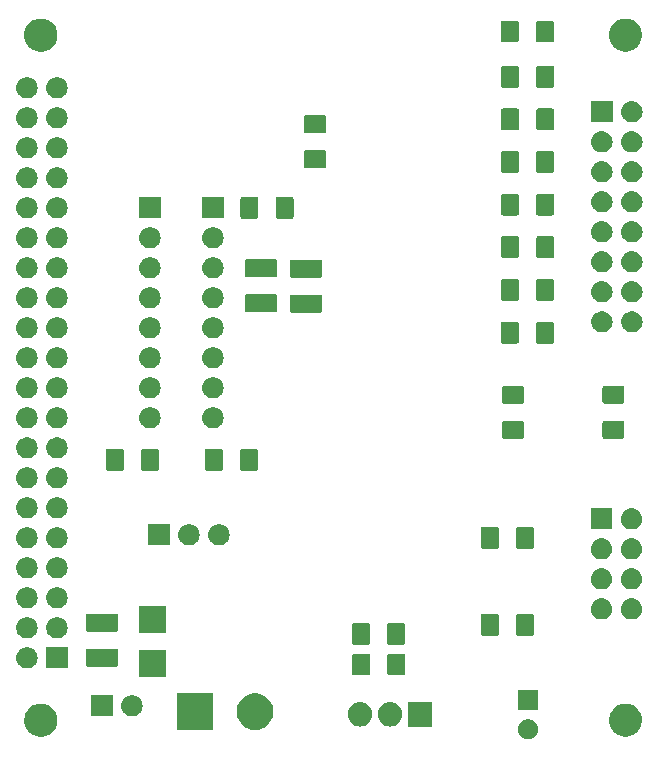
<source format=gbr>
%TF.GenerationSoftware,KiCad,Pcbnew,5.0.2-bee76a0~70~ubuntu18.04.1*%
%TF.CreationDate,2019-03-25T11:44:11-07:00*%
%TF.ProjectId,Pi_Breakout_Board,50695f42-7265-4616-9b6f-75745f426f61,rev?*%
%TF.SameCoordinates,Original*%
%TF.FileFunction,Soldermask,Bot*%
%TF.FilePolarity,Negative*%
%FSLAX46Y46*%
G04 Gerber Fmt 4.6, Leading zero omitted, Abs format (unit mm)*
G04 Created by KiCad (PCBNEW 5.0.2-bee76a0~70~ubuntu18.04.1) date Mon 25 Mar 2019 11:44:11 AM PDT*
%MOMM*%
%LPD*%
G01*
G04 APERTURE LIST*
%ADD10C,0.100000*%
G04 APERTURE END LIST*
D10*
G36*
X94990228Y-146461703D02*
X95145100Y-146525853D01*
X95284481Y-146618985D01*
X95403015Y-146737519D01*
X95496147Y-146876900D01*
X95560297Y-147031772D01*
X95593000Y-147196184D01*
X95593000Y-147363816D01*
X95560297Y-147528228D01*
X95496147Y-147683100D01*
X95403015Y-147822481D01*
X95284481Y-147941015D01*
X95145100Y-148034147D01*
X94990228Y-148098297D01*
X94825816Y-148131000D01*
X94658184Y-148131000D01*
X94493772Y-148098297D01*
X94338900Y-148034147D01*
X94199519Y-147941015D01*
X94080985Y-147822481D01*
X93987853Y-147683100D01*
X93923703Y-147528228D01*
X93891000Y-147363816D01*
X93891000Y-147196184D01*
X93923703Y-147031772D01*
X93987853Y-146876900D01*
X94080985Y-146737519D01*
X94199519Y-146618985D01*
X94338900Y-146525853D01*
X94493772Y-146461703D01*
X94658184Y-146429000D01*
X94825816Y-146429000D01*
X94990228Y-146461703D01*
X94990228Y-146461703D01*
G37*
G36*
X103318433Y-145134893D02*
X103408657Y-145152839D01*
X103514267Y-145196585D01*
X103663621Y-145258449D01*
X103893089Y-145411774D01*
X104088226Y-145606911D01*
X104241551Y-145836379D01*
X104303415Y-145985733D01*
X104347161Y-146091343D01*
X104353745Y-146124443D01*
X104377570Y-146244219D01*
X104401000Y-146362014D01*
X104401000Y-146637986D01*
X104347161Y-146908657D01*
X104317983Y-146979099D01*
X104241551Y-147163621D01*
X104088226Y-147393089D01*
X103893089Y-147588226D01*
X103663621Y-147741551D01*
X103514267Y-147803415D01*
X103408657Y-147847161D01*
X103318433Y-147865107D01*
X103137988Y-147901000D01*
X102862012Y-147901000D01*
X102681567Y-147865107D01*
X102591343Y-147847161D01*
X102485733Y-147803415D01*
X102336379Y-147741551D01*
X102106911Y-147588226D01*
X101911774Y-147393089D01*
X101758449Y-147163621D01*
X101682017Y-146979099D01*
X101652839Y-146908657D01*
X101599000Y-146637986D01*
X101599000Y-146362014D01*
X101622431Y-146244219D01*
X101646255Y-146124443D01*
X101652839Y-146091343D01*
X101696585Y-145985733D01*
X101758449Y-145836379D01*
X101911774Y-145606911D01*
X102106911Y-145411774D01*
X102336379Y-145258449D01*
X102485733Y-145196585D01*
X102591343Y-145152839D01*
X102681567Y-145134893D01*
X102862012Y-145099000D01*
X103137988Y-145099000D01*
X103318433Y-145134893D01*
X103318433Y-145134893D01*
G37*
G36*
X53818433Y-145134893D02*
X53908657Y-145152839D01*
X54014267Y-145196585D01*
X54163621Y-145258449D01*
X54393089Y-145411774D01*
X54588226Y-145606911D01*
X54741551Y-145836379D01*
X54803415Y-145985733D01*
X54847161Y-146091343D01*
X54853745Y-146124443D01*
X54877570Y-146244219D01*
X54901000Y-146362014D01*
X54901000Y-146637986D01*
X54847161Y-146908657D01*
X54817983Y-146979099D01*
X54741551Y-147163621D01*
X54588226Y-147393089D01*
X54393089Y-147588226D01*
X54163621Y-147741551D01*
X54014267Y-147803415D01*
X53908657Y-147847161D01*
X53818433Y-147865107D01*
X53637988Y-147901000D01*
X53362012Y-147901000D01*
X53181567Y-147865107D01*
X53091343Y-147847161D01*
X52985733Y-147803415D01*
X52836379Y-147741551D01*
X52606911Y-147588226D01*
X52411774Y-147393089D01*
X52258449Y-147163621D01*
X52182017Y-146979099D01*
X52152839Y-146908657D01*
X52099000Y-146637986D01*
X52099000Y-146362014D01*
X52122431Y-146244219D01*
X52146255Y-146124443D01*
X52152839Y-146091343D01*
X52196585Y-145985733D01*
X52258449Y-145836379D01*
X52411774Y-145606911D01*
X52606911Y-145411774D01*
X52836379Y-145258449D01*
X52985733Y-145196585D01*
X53091343Y-145152839D01*
X53181567Y-145134893D01*
X53362012Y-145099000D01*
X53637988Y-145099000D01*
X53818433Y-145134893D01*
X53818433Y-145134893D01*
G37*
G36*
X71980527Y-144284736D02*
X72080410Y-144304604D01*
X72362674Y-144421521D01*
X72616705Y-144591259D01*
X72832741Y-144807295D01*
X73002479Y-145061326D01*
X73119396Y-145343590D01*
X73119396Y-145343591D01*
X73179000Y-145643238D01*
X73179000Y-145948762D01*
X73149554Y-146096794D01*
X73119396Y-146248410D01*
X73002479Y-146530674D01*
X72832741Y-146784705D01*
X72616705Y-147000741D01*
X72362674Y-147170479D01*
X72080410Y-147287396D01*
X71980527Y-147307264D01*
X71780762Y-147347000D01*
X71475238Y-147347000D01*
X71275473Y-147307264D01*
X71175590Y-147287396D01*
X70893326Y-147170479D01*
X70639295Y-147000741D01*
X70423259Y-146784705D01*
X70253521Y-146530674D01*
X70136604Y-146248410D01*
X70106446Y-146096794D01*
X70077000Y-145948762D01*
X70077000Y-145643238D01*
X70136604Y-145343591D01*
X70136604Y-145343590D01*
X70253521Y-145061326D01*
X70423259Y-144807295D01*
X70639295Y-144591259D01*
X70893326Y-144421521D01*
X71175590Y-144304604D01*
X71275473Y-144284736D01*
X71475238Y-144245000D01*
X71780762Y-144245000D01*
X71980527Y-144284736D01*
X71980527Y-144284736D01*
G37*
G36*
X68099000Y-147347000D02*
X64997000Y-147347000D01*
X64997000Y-144245000D01*
X68099000Y-144245000D01*
X68099000Y-147347000D01*
X68099000Y-147347000D01*
G37*
G36*
X83254720Y-144963520D02*
X83443881Y-145020901D01*
X83618212Y-145114083D01*
X83771015Y-145239485D01*
X83896417Y-145392288D01*
X83989599Y-145566620D01*
X84046980Y-145755781D01*
X84061500Y-145903207D01*
X84061500Y-146096794D01*
X84046980Y-146244220D01*
X83989599Y-146433381D01*
X83896417Y-146607712D01*
X83771015Y-146760515D01*
X83618212Y-146885917D01*
X83443880Y-146979099D01*
X83254719Y-147036480D01*
X83058000Y-147055855D01*
X82861280Y-147036480D01*
X82672119Y-146979099D01*
X82497788Y-146885917D01*
X82344985Y-146760515D01*
X82219583Y-146607712D01*
X82126401Y-146433380D01*
X82069020Y-146244219D01*
X82054500Y-146096793D01*
X82054500Y-145903206D01*
X82069020Y-145755780D01*
X82126401Y-145566619D01*
X82219583Y-145392288D01*
X82344985Y-145239485D01*
X82497788Y-145114083D01*
X82672120Y-145020901D01*
X82861281Y-144963520D01*
X83058000Y-144944145D01*
X83254720Y-144963520D01*
X83254720Y-144963520D01*
G37*
G36*
X80714720Y-144963520D02*
X80903881Y-145020901D01*
X81078212Y-145114083D01*
X81231015Y-145239485D01*
X81356417Y-145392288D01*
X81449599Y-145566620D01*
X81506980Y-145755781D01*
X81521500Y-145903207D01*
X81521500Y-146096794D01*
X81506980Y-146244220D01*
X81449599Y-146433381D01*
X81356417Y-146607712D01*
X81231015Y-146760515D01*
X81078212Y-146885917D01*
X80903880Y-146979099D01*
X80714719Y-147036480D01*
X80518000Y-147055855D01*
X80321280Y-147036480D01*
X80132119Y-146979099D01*
X79957788Y-146885917D01*
X79804985Y-146760515D01*
X79679583Y-146607712D01*
X79586401Y-146433380D01*
X79529020Y-146244219D01*
X79514500Y-146096793D01*
X79514500Y-145903206D01*
X79529020Y-145755780D01*
X79586401Y-145566619D01*
X79679583Y-145392288D01*
X79804985Y-145239485D01*
X79957788Y-145114083D01*
X80132120Y-145020901D01*
X80321281Y-144963520D01*
X80518000Y-144944145D01*
X80714720Y-144963520D01*
X80714720Y-144963520D01*
G37*
G36*
X86601500Y-147051000D02*
X84594500Y-147051000D01*
X84594500Y-144949000D01*
X86601500Y-144949000D01*
X86601500Y-147051000D01*
X86601500Y-147051000D01*
G37*
G36*
X59575000Y-146189000D02*
X57773000Y-146189000D01*
X57773000Y-144387000D01*
X59575000Y-144387000D01*
X59575000Y-146189000D01*
X59575000Y-146189000D01*
G37*
G36*
X61324443Y-144393519D02*
X61390627Y-144400037D01*
X61461450Y-144421521D01*
X61560467Y-144451557D01*
X61699087Y-144525652D01*
X61716991Y-144535222D01*
X61752729Y-144564552D01*
X61854186Y-144647814D01*
X61937448Y-144749271D01*
X61966778Y-144785009D01*
X61966779Y-144785011D01*
X62050443Y-144941533D01*
X62067616Y-144998147D01*
X62101963Y-145111373D01*
X62119359Y-145288000D01*
X62101963Y-145464627D01*
X62071025Y-145566615D01*
X62050443Y-145634467D01*
X61985599Y-145755780D01*
X61966778Y-145790991D01*
X61937448Y-145826729D01*
X61854186Y-145928186D01*
X61752729Y-146011448D01*
X61716991Y-146040778D01*
X61716989Y-146040779D01*
X61560467Y-146124443D01*
X61503853Y-146141616D01*
X61390627Y-146175963D01*
X61324443Y-146182481D01*
X61258260Y-146189000D01*
X61169740Y-146189000D01*
X61103557Y-146182481D01*
X61037373Y-146175963D01*
X60924147Y-146141616D01*
X60867533Y-146124443D01*
X60711011Y-146040779D01*
X60711009Y-146040778D01*
X60675271Y-146011448D01*
X60573814Y-145928186D01*
X60490552Y-145826729D01*
X60461222Y-145790991D01*
X60442401Y-145755780D01*
X60377557Y-145634467D01*
X60356975Y-145566615D01*
X60326037Y-145464627D01*
X60308641Y-145288000D01*
X60326037Y-145111373D01*
X60360384Y-144998147D01*
X60377557Y-144941533D01*
X60461221Y-144785011D01*
X60461222Y-144785009D01*
X60490552Y-144749271D01*
X60573814Y-144647814D01*
X60675271Y-144564552D01*
X60711009Y-144535222D01*
X60728913Y-144525652D01*
X60867533Y-144451557D01*
X60966550Y-144421521D01*
X61037373Y-144400037D01*
X61103557Y-144393519D01*
X61169740Y-144387000D01*
X61258260Y-144387000D01*
X61324443Y-144393519D01*
X61324443Y-144393519D01*
G37*
G36*
X95593000Y-145631000D02*
X93891000Y-145631000D01*
X93891000Y-143929000D01*
X95593000Y-143929000D01*
X95593000Y-145631000D01*
X95593000Y-145631000D01*
G37*
G36*
X64135200Y-142875200D02*
X61848800Y-142875200D01*
X61848800Y-140588800D01*
X64135200Y-140588800D01*
X64135200Y-142875200D01*
X64135200Y-142875200D01*
G37*
G36*
X81229282Y-140871638D02*
X81264197Y-140882230D01*
X81296385Y-140899435D01*
X81324593Y-140922584D01*
X81347742Y-140950792D01*
X81364947Y-140982980D01*
X81375539Y-141017895D01*
X81379720Y-141060352D01*
X81379720Y-142526562D01*
X81375539Y-142569019D01*
X81364947Y-142603934D01*
X81347742Y-142636122D01*
X81324593Y-142664330D01*
X81296385Y-142687479D01*
X81264197Y-142704684D01*
X81229282Y-142715276D01*
X81186825Y-142719457D01*
X80045615Y-142719457D01*
X80003158Y-142715276D01*
X79968243Y-142704684D01*
X79936055Y-142687479D01*
X79907847Y-142664330D01*
X79884698Y-142636122D01*
X79867493Y-142603934D01*
X79856901Y-142569019D01*
X79852720Y-142526562D01*
X79852720Y-141060352D01*
X79856901Y-141017895D01*
X79867493Y-140982980D01*
X79884698Y-140950792D01*
X79907847Y-140922584D01*
X79936055Y-140899435D01*
X79968243Y-140882230D01*
X80003158Y-140871638D01*
X80045615Y-140867457D01*
X81186825Y-140867457D01*
X81229282Y-140871638D01*
X81229282Y-140871638D01*
G37*
G36*
X84204282Y-140871638D02*
X84239197Y-140882230D01*
X84271385Y-140899435D01*
X84299593Y-140922584D01*
X84322742Y-140950792D01*
X84339947Y-140982980D01*
X84350539Y-141017895D01*
X84354720Y-141060352D01*
X84354720Y-142526562D01*
X84350539Y-142569019D01*
X84339947Y-142603934D01*
X84322742Y-142636122D01*
X84299593Y-142664330D01*
X84271385Y-142687479D01*
X84239197Y-142704684D01*
X84204282Y-142715276D01*
X84161825Y-142719457D01*
X83020615Y-142719457D01*
X82978158Y-142715276D01*
X82943243Y-142704684D01*
X82911055Y-142687479D01*
X82882847Y-142664330D01*
X82859698Y-142636122D01*
X82842493Y-142603934D01*
X82831901Y-142569019D01*
X82827720Y-142526562D01*
X82827720Y-141060352D01*
X82831901Y-141017895D01*
X82842493Y-140982980D01*
X82859698Y-140950792D01*
X82882847Y-140922584D01*
X82911055Y-140899435D01*
X82943243Y-140882230D01*
X82978158Y-140871638D01*
X83020615Y-140867457D01*
X84161825Y-140867457D01*
X84204282Y-140871638D01*
X84204282Y-140871638D01*
G37*
G36*
X55765000Y-142125000D02*
X53963000Y-142125000D01*
X53963000Y-140323000D01*
X55765000Y-140323000D01*
X55765000Y-142125000D01*
X55765000Y-142125000D01*
G37*
G36*
X52434442Y-140329518D02*
X52500627Y-140336037D01*
X52613853Y-140370384D01*
X52670467Y-140387557D01*
X52806932Y-140460500D01*
X52826991Y-140471222D01*
X52852891Y-140492478D01*
X52964186Y-140583814D01*
X53039947Y-140676131D01*
X53076778Y-140721009D01*
X53076779Y-140721011D01*
X53160443Y-140877533D01*
X53160443Y-140877534D01*
X53211963Y-141047373D01*
X53229359Y-141224000D01*
X53211963Y-141400627D01*
X53177616Y-141513853D01*
X53160443Y-141570467D01*
X53086348Y-141709087D01*
X53076778Y-141726991D01*
X53047448Y-141762729D01*
X52964186Y-141864186D01*
X52868939Y-141942352D01*
X52826991Y-141976778D01*
X52826989Y-141976779D01*
X52670467Y-142060443D01*
X52613853Y-142077616D01*
X52500627Y-142111963D01*
X52434443Y-142118481D01*
X52368260Y-142125000D01*
X52279740Y-142125000D01*
X52213557Y-142118481D01*
X52147373Y-142111963D01*
X52034147Y-142077616D01*
X51977533Y-142060443D01*
X51821011Y-141976779D01*
X51821009Y-141976778D01*
X51779061Y-141942352D01*
X51683814Y-141864186D01*
X51600552Y-141762729D01*
X51571222Y-141726991D01*
X51561652Y-141709087D01*
X51487557Y-141570467D01*
X51470384Y-141513853D01*
X51436037Y-141400627D01*
X51418641Y-141224000D01*
X51436037Y-141047373D01*
X51487557Y-140877534D01*
X51487557Y-140877533D01*
X51571221Y-140721011D01*
X51571222Y-140721009D01*
X51608053Y-140676131D01*
X51683814Y-140583814D01*
X51795109Y-140492478D01*
X51821009Y-140471222D01*
X51841068Y-140460500D01*
X51977533Y-140387557D01*
X52034147Y-140370384D01*
X52147373Y-140336037D01*
X52213558Y-140329518D01*
X52279740Y-140323000D01*
X52368260Y-140323000D01*
X52434442Y-140329518D01*
X52434442Y-140329518D01*
G37*
G36*
X59899561Y-140464681D02*
X59934476Y-140475273D01*
X59966664Y-140492478D01*
X59994872Y-140515627D01*
X60018021Y-140543835D01*
X60035226Y-140576023D01*
X60045818Y-140610938D01*
X60049999Y-140653395D01*
X60049999Y-141794605D01*
X60045818Y-141837062D01*
X60035226Y-141871977D01*
X60018021Y-141904165D01*
X59994872Y-141932373D01*
X59966664Y-141955522D01*
X59934476Y-141972727D01*
X59899561Y-141983319D01*
X59857104Y-141987500D01*
X57490894Y-141987500D01*
X57448437Y-141983319D01*
X57413522Y-141972727D01*
X57381334Y-141955522D01*
X57353126Y-141932373D01*
X57329977Y-141904165D01*
X57312772Y-141871977D01*
X57302180Y-141837062D01*
X57297999Y-141794605D01*
X57297999Y-140653395D01*
X57302180Y-140610938D01*
X57312772Y-140576023D01*
X57329977Y-140543835D01*
X57353126Y-140515627D01*
X57381334Y-140492478D01*
X57413522Y-140475273D01*
X57448437Y-140464681D01*
X57490894Y-140460500D01*
X59857104Y-140460500D01*
X59899561Y-140464681D01*
X59899561Y-140464681D01*
G37*
G36*
X84191782Y-138270181D02*
X84226697Y-138280773D01*
X84258885Y-138297978D01*
X84287093Y-138321127D01*
X84310242Y-138349335D01*
X84327447Y-138381523D01*
X84338039Y-138416438D01*
X84342220Y-138458895D01*
X84342220Y-139925105D01*
X84338039Y-139967562D01*
X84327447Y-140002477D01*
X84310242Y-140034665D01*
X84287093Y-140062873D01*
X84258885Y-140086022D01*
X84226697Y-140103227D01*
X84191782Y-140113819D01*
X84149325Y-140118000D01*
X83008115Y-140118000D01*
X82965658Y-140113819D01*
X82930743Y-140103227D01*
X82898555Y-140086022D01*
X82870347Y-140062873D01*
X82847198Y-140034665D01*
X82829993Y-140002477D01*
X82819401Y-139967562D01*
X82815220Y-139925105D01*
X82815220Y-138458895D01*
X82819401Y-138416438D01*
X82829993Y-138381523D01*
X82847198Y-138349335D01*
X82870347Y-138321127D01*
X82898555Y-138297978D01*
X82930743Y-138280773D01*
X82965658Y-138270181D01*
X83008115Y-138266000D01*
X84149325Y-138266000D01*
X84191782Y-138270181D01*
X84191782Y-138270181D01*
G37*
G36*
X81216782Y-138270181D02*
X81251697Y-138280773D01*
X81283885Y-138297978D01*
X81312093Y-138321127D01*
X81335242Y-138349335D01*
X81352447Y-138381523D01*
X81363039Y-138416438D01*
X81367220Y-138458895D01*
X81367220Y-139925105D01*
X81363039Y-139967562D01*
X81352447Y-140002477D01*
X81335242Y-140034665D01*
X81312093Y-140062873D01*
X81283885Y-140086022D01*
X81251697Y-140103227D01*
X81216782Y-140113819D01*
X81174325Y-140118000D01*
X80033115Y-140118000D01*
X79990658Y-140113819D01*
X79955743Y-140103227D01*
X79923555Y-140086022D01*
X79895347Y-140062873D01*
X79872198Y-140034665D01*
X79854993Y-140002477D01*
X79844401Y-139967562D01*
X79840220Y-139925105D01*
X79840220Y-138458895D01*
X79844401Y-138416438D01*
X79854993Y-138381523D01*
X79872198Y-138349335D01*
X79895347Y-138321127D01*
X79923555Y-138297978D01*
X79955743Y-138280773D01*
X79990658Y-138270181D01*
X80033115Y-138266000D01*
X81174325Y-138266000D01*
X81216782Y-138270181D01*
X81216782Y-138270181D01*
G37*
G36*
X54974443Y-137789519D02*
X55040627Y-137796037D01*
X55153853Y-137830384D01*
X55210467Y-137847557D01*
X55339342Y-137916443D01*
X55366991Y-137931222D01*
X55402729Y-137960552D01*
X55504186Y-138043814D01*
X55587448Y-138145271D01*
X55616778Y-138181009D01*
X55616779Y-138181011D01*
X55700443Y-138337533D01*
X55704023Y-138349335D01*
X55751963Y-138507373D01*
X55769359Y-138684000D01*
X55751963Y-138860627D01*
X55740936Y-138896977D01*
X55700443Y-139030467D01*
X55669634Y-139088105D01*
X55616778Y-139186991D01*
X55613796Y-139190624D01*
X55504186Y-139324186D01*
X55402729Y-139407448D01*
X55366991Y-139436778D01*
X55366989Y-139436779D01*
X55210467Y-139520443D01*
X55153853Y-139537616D01*
X55040627Y-139571963D01*
X54974443Y-139578481D01*
X54908260Y-139585000D01*
X54819740Y-139585000D01*
X54753557Y-139578481D01*
X54687373Y-139571963D01*
X54574147Y-139537616D01*
X54517533Y-139520443D01*
X54361011Y-139436779D01*
X54361009Y-139436778D01*
X54325271Y-139407448D01*
X54223814Y-139324186D01*
X54114204Y-139190624D01*
X54111222Y-139186991D01*
X54058366Y-139088105D01*
X54027557Y-139030467D01*
X53987064Y-138896977D01*
X53976037Y-138860627D01*
X53958641Y-138684000D01*
X53976037Y-138507373D01*
X54023977Y-138349335D01*
X54027557Y-138337533D01*
X54111221Y-138181011D01*
X54111222Y-138181009D01*
X54140552Y-138145271D01*
X54223814Y-138043814D01*
X54325271Y-137960552D01*
X54361009Y-137931222D01*
X54388658Y-137916443D01*
X54517533Y-137847557D01*
X54574147Y-137830384D01*
X54687373Y-137796037D01*
X54753557Y-137789519D01*
X54819740Y-137783000D01*
X54908260Y-137783000D01*
X54974443Y-137789519D01*
X54974443Y-137789519D01*
G37*
G36*
X52434443Y-137789519D02*
X52500627Y-137796037D01*
X52613853Y-137830384D01*
X52670467Y-137847557D01*
X52799342Y-137916443D01*
X52826991Y-137931222D01*
X52862729Y-137960552D01*
X52964186Y-138043814D01*
X53047448Y-138145271D01*
X53076778Y-138181009D01*
X53076779Y-138181011D01*
X53160443Y-138337533D01*
X53164023Y-138349335D01*
X53211963Y-138507373D01*
X53229359Y-138684000D01*
X53211963Y-138860627D01*
X53200936Y-138896977D01*
X53160443Y-139030467D01*
X53129634Y-139088105D01*
X53076778Y-139186991D01*
X53073796Y-139190624D01*
X52964186Y-139324186D01*
X52862729Y-139407448D01*
X52826991Y-139436778D01*
X52826989Y-139436779D01*
X52670467Y-139520443D01*
X52613853Y-139537616D01*
X52500627Y-139571963D01*
X52434443Y-139578481D01*
X52368260Y-139585000D01*
X52279740Y-139585000D01*
X52213557Y-139578481D01*
X52147373Y-139571963D01*
X52034147Y-139537616D01*
X51977533Y-139520443D01*
X51821011Y-139436779D01*
X51821009Y-139436778D01*
X51785271Y-139407448D01*
X51683814Y-139324186D01*
X51574204Y-139190624D01*
X51571222Y-139186991D01*
X51518366Y-139088105D01*
X51487557Y-139030467D01*
X51447064Y-138896977D01*
X51436037Y-138860627D01*
X51418641Y-138684000D01*
X51436037Y-138507373D01*
X51483977Y-138349335D01*
X51487557Y-138337533D01*
X51571221Y-138181011D01*
X51571222Y-138181009D01*
X51600552Y-138145271D01*
X51683814Y-138043814D01*
X51785271Y-137960552D01*
X51821009Y-137931222D01*
X51848658Y-137916443D01*
X51977533Y-137847557D01*
X52034147Y-137830384D01*
X52147373Y-137796037D01*
X52213557Y-137789519D01*
X52279740Y-137783000D01*
X52368260Y-137783000D01*
X52434443Y-137789519D01*
X52434443Y-137789519D01*
G37*
G36*
X92126062Y-137508181D02*
X92160977Y-137518773D01*
X92193165Y-137535978D01*
X92221373Y-137559127D01*
X92244522Y-137587335D01*
X92261727Y-137619523D01*
X92272319Y-137654438D01*
X92276500Y-137696895D01*
X92276500Y-139163105D01*
X92272319Y-139205562D01*
X92261727Y-139240477D01*
X92244522Y-139272665D01*
X92221373Y-139300873D01*
X92193165Y-139324022D01*
X92160977Y-139341227D01*
X92126062Y-139351819D01*
X92083605Y-139356000D01*
X90942395Y-139356000D01*
X90899938Y-139351819D01*
X90865023Y-139341227D01*
X90832835Y-139324022D01*
X90804627Y-139300873D01*
X90781478Y-139272665D01*
X90764273Y-139240477D01*
X90753681Y-139205562D01*
X90749500Y-139163105D01*
X90749500Y-137696895D01*
X90753681Y-137654438D01*
X90764273Y-137619523D01*
X90781478Y-137587335D01*
X90804627Y-137559127D01*
X90832835Y-137535978D01*
X90865023Y-137518773D01*
X90899938Y-137508181D01*
X90942395Y-137504000D01*
X92083605Y-137504000D01*
X92126062Y-137508181D01*
X92126062Y-137508181D01*
G37*
G36*
X95101062Y-137508181D02*
X95135977Y-137518773D01*
X95168165Y-137535978D01*
X95196373Y-137559127D01*
X95219522Y-137587335D01*
X95236727Y-137619523D01*
X95247319Y-137654438D01*
X95251500Y-137696895D01*
X95251500Y-139163105D01*
X95247319Y-139205562D01*
X95236727Y-139240477D01*
X95219522Y-139272665D01*
X95196373Y-139300873D01*
X95168165Y-139324022D01*
X95135977Y-139341227D01*
X95101062Y-139351819D01*
X95058605Y-139356000D01*
X93917395Y-139356000D01*
X93874938Y-139351819D01*
X93840023Y-139341227D01*
X93807835Y-139324022D01*
X93779627Y-139300873D01*
X93756478Y-139272665D01*
X93739273Y-139240477D01*
X93728681Y-139205562D01*
X93724500Y-139163105D01*
X93724500Y-137696895D01*
X93728681Y-137654438D01*
X93739273Y-137619523D01*
X93756478Y-137587335D01*
X93779627Y-137559127D01*
X93807835Y-137535978D01*
X93840023Y-137518773D01*
X93874938Y-137508181D01*
X93917395Y-137504000D01*
X95058605Y-137504000D01*
X95101062Y-137508181D01*
X95101062Y-137508181D01*
G37*
G36*
X64135200Y-139166800D02*
X61848800Y-139166800D01*
X61848800Y-136880400D01*
X64135200Y-136880400D01*
X64135200Y-139166800D01*
X64135200Y-139166800D01*
G37*
G36*
X59899561Y-137489681D02*
X59934476Y-137500273D01*
X59966664Y-137517478D01*
X59994872Y-137540627D01*
X60018021Y-137568835D01*
X60035226Y-137601023D01*
X60045818Y-137635938D01*
X60049999Y-137678395D01*
X60049999Y-138819605D01*
X60045818Y-138862062D01*
X60035226Y-138896977D01*
X60018021Y-138929165D01*
X59994872Y-138957373D01*
X59966664Y-138980522D01*
X59934476Y-138997727D01*
X59899561Y-139008319D01*
X59857104Y-139012500D01*
X57490894Y-139012500D01*
X57448437Y-139008319D01*
X57413522Y-138997727D01*
X57381334Y-138980522D01*
X57353126Y-138957373D01*
X57329977Y-138929165D01*
X57312772Y-138896977D01*
X57302180Y-138862062D01*
X57297999Y-138819605D01*
X57297999Y-137678395D01*
X57302180Y-137635938D01*
X57312772Y-137601023D01*
X57329977Y-137568835D01*
X57353126Y-137540627D01*
X57381334Y-137517478D01*
X57413522Y-137500273D01*
X57448437Y-137489681D01*
X57490894Y-137485500D01*
X59857104Y-137485500D01*
X59899561Y-137489681D01*
X59899561Y-137489681D01*
G37*
G36*
X103610442Y-136185518D02*
X103676627Y-136192037D01*
X103789853Y-136226384D01*
X103846467Y-136243557D01*
X103985087Y-136317652D01*
X104002991Y-136327222D01*
X104038729Y-136356552D01*
X104140186Y-136439814D01*
X104223448Y-136541271D01*
X104252778Y-136577009D01*
X104252779Y-136577011D01*
X104336443Y-136733533D01*
X104336443Y-136733534D01*
X104387963Y-136903373D01*
X104405359Y-137080000D01*
X104387963Y-137256627D01*
X104353616Y-137369853D01*
X104336443Y-137426467D01*
X104302654Y-137489681D01*
X104252778Y-137582991D01*
X104237979Y-137601023D01*
X104140186Y-137720186D01*
X104047760Y-137796037D01*
X104002991Y-137832778D01*
X104002989Y-137832779D01*
X103846467Y-137916443D01*
X103797746Y-137931222D01*
X103676627Y-137967963D01*
X103610442Y-137974482D01*
X103544260Y-137981000D01*
X103455740Y-137981000D01*
X103389558Y-137974482D01*
X103323373Y-137967963D01*
X103202254Y-137931222D01*
X103153533Y-137916443D01*
X102997011Y-137832779D01*
X102997009Y-137832778D01*
X102952240Y-137796037D01*
X102859814Y-137720186D01*
X102762021Y-137601023D01*
X102747222Y-137582991D01*
X102697346Y-137489681D01*
X102663557Y-137426467D01*
X102646384Y-137369853D01*
X102612037Y-137256627D01*
X102594641Y-137080000D01*
X102612037Y-136903373D01*
X102663557Y-136733534D01*
X102663557Y-136733533D01*
X102747221Y-136577011D01*
X102747222Y-136577009D01*
X102776552Y-136541271D01*
X102859814Y-136439814D01*
X102961271Y-136356552D01*
X102997009Y-136327222D01*
X103014913Y-136317652D01*
X103153533Y-136243557D01*
X103210147Y-136226384D01*
X103323373Y-136192037D01*
X103389558Y-136185518D01*
X103455740Y-136179000D01*
X103544260Y-136179000D01*
X103610442Y-136185518D01*
X103610442Y-136185518D01*
G37*
G36*
X101070442Y-136185518D02*
X101136627Y-136192037D01*
X101249853Y-136226384D01*
X101306467Y-136243557D01*
X101445087Y-136317652D01*
X101462991Y-136327222D01*
X101498729Y-136356552D01*
X101600186Y-136439814D01*
X101683448Y-136541271D01*
X101712778Y-136577009D01*
X101712779Y-136577011D01*
X101796443Y-136733533D01*
X101796443Y-136733534D01*
X101847963Y-136903373D01*
X101865359Y-137080000D01*
X101847963Y-137256627D01*
X101813616Y-137369853D01*
X101796443Y-137426467D01*
X101762654Y-137489681D01*
X101712778Y-137582991D01*
X101697979Y-137601023D01*
X101600186Y-137720186D01*
X101507760Y-137796037D01*
X101462991Y-137832778D01*
X101462989Y-137832779D01*
X101306467Y-137916443D01*
X101257746Y-137931222D01*
X101136627Y-137967963D01*
X101070442Y-137974482D01*
X101004260Y-137981000D01*
X100915740Y-137981000D01*
X100849558Y-137974482D01*
X100783373Y-137967963D01*
X100662254Y-137931222D01*
X100613533Y-137916443D01*
X100457011Y-137832779D01*
X100457009Y-137832778D01*
X100412240Y-137796037D01*
X100319814Y-137720186D01*
X100222021Y-137601023D01*
X100207222Y-137582991D01*
X100157346Y-137489681D01*
X100123557Y-137426467D01*
X100106384Y-137369853D01*
X100072037Y-137256627D01*
X100054641Y-137080000D01*
X100072037Y-136903373D01*
X100123557Y-136733534D01*
X100123557Y-136733533D01*
X100207221Y-136577011D01*
X100207222Y-136577009D01*
X100236552Y-136541271D01*
X100319814Y-136439814D01*
X100421271Y-136356552D01*
X100457009Y-136327222D01*
X100474913Y-136317652D01*
X100613533Y-136243557D01*
X100670147Y-136226384D01*
X100783373Y-136192037D01*
X100849558Y-136185518D01*
X100915740Y-136179000D01*
X101004260Y-136179000D01*
X101070442Y-136185518D01*
X101070442Y-136185518D01*
G37*
G36*
X52434443Y-135249519D02*
X52500627Y-135256037D01*
X52613853Y-135290384D01*
X52670467Y-135307557D01*
X52799342Y-135376443D01*
X52826991Y-135391222D01*
X52862729Y-135420552D01*
X52964186Y-135503814D01*
X53047448Y-135605271D01*
X53076778Y-135641009D01*
X53076779Y-135641011D01*
X53160443Y-135797533D01*
X53160443Y-135797534D01*
X53211963Y-135967373D01*
X53229359Y-136144000D01*
X53211963Y-136320627D01*
X53209962Y-136327222D01*
X53160443Y-136490467D01*
X53086348Y-136629087D01*
X53076778Y-136646991D01*
X53047448Y-136682729D01*
X52964186Y-136784186D01*
X52862729Y-136867448D01*
X52826991Y-136896778D01*
X52826989Y-136896779D01*
X52670467Y-136980443D01*
X52613853Y-136997616D01*
X52500627Y-137031963D01*
X52434443Y-137038481D01*
X52368260Y-137045000D01*
X52279740Y-137045000D01*
X52213557Y-137038481D01*
X52147373Y-137031963D01*
X52034147Y-136997616D01*
X51977533Y-136980443D01*
X51821011Y-136896779D01*
X51821009Y-136896778D01*
X51785271Y-136867448D01*
X51683814Y-136784186D01*
X51600552Y-136682729D01*
X51571222Y-136646991D01*
X51561652Y-136629087D01*
X51487557Y-136490467D01*
X51438038Y-136327222D01*
X51436037Y-136320627D01*
X51418641Y-136144000D01*
X51436037Y-135967373D01*
X51487557Y-135797534D01*
X51487557Y-135797533D01*
X51571221Y-135641011D01*
X51571222Y-135641009D01*
X51600552Y-135605271D01*
X51683814Y-135503814D01*
X51785271Y-135420552D01*
X51821009Y-135391222D01*
X51848658Y-135376443D01*
X51977533Y-135307557D01*
X52034147Y-135290384D01*
X52147373Y-135256037D01*
X52213557Y-135249519D01*
X52279740Y-135243000D01*
X52368260Y-135243000D01*
X52434443Y-135249519D01*
X52434443Y-135249519D01*
G37*
G36*
X54974443Y-135249519D02*
X55040627Y-135256037D01*
X55153853Y-135290384D01*
X55210467Y-135307557D01*
X55339342Y-135376443D01*
X55366991Y-135391222D01*
X55402729Y-135420552D01*
X55504186Y-135503814D01*
X55587448Y-135605271D01*
X55616778Y-135641009D01*
X55616779Y-135641011D01*
X55700443Y-135797533D01*
X55700443Y-135797534D01*
X55751963Y-135967373D01*
X55769359Y-136144000D01*
X55751963Y-136320627D01*
X55749962Y-136327222D01*
X55700443Y-136490467D01*
X55626348Y-136629087D01*
X55616778Y-136646991D01*
X55587448Y-136682729D01*
X55504186Y-136784186D01*
X55402729Y-136867448D01*
X55366991Y-136896778D01*
X55366989Y-136896779D01*
X55210467Y-136980443D01*
X55153853Y-136997616D01*
X55040627Y-137031963D01*
X54974443Y-137038481D01*
X54908260Y-137045000D01*
X54819740Y-137045000D01*
X54753557Y-137038481D01*
X54687373Y-137031963D01*
X54574147Y-136997616D01*
X54517533Y-136980443D01*
X54361011Y-136896779D01*
X54361009Y-136896778D01*
X54325271Y-136867448D01*
X54223814Y-136784186D01*
X54140552Y-136682729D01*
X54111222Y-136646991D01*
X54101652Y-136629087D01*
X54027557Y-136490467D01*
X53978038Y-136327222D01*
X53976037Y-136320627D01*
X53958641Y-136144000D01*
X53976037Y-135967373D01*
X54027557Y-135797534D01*
X54027557Y-135797533D01*
X54111221Y-135641011D01*
X54111222Y-135641009D01*
X54140552Y-135605271D01*
X54223814Y-135503814D01*
X54325271Y-135420552D01*
X54361009Y-135391222D01*
X54388658Y-135376443D01*
X54517533Y-135307557D01*
X54574147Y-135290384D01*
X54687373Y-135256037D01*
X54753557Y-135249519D01*
X54819740Y-135243000D01*
X54908260Y-135243000D01*
X54974443Y-135249519D01*
X54974443Y-135249519D01*
G37*
G36*
X101070443Y-133645519D02*
X101136627Y-133652037D01*
X101249853Y-133686384D01*
X101306467Y-133703557D01*
X101445087Y-133777652D01*
X101462991Y-133787222D01*
X101498729Y-133816552D01*
X101600186Y-133899814D01*
X101683448Y-134001271D01*
X101712778Y-134037009D01*
X101712779Y-134037011D01*
X101796443Y-134193533D01*
X101796443Y-134193534D01*
X101847963Y-134363373D01*
X101865359Y-134540000D01*
X101847963Y-134716627D01*
X101813616Y-134829853D01*
X101796443Y-134886467D01*
X101722348Y-135025087D01*
X101712778Y-135042991D01*
X101683448Y-135078729D01*
X101600186Y-135180186D01*
X101507760Y-135256037D01*
X101462991Y-135292778D01*
X101462989Y-135292779D01*
X101306467Y-135376443D01*
X101257746Y-135391222D01*
X101136627Y-135427963D01*
X101070443Y-135434481D01*
X101004260Y-135441000D01*
X100915740Y-135441000D01*
X100849557Y-135434481D01*
X100783373Y-135427963D01*
X100662254Y-135391222D01*
X100613533Y-135376443D01*
X100457011Y-135292779D01*
X100457009Y-135292778D01*
X100412240Y-135256037D01*
X100319814Y-135180186D01*
X100236552Y-135078729D01*
X100207222Y-135042991D01*
X100197652Y-135025087D01*
X100123557Y-134886467D01*
X100106384Y-134829853D01*
X100072037Y-134716627D01*
X100054641Y-134540000D01*
X100072037Y-134363373D01*
X100123557Y-134193534D01*
X100123557Y-134193533D01*
X100207221Y-134037011D01*
X100207222Y-134037009D01*
X100236552Y-134001271D01*
X100319814Y-133899814D01*
X100421271Y-133816552D01*
X100457009Y-133787222D01*
X100474913Y-133777652D01*
X100613533Y-133703557D01*
X100670147Y-133686384D01*
X100783373Y-133652037D01*
X100849557Y-133645519D01*
X100915740Y-133639000D01*
X101004260Y-133639000D01*
X101070443Y-133645519D01*
X101070443Y-133645519D01*
G37*
G36*
X103610443Y-133645519D02*
X103676627Y-133652037D01*
X103789853Y-133686384D01*
X103846467Y-133703557D01*
X103985087Y-133777652D01*
X104002991Y-133787222D01*
X104038729Y-133816552D01*
X104140186Y-133899814D01*
X104223448Y-134001271D01*
X104252778Y-134037009D01*
X104252779Y-134037011D01*
X104336443Y-134193533D01*
X104336443Y-134193534D01*
X104387963Y-134363373D01*
X104405359Y-134540000D01*
X104387963Y-134716627D01*
X104353616Y-134829853D01*
X104336443Y-134886467D01*
X104262348Y-135025087D01*
X104252778Y-135042991D01*
X104223448Y-135078729D01*
X104140186Y-135180186D01*
X104047760Y-135256037D01*
X104002991Y-135292778D01*
X104002989Y-135292779D01*
X103846467Y-135376443D01*
X103797746Y-135391222D01*
X103676627Y-135427963D01*
X103610443Y-135434481D01*
X103544260Y-135441000D01*
X103455740Y-135441000D01*
X103389557Y-135434481D01*
X103323373Y-135427963D01*
X103202254Y-135391222D01*
X103153533Y-135376443D01*
X102997011Y-135292779D01*
X102997009Y-135292778D01*
X102952240Y-135256037D01*
X102859814Y-135180186D01*
X102776552Y-135078729D01*
X102747222Y-135042991D01*
X102737652Y-135025087D01*
X102663557Y-134886467D01*
X102646384Y-134829853D01*
X102612037Y-134716627D01*
X102594641Y-134540000D01*
X102612037Y-134363373D01*
X102663557Y-134193534D01*
X102663557Y-134193533D01*
X102747221Y-134037011D01*
X102747222Y-134037009D01*
X102776552Y-134001271D01*
X102859814Y-133899814D01*
X102961271Y-133816552D01*
X102997009Y-133787222D01*
X103014913Y-133777652D01*
X103153533Y-133703557D01*
X103210147Y-133686384D01*
X103323373Y-133652037D01*
X103389557Y-133645519D01*
X103455740Y-133639000D01*
X103544260Y-133639000D01*
X103610443Y-133645519D01*
X103610443Y-133645519D01*
G37*
G36*
X52434442Y-132709518D02*
X52500627Y-132716037D01*
X52613853Y-132750384D01*
X52670467Y-132767557D01*
X52799342Y-132836443D01*
X52826991Y-132851222D01*
X52862729Y-132880552D01*
X52964186Y-132963814D01*
X53047448Y-133065271D01*
X53076778Y-133101009D01*
X53076779Y-133101011D01*
X53160443Y-133257533D01*
X53160443Y-133257534D01*
X53211963Y-133427373D01*
X53229359Y-133604000D01*
X53211963Y-133780627D01*
X53209962Y-133787222D01*
X53160443Y-133950467D01*
X53086348Y-134089087D01*
X53076778Y-134106991D01*
X53047448Y-134142729D01*
X52964186Y-134244186D01*
X52862729Y-134327448D01*
X52826991Y-134356778D01*
X52826989Y-134356779D01*
X52670467Y-134440443D01*
X52613853Y-134457616D01*
X52500627Y-134491963D01*
X52434442Y-134498482D01*
X52368260Y-134505000D01*
X52279740Y-134505000D01*
X52213558Y-134498482D01*
X52147373Y-134491963D01*
X52034147Y-134457616D01*
X51977533Y-134440443D01*
X51821011Y-134356779D01*
X51821009Y-134356778D01*
X51785271Y-134327448D01*
X51683814Y-134244186D01*
X51600552Y-134142729D01*
X51571222Y-134106991D01*
X51561652Y-134089087D01*
X51487557Y-133950467D01*
X51438038Y-133787222D01*
X51436037Y-133780627D01*
X51418641Y-133604000D01*
X51436037Y-133427373D01*
X51487557Y-133257534D01*
X51487557Y-133257533D01*
X51571221Y-133101011D01*
X51571222Y-133101009D01*
X51600552Y-133065271D01*
X51683814Y-132963814D01*
X51785271Y-132880552D01*
X51821009Y-132851222D01*
X51848658Y-132836443D01*
X51977533Y-132767557D01*
X52034147Y-132750384D01*
X52147373Y-132716037D01*
X52213558Y-132709518D01*
X52279740Y-132703000D01*
X52368260Y-132703000D01*
X52434442Y-132709518D01*
X52434442Y-132709518D01*
G37*
G36*
X54974442Y-132709518D02*
X55040627Y-132716037D01*
X55153853Y-132750384D01*
X55210467Y-132767557D01*
X55339342Y-132836443D01*
X55366991Y-132851222D01*
X55402729Y-132880552D01*
X55504186Y-132963814D01*
X55587448Y-133065271D01*
X55616778Y-133101009D01*
X55616779Y-133101011D01*
X55700443Y-133257533D01*
X55700443Y-133257534D01*
X55751963Y-133427373D01*
X55769359Y-133604000D01*
X55751963Y-133780627D01*
X55749962Y-133787222D01*
X55700443Y-133950467D01*
X55626348Y-134089087D01*
X55616778Y-134106991D01*
X55587448Y-134142729D01*
X55504186Y-134244186D01*
X55402729Y-134327448D01*
X55366991Y-134356778D01*
X55366989Y-134356779D01*
X55210467Y-134440443D01*
X55153853Y-134457616D01*
X55040627Y-134491963D01*
X54974442Y-134498482D01*
X54908260Y-134505000D01*
X54819740Y-134505000D01*
X54753558Y-134498482D01*
X54687373Y-134491963D01*
X54574147Y-134457616D01*
X54517533Y-134440443D01*
X54361011Y-134356779D01*
X54361009Y-134356778D01*
X54325271Y-134327448D01*
X54223814Y-134244186D01*
X54140552Y-134142729D01*
X54111222Y-134106991D01*
X54101652Y-134089087D01*
X54027557Y-133950467D01*
X53978038Y-133787222D01*
X53976037Y-133780627D01*
X53958641Y-133604000D01*
X53976037Y-133427373D01*
X54027557Y-133257534D01*
X54027557Y-133257533D01*
X54111221Y-133101011D01*
X54111222Y-133101009D01*
X54140552Y-133065271D01*
X54223814Y-132963814D01*
X54325271Y-132880552D01*
X54361009Y-132851222D01*
X54388658Y-132836443D01*
X54517533Y-132767557D01*
X54574147Y-132750384D01*
X54687373Y-132716037D01*
X54753558Y-132709518D01*
X54819740Y-132703000D01*
X54908260Y-132703000D01*
X54974442Y-132709518D01*
X54974442Y-132709518D01*
G37*
G36*
X103610442Y-131105518D02*
X103676627Y-131112037D01*
X103789853Y-131146384D01*
X103846467Y-131163557D01*
X103985087Y-131237652D01*
X104002991Y-131247222D01*
X104038729Y-131276552D01*
X104140186Y-131359814D01*
X104214350Y-131450185D01*
X104252778Y-131497009D01*
X104252779Y-131497011D01*
X104336443Y-131653533D01*
X104336443Y-131653534D01*
X104387963Y-131823373D01*
X104405359Y-132000000D01*
X104387963Y-132176627D01*
X104353616Y-132289853D01*
X104336443Y-132346467D01*
X104262348Y-132485087D01*
X104252778Y-132502991D01*
X104223448Y-132538729D01*
X104140186Y-132640186D01*
X104047760Y-132716037D01*
X104002991Y-132752778D01*
X104002989Y-132752779D01*
X103846467Y-132836443D01*
X103797746Y-132851222D01*
X103676627Y-132887963D01*
X103610443Y-132894481D01*
X103544260Y-132901000D01*
X103455740Y-132901000D01*
X103389557Y-132894481D01*
X103323373Y-132887963D01*
X103202254Y-132851222D01*
X103153533Y-132836443D01*
X102997011Y-132752779D01*
X102997009Y-132752778D01*
X102952240Y-132716037D01*
X102859814Y-132640186D01*
X102776552Y-132538729D01*
X102747222Y-132502991D01*
X102737652Y-132485087D01*
X102663557Y-132346467D01*
X102646384Y-132289853D01*
X102612037Y-132176627D01*
X102594641Y-132000000D01*
X102612037Y-131823373D01*
X102663557Y-131653534D01*
X102663557Y-131653533D01*
X102747221Y-131497011D01*
X102747222Y-131497009D01*
X102785650Y-131450185D01*
X102859814Y-131359814D01*
X102961271Y-131276552D01*
X102997009Y-131247222D01*
X103014913Y-131237652D01*
X103153533Y-131163557D01*
X103210147Y-131146384D01*
X103323373Y-131112037D01*
X103389558Y-131105518D01*
X103455740Y-131099000D01*
X103544260Y-131099000D01*
X103610442Y-131105518D01*
X103610442Y-131105518D01*
G37*
G36*
X101070442Y-131105518D02*
X101136627Y-131112037D01*
X101249853Y-131146384D01*
X101306467Y-131163557D01*
X101445087Y-131237652D01*
X101462991Y-131247222D01*
X101498729Y-131276552D01*
X101600186Y-131359814D01*
X101674350Y-131450185D01*
X101712778Y-131497009D01*
X101712779Y-131497011D01*
X101796443Y-131653533D01*
X101796443Y-131653534D01*
X101847963Y-131823373D01*
X101865359Y-132000000D01*
X101847963Y-132176627D01*
X101813616Y-132289853D01*
X101796443Y-132346467D01*
X101722348Y-132485087D01*
X101712778Y-132502991D01*
X101683448Y-132538729D01*
X101600186Y-132640186D01*
X101507760Y-132716037D01*
X101462991Y-132752778D01*
X101462989Y-132752779D01*
X101306467Y-132836443D01*
X101257746Y-132851222D01*
X101136627Y-132887963D01*
X101070443Y-132894481D01*
X101004260Y-132901000D01*
X100915740Y-132901000D01*
X100849557Y-132894481D01*
X100783373Y-132887963D01*
X100662254Y-132851222D01*
X100613533Y-132836443D01*
X100457011Y-132752779D01*
X100457009Y-132752778D01*
X100412240Y-132716037D01*
X100319814Y-132640186D01*
X100236552Y-132538729D01*
X100207222Y-132502991D01*
X100197652Y-132485087D01*
X100123557Y-132346467D01*
X100106384Y-132289853D01*
X100072037Y-132176627D01*
X100054641Y-132000000D01*
X100072037Y-131823373D01*
X100123557Y-131653534D01*
X100123557Y-131653533D01*
X100207221Y-131497011D01*
X100207222Y-131497009D01*
X100245650Y-131450185D01*
X100319814Y-131359814D01*
X100421271Y-131276552D01*
X100457009Y-131247222D01*
X100474913Y-131237652D01*
X100613533Y-131163557D01*
X100670147Y-131146384D01*
X100783373Y-131112037D01*
X100849558Y-131105518D01*
X100915740Y-131099000D01*
X101004260Y-131099000D01*
X101070442Y-131105518D01*
X101070442Y-131105518D01*
G37*
G36*
X95100562Y-130142181D02*
X95135477Y-130152773D01*
X95167665Y-130169978D01*
X95195873Y-130193127D01*
X95219022Y-130221335D01*
X95236227Y-130253523D01*
X95246819Y-130288438D01*
X95251000Y-130330895D01*
X95251000Y-131797105D01*
X95246819Y-131839562D01*
X95236227Y-131874477D01*
X95219022Y-131906665D01*
X95195873Y-131934873D01*
X95167665Y-131958022D01*
X95135477Y-131975227D01*
X95100562Y-131985819D01*
X95058105Y-131990000D01*
X93916895Y-131990000D01*
X93874438Y-131985819D01*
X93839523Y-131975227D01*
X93807335Y-131958022D01*
X93779127Y-131934873D01*
X93755978Y-131906665D01*
X93738773Y-131874477D01*
X93728181Y-131839562D01*
X93724000Y-131797105D01*
X93724000Y-130330895D01*
X93728181Y-130288438D01*
X93738773Y-130253523D01*
X93755978Y-130221335D01*
X93779127Y-130193127D01*
X93807335Y-130169978D01*
X93839523Y-130152773D01*
X93874438Y-130142181D01*
X93916895Y-130138000D01*
X95058105Y-130138000D01*
X95100562Y-130142181D01*
X95100562Y-130142181D01*
G37*
G36*
X92125562Y-130142181D02*
X92160477Y-130152773D01*
X92192665Y-130169978D01*
X92220873Y-130193127D01*
X92244022Y-130221335D01*
X92261227Y-130253523D01*
X92271819Y-130288438D01*
X92276000Y-130330895D01*
X92276000Y-131797105D01*
X92271819Y-131839562D01*
X92261227Y-131874477D01*
X92244022Y-131906665D01*
X92220873Y-131934873D01*
X92192665Y-131958022D01*
X92160477Y-131975227D01*
X92125562Y-131985819D01*
X92083105Y-131990000D01*
X90941895Y-131990000D01*
X90899438Y-131985819D01*
X90864523Y-131975227D01*
X90832335Y-131958022D01*
X90804127Y-131934873D01*
X90780978Y-131906665D01*
X90763773Y-131874477D01*
X90753181Y-131839562D01*
X90749000Y-131797105D01*
X90749000Y-130330895D01*
X90753181Y-130288438D01*
X90763773Y-130253523D01*
X90780978Y-130221335D01*
X90804127Y-130193127D01*
X90832335Y-130169978D01*
X90864523Y-130152773D01*
X90899438Y-130142181D01*
X90941895Y-130138000D01*
X92083105Y-130138000D01*
X92125562Y-130142181D01*
X92125562Y-130142181D01*
G37*
G36*
X52434442Y-130169518D02*
X52500627Y-130176037D01*
X52613853Y-130210384D01*
X52670467Y-130227557D01*
X52799342Y-130296443D01*
X52826991Y-130311222D01*
X52850962Y-130330895D01*
X52964186Y-130423814D01*
X53047448Y-130525271D01*
X53076778Y-130561009D01*
X53076779Y-130561011D01*
X53160443Y-130717533D01*
X53160443Y-130717534D01*
X53211963Y-130887373D01*
X53229359Y-131064000D01*
X53211963Y-131240627D01*
X53177616Y-131353853D01*
X53160443Y-131410467D01*
X53086348Y-131549087D01*
X53076778Y-131566991D01*
X53047448Y-131602729D01*
X52964186Y-131704186D01*
X52862729Y-131787448D01*
X52826991Y-131816778D01*
X52826989Y-131816779D01*
X52670467Y-131900443D01*
X52649955Y-131906665D01*
X52500627Y-131951963D01*
X52439108Y-131958022D01*
X52368260Y-131965000D01*
X52279740Y-131965000D01*
X52208892Y-131958022D01*
X52147373Y-131951963D01*
X51998045Y-131906665D01*
X51977533Y-131900443D01*
X51821011Y-131816779D01*
X51821009Y-131816778D01*
X51785271Y-131787448D01*
X51683814Y-131704186D01*
X51600552Y-131602729D01*
X51571222Y-131566991D01*
X51561652Y-131549087D01*
X51487557Y-131410467D01*
X51470384Y-131353853D01*
X51436037Y-131240627D01*
X51418641Y-131064000D01*
X51436037Y-130887373D01*
X51487557Y-130717534D01*
X51487557Y-130717533D01*
X51571221Y-130561011D01*
X51571222Y-130561009D01*
X51600552Y-130525271D01*
X51683814Y-130423814D01*
X51797038Y-130330895D01*
X51821009Y-130311222D01*
X51848658Y-130296443D01*
X51977533Y-130227557D01*
X52034147Y-130210384D01*
X52147373Y-130176037D01*
X52213558Y-130169518D01*
X52279740Y-130163000D01*
X52368260Y-130163000D01*
X52434442Y-130169518D01*
X52434442Y-130169518D01*
G37*
G36*
X54974442Y-130169518D02*
X55040627Y-130176037D01*
X55153853Y-130210384D01*
X55210467Y-130227557D01*
X55339342Y-130296443D01*
X55366991Y-130311222D01*
X55390962Y-130330895D01*
X55504186Y-130423814D01*
X55587448Y-130525271D01*
X55616778Y-130561009D01*
X55616779Y-130561011D01*
X55700443Y-130717533D01*
X55700443Y-130717534D01*
X55751963Y-130887373D01*
X55769359Y-131064000D01*
X55751963Y-131240627D01*
X55717616Y-131353853D01*
X55700443Y-131410467D01*
X55626348Y-131549087D01*
X55616778Y-131566991D01*
X55587448Y-131602729D01*
X55504186Y-131704186D01*
X55402729Y-131787448D01*
X55366991Y-131816778D01*
X55366989Y-131816779D01*
X55210467Y-131900443D01*
X55189955Y-131906665D01*
X55040627Y-131951963D01*
X54979108Y-131958022D01*
X54908260Y-131965000D01*
X54819740Y-131965000D01*
X54748892Y-131958022D01*
X54687373Y-131951963D01*
X54538045Y-131906665D01*
X54517533Y-131900443D01*
X54361011Y-131816779D01*
X54361009Y-131816778D01*
X54325271Y-131787448D01*
X54223814Y-131704186D01*
X54140552Y-131602729D01*
X54111222Y-131566991D01*
X54101652Y-131549087D01*
X54027557Y-131410467D01*
X54010384Y-131353853D01*
X53976037Y-131240627D01*
X53958641Y-131064000D01*
X53976037Y-130887373D01*
X54027557Y-130717534D01*
X54027557Y-130717533D01*
X54111221Y-130561011D01*
X54111222Y-130561009D01*
X54140552Y-130525271D01*
X54223814Y-130423814D01*
X54337038Y-130330895D01*
X54361009Y-130311222D01*
X54388658Y-130296443D01*
X54517533Y-130227557D01*
X54574147Y-130210384D01*
X54687373Y-130176037D01*
X54753558Y-130169518D01*
X54819740Y-130163000D01*
X54908260Y-130163000D01*
X54974442Y-130169518D01*
X54974442Y-130169518D01*
G37*
G36*
X64401000Y-131711000D02*
X62599000Y-131711000D01*
X62599000Y-129909000D01*
X64401000Y-129909000D01*
X64401000Y-131711000D01*
X64401000Y-131711000D01*
G37*
G36*
X66150442Y-129915518D02*
X66216627Y-129922037D01*
X66329853Y-129956384D01*
X66386467Y-129973557D01*
X66525087Y-130047652D01*
X66542991Y-130057222D01*
X66578729Y-130086552D01*
X66680186Y-130169814D01*
X66763448Y-130271271D01*
X66792778Y-130307009D01*
X66792779Y-130307011D01*
X66876443Y-130463533D01*
X66876443Y-130463534D01*
X66927963Y-130633373D01*
X66945359Y-130810000D01*
X66927963Y-130986627D01*
X66904492Y-131064000D01*
X66876443Y-131156467D01*
X66872653Y-131163557D01*
X66792778Y-131312991D01*
X66763448Y-131348729D01*
X66680186Y-131450186D01*
X66578729Y-131533448D01*
X66542991Y-131562778D01*
X66542989Y-131562779D01*
X66386467Y-131646443D01*
X66329853Y-131663616D01*
X66216627Y-131697963D01*
X66153453Y-131704185D01*
X66084260Y-131711000D01*
X65995740Y-131711000D01*
X65926547Y-131704185D01*
X65863373Y-131697963D01*
X65750147Y-131663616D01*
X65693533Y-131646443D01*
X65537011Y-131562779D01*
X65537009Y-131562778D01*
X65501271Y-131533448D01*
X65399814Y-131450186D01*
X65316552Y-131348729D01*
X65287222Y-131312991D01*
X65207347Y-131163557D01*
X65203557Y-131156467D01*
X65175508Y-131064000D01*
X65152037Y-130986627D01*
X65134641Y-130810000D01*
X65152037Y-130633373D01*
X65203557Y-130463534D01*
X65203557Y-130463533D01*
X65287221Y-130307011D01*
X65287222Y-130307009D01*
X65316552Y-130271271D01*
X65399814Y-130169814D01*
X65501271Y-130086552D01*
X65537009Y-130057222D01*
X65554913Y-130047652D01*
X65693533Y-129973557D01*
X65750147Y-129956384D01*
X65863373Y-129922037D01*
X65929558Y-129915518D01*
X65995740Y-129909000D01*
X66084260Y-129909000D01*
X66150442Y-129915518D01*
X66150442Y-129915518D01*
G37*
G36*
X68690442Y-129915518D02*
X68756627Y-129922037D01*
X68869853Y-129956384D01*
X68926467Y-129973557D01*
X69065087Y-130047652D01*
X69082991Y-130057222D01*
X69118729Y-130086552D01*
X69220186Y-130169814D01*
X69303448Y-130271271D01*
X69332778Y-130307009D01*
X69332779Y-130307011D01*
X69416443Y-130463533D01*
X69416443Y-130463534D01*
X69467963Y-130633373D01*
X69485359Y-130810000D01*
X69467963Y-130986627D01*
X69444492Y-131064000D01*
X69416443Y-131156467D01*
X69412653Y-131163557D01*
X69332778Y-131312991D01*
X69303448Y-131348729D01*
X69220186Y-131450186D01*
X69118729Y-131533448D01*
X69082991Y-131562778D01*
X69082989Y-131562779D01*
X68926467Y-131646443D01*
X68869853Y-131663616D01*
X68756627Y-131697963D01*
X68693453Y-131704185D01*
X68624260Y-131711000D01*
X68535740Y-131711000D01*
X68466547Y-131704185D01*
X68403373Y-131697963D01*
X68290147Y-131663616D01*
X68233533Y-131646443D01*
X68077011Y-131562779D01*
X68077009Y-131562778D01*
X68041271Y-131533448D01*
X67939814Y-131450186D01*
X67856552Y-131348729D01*
X67827222Y-131312991D01*
X67747347Y-131163557D01*
X67743557Y-131156467D01*
X67715508Y-131064000D01*
X67692037Y-130986627D01*
X67674641Y-130810000D01*
X67692037Y-130633373D01*
X67743557Y-130463534D01*
X67743557Y-130463533D01*
X67827221Y-130307011D01*
X67827222Y-130307009D01*
X67856552Y-130271271D01*
X67939814Y-130169814D01*
X68041271Y-130086552D01*
X68077009Y-130057222D01*
X68094913Y-130047652D01*
X68233533Y-129973557D01*
X68290147Y-129956384D01*
X68403373Y-129922037D01*
X68469558Y-129915518D01*
X68535740Y-129909000D01*
X68624260Y-129909000D01*
X68690442Y-129915518D01*
X68690442Y-129915518D01*
G37*
G36*
X103610442Y-128565518D02*
X103676627Y-128572037D01*
X103789853Y-128606384D01*
X103846467Y-128623557D01*
X103985087Y-128697652D01*
X104002991Y-128707222D01*
X104038729Y-128736552D01*
X104140186Y-128819814D01*
X104223448Y-128921271D01*
X104252778Y-128957009D01*
X104252779Y-128957011D01*
X104336443Y-129113533D01*
X104336443Y-129113534D01*
X104387963Y-129283373D01*
X104405359Y-129460000D01*
X104387963Y-129636627D01*
X104353616Y-129749853D01*
X104336443Y-129806467D01*
X104281637Y-129909000D01*
X104252778Y-129962991D01*
X104223448Y-129998729D01*
X104140186Y-130100186D01*
X104055143Y-130169978D01*
X104002991Y-130212778D01*
X104002989Y-130212779D01*
X103846467Y-130296443D01*
X103797746Y-130311222D01*
X103676627Y-130347963D01*
X103619078Y-130353631D01*
X103544260Y-130361000D01*
X103455740Y-130361000D01*
X103380922Y-130353631D01*
X103323373Y-130347963D01*
X103202254Y-130311222D01*
X103153533Y-130296443D01*
X102997011Y-130212779D01*
X102997009Y-130212778D01*
X102944857Y-130169978D01*
X102859814Y-130100186D01*
X102776552Y-129998729D01*
X102747222Y-129962991D01*
X102718363Y-129909000D01*
X102663557Y-129806467D01*
X102646384Y-129749853D01*
X102612037Y-129636627D01*
X102594641Y-129460000D01*
X102612037Y-129283373D01*
X102663557Y-129113534D01*
X102663557Y-129113533D01*
X102747221Y-128957011D01*
X102747222Y-128957009D01*
X102776552Y-128921271D01*
X102859814Y-128819814D01*
X102961271Y-128736552D01*
X102997009Y-128707222D01*
X103014913Y-128697652D01*
X103153533Y-128623557D01*
X103210147Y-128606384D01*
X103323373Y-128572037D01*
X103389558Y-128565518D01*
X103455740Y-128559000D01*
X103544260Y-128559000D01*
X103610442Y-128565518D01*
X103610442Y-128565518D01*
G37*
G36*
X101861000Y-130361000D02*
X100059000Y-130361000D01*
X100059000Y-128559000D01*
X101861000Y-128559000D01*
X101861000Y-130361000D01*
X101861000Y-130361000D01*
G37*
G36*
X54974442Y-127629518D02*
X55040627Y-127636037D01*
X55153853Y-127670384D01*
X55210467Y-127687557D01*
X55349087Y-127761652D01*
X55366991Y-127771222D01*
X55402729Y-127800552D01*
X55504186Y-127883814D01*
X55587448Y-127985271D01*
X55616778Y-128021009D01*
X55616779Y-128021011D01*
X55700443Y-128177533D01*
X55700443Y-128177534D01*
X55751963Y-128347373D01*
X55769359Y-128524000D01*
X55751963Y-128700627D01*
X55749962Y-128707222D01*
X55700443Y-128870467D01*
X55626348Y-129009087D01*
X55616778Y-129026991D01*
X55587448Y-129062729D01*
X55504186Y-129164186D01*
X55402729Y-129247448D01*
X55366991Y-129276778D01*
X55366989Y-129276779D01*
X55210467Y-129360443D01*
X55153853Y-129377616D01*
X55040627Y-129411963D01*
X54974443Y-129418481D01*
X54908260Y-129425000D01*
X54819740Y-129425000D01*
X54753557Y-129418481D01*
X54687373Y-129411963D01*
X54574147Y-129377616D01*
X54517533Y-129360443D01*
X54361011Y-129276779D01*
X54361009Y-129276778D01*
X54325271Y-129247448D01*
X54223814Y-129164186D01*
X54140552Y-129062729D01*
X54111222Y-129026991D01*
X54101652Y-129009087D01*
X54027557Y-128870467D01*
X53978038Y-128707222D01*
X53976037Y-128700627D01*
X53958641Y-128524000D01*
X53976037Y-128347373D01*
X54027557Y-128177534D01*
X54027557Y-128177533D01*
X54111221Y-128021011D01*
X54111222Y-128021009D01*
X54140552Y-127985271D01*
X54223814Y-127883814D01*
X54325271Y-127800552D01*
X54361009Y-127771222D01*
X54378913Y-127761652D01*
X54517533Y-127687557D01*
X54574147Y-127670384D01*
X54687373Y-127636037D01*
X54753558Y-127629518D01*
X54819740Y-127623000D01*
X54908260Y-127623000D01*
X54974442Y-127629518D01*
X54974442Y-127629518D01*
G37*
G36*
X52434442Y-127629518D02*
X52500627Y-127636037D01*
X52613853Y-127670384D01*
X52670467Y-127687557D01*
X52809087Y-127761652D01*
X52826991Y-127771222D01*
X52862729Y-127800552D01*
X52964186Y-127883814D01*
X53047448Y-127985271D01*
X53076778Y-128021009D01*
X53076779Y-128021011D01*
X53160443Y-128177533D01*
X53160443Y-128177534D01*
X53211963Y-128347373D01*
X53229359Y-128524000D01*
X53211963Y-128700627D01*
X53209962Y-128707222D01*
X53160443Y-128870467D01*
X53086348Y-129009087D01*
X53076778Y-129026991D01*
X53047448Y-129062729D01*
X52964186Y-129164186D01*
X52862729Y-129247448D01*
X52826991Y-129276778D01*
X52826989Y-129276779D01*
X52670467Y-129360443D01*
X52613853Y-129377616D01*
X52500627Y-129411963D01*
X52434443Y-129418481D01*
X52368260Y-129425000D01*
X52279740Y-129425000D01*
X52213557Y-129418481D01*
X52147373Y-129411963D01*
X52034147Y-129377616D01*
X51977533Y-129360443D01*
X51821011Y-129276779D01*
X51821009Y-129276778D01*
X51785271Y-129247448D01*
X51683814Y-129164186D01*
X51600552Y-129062729D01*
X51571222Y-129026991D01*
X51561652Y-129009087D01*
X51487557Y-128870467D01*
X51438038Y-128707222D01*
X51436037Y-128700627D01*
X51418641Y-128524000D01*
X51436037Y-128347373D01*
X51487557Y-128177534D01*
X51487557Y-128177533D01*
X51571221Y-128021011D01*
X51571222Y-128021009D01*
X51600552Y-127985271D01*
X51683814Y-127883814D01*
X51785271Y-127800552D01*
X51821009Y-127771222D01*
X51838913Y-127761652D01*
X51977533Y-127687557D01*
X52034147Y-127670384D01*
X52147373Y-127636037D01*
X52213558Y-127629518D01*
X52279740Y-127623000D01*
X52368260Y-127623000D01*
X52434442Y-127629518D01*
X52434442Y-127629518D01*
G37*
G36*
X54974442Y-125089518D02*
X55040627Y-125096037D01*
X55153853Y-125130384D01*
X55210467Y-125147557D01*
X55295680Y-125193105D01*
X55366991Y-125231222D01*
X55372279Y-125235562D01*
X55504186Y-125343814D01*
X55587448Y-125445271D01*
X55616778Y-125481009D01*
X55616779Y-125481011D01*
X55700443Y-125637533D01*
X55700443Y-125637534D01*
X55751963Y-125807373D01*
X55769359Y-125984000D01*
X55751963Y-126160627D01*
X55717616Y-126273853D01*
X55700443Y-126330467D01*
X55626348Y-126469087D01*
X55616778Y-126486991D01*
X55587448Y-126522729D01*
X55504186Y-126624186D01*
X55402729Y-126707448D01*
X55366991Y-126736778D01*
X55366989Y-126736779D01*
X55210467Y-126820443D01*
X55153853Y-126837616D01*
X55040627Y-126871963D01*
X54974442Y-126878482D01*
X54908260Y-126885000D01*
X54819740Y-126885000D01*
X54753558Y-126878482D01*
X54687373Y-126871963D01*
X54574147Y-126837616D01*
X54517533Y-126820443D01*
X54361011Y-126736779D01*
X54361009Y-126736778D01*
X54325271Y-126707448D01*
X54223814Y-126624186D01*
X54140552Y-126522729D01*
X54111222Y-126486991D01*
X54101652Y-126469087D01*
X54027557Y-126330467D01*
X54010384Y-126273853D01*
X53976037Y-126160627D01*
X53958641Y-125984000D01*
X53976037Y-125807373D01*
X54027557Y-125637534D01*
X54027557Y-125637533D01*
X54111221Y-125481011D01*
X54111222Y-125481009D01*
X54140552Y-125445271D01*
X54223814Y-125343814D01*
X54355721Y-125235562D01*
X54361009Y-125231222D01*
X54432320Y-125193105D01*
X54517533Y-125147557D01*
X54574147Y-125130384D01*
X54687373Y-125096037D01*
X54753558Y-125089518D01*
X54819740Y-125083000D01*
X54908260Y-125083000D01*
X54974442Y-125089518D01*
X54974442Y-125089518D01*
G37*
G36*
X52434442Y-125089518D02*
X52500627Y-125096037D01*
X52613853Y-125130384D01*
X52670467Y-125147557D01*
X52755680Y-125193105D01*
X52826991Y-125231222D01*
X52832279Y-125235562D01*
X52964186Y-125343814D01*
X53047448Y-125445271D01*
X53076778Y-125481009D01*
X53076779Y-125481011D01*
X53160443Y-125637533D01*
X53160443Y-125637534D01*
X53211963Y-125807373D01*
X53229359Y-125984000D01*
X53211963Y-126160627D01*
X53177616Y-126273853D01*
X53160443Y-126330467D01*
X53086348Y-126469087D01*
X53076778Y-126486991D01*
X53047448Y-126522729D01*
X52964186Y-126624186D01*
X52862729Y-126707448D01*
X52826991Y-126736778D01*
X52826989Y-126736779D01*
X52670467Y-126820443D01*
X52613853Y-126837616D01*
X52500627Y-126871963D01*
X52434442Y-126878482D01*
X52368260Y-126885000D01*
X52279740Y-126885000D01*
X52213558Y-126878482D01*
X52147373Y-126871963D01*
X52034147Y-126837616D01*
X51977533Y-126820443D01*
X51821011Y-126736779D01*
X51821009Y-126736778D01*
X51785271Y-126707448D01*
X51683814Y-126624186D01*
X51600552Y-126522729D01*
X51571222Y-126486991D01*
X51561652Y-126469087D01*
X51487557Y-126330467D01*
X51470384Y-126273853D01*
X51436037Y-126160627D01*
X51418641Y-125984000D01*
X51436037Y-125807373D01*
X51487557Y-125637534D01*
X51487557Y-125637533D01*
X51571221Y-125481011D01*
X51571222Y-125481009D01*
X51600552Y-125445271D01*
X51683814Y-125343814D01*
X51815721Y-125235562D01*
X51821009Y-125231222D01*
X51892320Y-125193105D01*
X51977533Y-125147557D01*
X52034147Y-125130384D01*
X52147373Y-125096037D01*
X52213558Y-125089518D01*
X52279740Y-125083000D01*
X52368260Y-125083000D01*
X52434442Y-125089518D01*
X52434442Y-125089518D01*
G37*
G36*
X68758062Y-123538181D02*
X68792977Y-123548773D01*
X68825165Y-123565978D01*
X68853373Y-123589127D01*
X68876522Y-123617335D01*
X68893727Y-123649523D01*
X68904319Y-123684438D01*
X68908500Y-123726895D01*
X68908500Y-125193105D01*
X68904319Y-125235562D01*
X68893727Y-125270477D01*
X68876522Y-125302665D01*
X68853373Y-125330873D01*
X68825165Y-125354022D01*
X68792977Y-125371227D01*
X68758062Y-125381819D01*
X68715605Y-125386000D01*
X67574395Y-125386000D01*
X67531938Y-125381819D01*
X67497023Y-125371227D01*
X67464835Y-125354022D01*
X67436627Y-125330873D01*
X67413478Y-125302665D01*
X67396273Y-125270477D01*
X67385681Y-125235562D01*
X67381500Y-125193105D01*
X67381500Y-123726895D01*
X67385681Y-123684438D01*
X67396273Y-123649523D01*
X67413478Y-123617335D01*
X67436627Y-123589127D01*
X67464835Y-123565978D01*
X67497023Y-123548773D01*
X67531938Y-123538181D01*
X67574395Y-123534000D01*
X68715605Y-123534000D01*
X68758062Y-123538181D01*
X68758062Y-123538181D01*
G37*
G36*
X71733062Y-123538181D02*
X71767977Y-123548773D01*
X71800165Y-123565978D01*
X71828373Y-123589127D01*
X71851522Y-123617335D01*
X71868727Y-123649523D01*
X71879319Y-123684438D01*
X71883500Y-123726895D01*
X71883500Y-125193105D01*
X71879319Y-125235562D01*
X71868727Y-125270477D01*
X71851522Y-125302665D01*
X71828373Y-125330873D01*
X71800165Y-125354022D01*
X71767977Y-125371227D01*
X71733062Y-125381819D01*
X71690605Y-125386000D01*
X70549395Y-125386000D01*
X70506938Y-125381819D01*
X70472023Y-125371227D01*
X70439835Y-125354022D01*
X70411627Y-125330873D01*
X70388478Y-125302665D01*
X70371273Y-125270477D01*
X70360681Y-125235562D01*
X70356500Y-125193105D01*
X70356500Y-123726895D01*
X70360681Y-123684438D01*
X70371273Y-123649523D01*
X70388478Y-123617335D01*
X70411627Y-123589127D01*
X70439835Y-123565978D01*
X70472023Y-123548773D01*
X70506938Y-123538181D01*
X70549395Y-123534000D01*
X71690605Y-123534000D01*
X71733062Y-123538181D01*
X71733062Y-123538181D01*
G37*
G36*
X63351062Y-123538181D02*
X63385977Y-123548773D01*
X63418165Y-123565978D01*
X63446373Y-123589127D01*
X63469522Y-123617335D01*
X63486727Y-123649523D01*
X63497319Y-123684438D01*
X63501500Y-123726895D01*
X63501500Y-125193105D01*
X63497319Y-125235562D01*
X63486727Y-125270477D01*
X63469522Y-125302665D01*
X63446373Y-125330873D01*
X63418165Y-125354022D01*
X63385977Y-125371227D01*
X63351062Y-125381819D01*
X63308605Y-125386000D01*
X62167395Y-125386000D01*
X62124938Y-125381819D01*
X62090023Y-125371227D01*
X62057835Y-125354022D01*
X62029627Y-125330873D01*
X62006478Y-125302665D01*
X61989273Y-125270477D01*
X61978681Y-125235562D01*
X61974500Y-125193105D01*
X61974500Y-123726895D01*
X61978681Y-123684438D01*
X61989273Y-123649523D01*
X62006478Y-123617335D01*
X62029627Y-123589127D01*
X62057835Y-123565978D01*
X62090023Y-123548773D01*
X62124938Y-123538181D01*
X62167395Y-123534000D01*
X63308605Y-123534000D01*
X63351062Y-123538181D01*
X63351062Y-123538181D01*
G37*
G36*
X60376062Y-123538181D02*
X60410977Y-123548773D01*
X60443165Y-123565978D01*
X60471373Y-123589127D01*
X60494522Y-123617335D01*
X60511727Y-123649523D01*
X60522319Y-123684438D01*
X60526500Y-123726895D01*
X60526500Y-125193105D01*
X60522319Y-125235562D01*
X60511727Y-125270477D01*
X60494522Y-125302665D01*
X60471373Y-125330873D01*
X60443165Y-125354022D01*
X60410977Y-125371227D01*
X60376062Y-125381819D01*
X60333605Y-125386000D01*
X59192395Y-125386000D01*
X59149938Y-125381819D01*
X59115023Y-125371227D01*
X59082835Y-125354022D01*
X59054627Y-125330873D01*
X59031478Y-125302665D01*
X59014273Y-125270477D01*
X59003681Y-125235562D01*
X58999500Y-125193105D01*
X58999500Y-123726895D01*
X59003681Y-123684438D01*
X59014273Y-123649523D01*
X59031478Y-123617335D01*
X59054627Y-123589127D01*
X59082835Y-123565978D01*
X59115023Y-123548773D01*
X59149938Y-123538181D01*
X59192395Y-123534000D01*
X60333605Y-123534000D01*
X60376062Y-123538181D01*
X60376062Y-123538181D01*
G37*
G36*
X52434443Y-122549519D02*
X52500627Y-122556037D01*
X52613853Y-122590384D01*
X52670467Y-122607557D01*
X52774394Y-122663108D01*
X52826991Y-122691222D01*
X52862729Y-122720552D01*
X52964186Y-122803814D01*
X53047448Y-122905271D01*
X53076778Y-122941009D01*
X53076779Y-122941011D01*
X53160443Y-123097533D01*
X53160443Y-123097534D01*
X53211963Y-123267373D01*
X53229359Y-123444000D01*
X53211963Y-123620627D01*
X53202124Y-123653061D01*
X53160443Y-123790467D01*
X53086348Y-123929087D01*
X53076778Y-123946991D01*
X53047448Y-123982729D01*
X52964186Y-124084186D01*
X52862729Y-124167448D01*
X52826991Y-124196778D01*
X52826989Y-124196779D01*
X52670467Y-124280443D01*
X52613853Y-124297616D01*
X52500627Y-124331963D01*
X52434442Y-124338482D01*
X52368260Y-124345000D01*
X52279740Y-124345000D01*
X52213558Y-124338482D01*
X52147373Y-124331963D01*
X52034147Y-124297616D01*
X51977533Y-124280443D01*
X51821011Y-124196779D01*
X51821009Y-124196778D01*
X51785271Y-124167448D01*
X51683814Y-124084186D01*
X51600552Y-123982729D01*
X51571222Y-123946991D01*
X51561652Y-123929087D01*
X51487557Y-123790467D01*
X51445876Y-123653061D01*
X51436037Y-123620627D01*
X51418641Y-123444000D01*
X51436037Y-123267373D01*
X51487557Y-123097534D01*
X51487557Y-123097533D01*
X51571221Y-122941011D01*
X51571222Y-122941009D01*
X51600552Y-122905271D01*
X51683814Y-122803814D01*
X51785271Y-122720552D01*
X51821009Y-122691222D01*
X51873606Y-122663108D01*
X51977533Y-122607557D01*
X52034147Y-122590384D01*
X52147373Y-122556037D01*
X52213557Y-122549519D01*
X52279740Y-122543000D01*
X52368260Y-122543000D01*
X52434443Y-122549519D01*
X52434443Y-122549519D01*
G37*
G36*
X54974443Y-122549519D02*
X55040627Y-122556037D01*
X55153853Y-122590384D01*
X55210467Y-122607557D01*
X55314394Y-122663108D01*
X55366991Y-122691222D01*
X55402729Y-122720552D01*
X55504186Y-122803814D01*
X55587448Y-122905271D01*
X55616778Y-122941009D01*
X55616779Y-122941011D01*
X55700443Y-123097533D01*
X55700443Y-123097534D01*
X55751963Y-123267373D01*
X55769359Y-123444000D01*
X55751963Y-123620627D01*
X55742124Y-123653061D01*
X55700443Y-123790467D01*
X55626348Y-123929087D01*
X55616778Y-123946991D01*
X55587448Y-123982729D01*
X55504186Y-124084186D01*
X55402729Y-124167448D01*
X55366991Y-124196778D01*
X55366989Y-124196779D01*
X55210467Y-124280443D01*
X55153853Y-124297616D01*
X55040627Y-124331963D01*
X54974442Y-124338482D01*
X54908260Y-124345000D01*
X54819740Y-124345000D01*
X54753558Y-124338482D01*
X54687373Y-124331963D01*
X54574147Y-124297616D01*
X54517533Y-124280443D01*
X54361011Y-124196779D01*
X54361009Y-124196778D01*
X54325271Y-124167448D01*
X54223814Y-124084186D01*
X54140552Y-123982729D01*
X54111222Y-123946991D01*
X54101652Y-123929087D01*
X54027557Y-123790467D01*
X53985876Y-123653061D01*
X53976037Y-123620627D01*
X53958641Y-123444000D01*
X53976037Y-123267373D01*
X54027557Y-123097534D01*
X54027557Y-123097533D01*
X54111221Y-122941011D01*
X54111222Y-122941009D01*
X54140552Y-122905271D01*
X54223814Y-122803814D01*
X54325271Y-122720552D01*
X54361009Y-122691222D01*
X54413606Y-122663108D01*
X54517533Y-122607557D01*
X54574147Y-122590384D01*
X54687373Y-122556037D01*
X54753557Y-122549519D01*
X54819740Y-122543000D01*
X54908260Y-122543000D01*
X54974443Y-122549519D01*
X54974443Y-122549519D01*
G37*
G36*
X102750562Y-121160681D02*
X102785477Y-121171273D01*
X102817665Y-121188478D01*
X102845873Y-121211627D01*
X102869022Y-121239835D01*
X102886227Y-121272023D01*
X102896819Y-121306938D01*
X102901000Y-121349395D01*
X102901000Y-122490605D01*
X102896819Y-122533062D01*
X102886227Y-122567977D01*
X102869022Y-122600165D01*
X102845873Y-122628373D01*
X102817665Y-122651522D01*
X102785477Y-122668727D01*
X102750562Y-122679319D01*
X102708105Y-122683500D01*
X101241895Y-122683500D01*
X101199438Y-122679319D01*
X101164523Y-122668727D01*
X101132335Y-122651522D01*
X101104127Y-122628373D01*
X101080978Y-122600165D01*
X101063773Y-122567977D01*
X101053181Y-122533062D01*
X101049000Y-122490605D01*
X101049000Y-121349395D01*
X101053181Y-121306938D01*
X101063773Y-121272023D01*
X101080978Y-121239835D01*
X101104127Y-121211627D01*
X101132335Y-121188478D01*
X101164523Y-121171273D01*
X101199438Y-121160681D01*
X101241895Y-121156500D01*
X102708105Y-121156500D01*
X102750562Y-121160681D01*
X102750562Y-121160681D01*
G37*
G36*
X94247562Y-121160681D02*
X94282477Y-121171273D01*
X94314665Y-121188478D01*
X94342873Y-121211627D01*
X94366022Y-121239835D01*
X94383227Y-121272023D01*
X94393819Y-121306938D01*
X94398000Y-121349395D01*
X94398000Y-122490605D01*
X94393819Y-122533062D01*
X94383227Y-122567977D01*
X94366022Y-122600165D01*
X94342873Y-122628373D01*
X94314665Y-122651522D01*
X94282477Y-122668727D01*
X94247562Y-122679319D01*
X94205105Y-122683500D01*
X92738895Y-122683500D01*
X92696438Y-122679319D01*
X92661523Y-122668727D01*
X92629335Y-122651522D01*
X92601127Y-122628373D01*
X92577978Y-122600165D01*
X92560773Y-122567977D01*
X92550181Y-122533062D01*
X92546000Y-122490605D01*
X92546000Y-121349395D01*
X92550181Y-121306938D01*
X92560773Y-121272023D01*
X92577978Y-121239835D01*
X92601127Y-121211627D01*
X92629335Y-121188478D01*
X92661523Y-121171273D01*
X92696438Y-121160681D01*
X92738895Y-121156500D01*
X94205105Y-121156500D01*
X94247562Y-121160681D01*
X94247562Y-121160681D01*
G37*
G36*
X68182443Y-120009519D02*
X68248627Y-120016037D01*
X68361853Y-120050384D01*
X68418467Y-120067557D01*
X68557087Y-120141652D01*
X68574991Y-120151222D01*
X68610729Y-120180552D01*
X68712186Y-120263814D01*
X68795448Y-120365271D01*
X68824778Y-120401009D01*
X68824779Y-120401011D01*
X68908443Y-120557533D01*
X68908443Y-120557534D01*
X68959963Y-120727373D01*
X68977359Y-120904000D01*
X68959963Y-121080627D01*
X68932466Y-121171273D01*
X68908443Y-121250467D01*
X68855564Y-121349395D01*
X68824778Y-121406991D01*
X68795448Y-121442729D01*
X68712186Y-121544186D01*
X68610729Y-121627448D01*
X68574991Y-121656778D01*
X68574989Y-121656779D01*
X68418467Y-121740443D01*
X68361853Y-121757616D01*
X68248627Y-121791963D01*
X68182442Y-121798482D01*
X68116260Y-121805000D01*
X68027740Y-121805000D01*
X67961558Y-121798482D01*
X67895373Y-121791963D01*
X67782147Y-121757616D01*
X67725533Y-121740443D01*
X67569011Y-121656779D01*
X67569009Y-121656778D01*
X67533271Y-121627448D01*
X67431814Y-121544186D01*
X67348552Y-121442729D01*
X67319222Y-121406991D01*
X67288436Y-121349395D01*
X67235557Y-121250467D01*
X67211534Y-121171273D01*
X67184037Y-121080627D01*
X67166641Y-120904000D01*
X67184037Y-120727373D01*
X67235557Y-120557534D01*
X67235557Y-120557533D01*
X67319221Y-120401011D01*
X67319222Y-120401009D01*
X67348552Y-120365271D01*
X67431814Y-120263814D01*
X67533271Y-120180552D01*
X67569009Y-120151222D01*
X67586913Y-120141652D01*
X67725533Y-120067557D01*
X67782147Y-120050384D01*
X67895373Y-120016037D01*
X67961557Y-120009519D01*
X68027740Y-120003000D01*
X68116260Y-120003000D01*
X68182443Y-120009519D01*
X68182443Y-120009519D01*
G37*
G36*
X52434443Y-120009519D02*
X52500627Y-120016037D01*
X52613853Y-120050384D01*
X52670467Y-120067557D01*
X52809087Y-120141652D01*
X52826991Y-120151222D01*
X52862729Y-120180552D01*
X52964186Y-120263814D01*
X53047448Y-120365271D01*
X53076778Y-120401009D01*
X53076779Y-120401011D01*
X53160443Y-120557533D01*
X53160443Y-120557534D01*
X53211963Y-120727373D01*
X53229359Y-120904000D01*
X53211963Y-121080627D01*
X53184466Y-121171273D01*
X53160443Y-121250467D01*
X53107564Y-121349395D01*
X53076778Y-121406991D01*
X53047448Y-121442729D01*
X52964186Y-121544186D01*
X52862729Y-121627448D01*
X52826991Y-121656778D01*
X52826989Y-121656779D01*
X52670467Y-121740443D01*
X52613853Y-121757616D01*
X52500627Y-121791963D01*
X52434442Y-121798482D01*
X52368260Y-121805000D01*
X52279740Y-121805000D01*
X52213558Y-121798482D01*
X52147373Y-121791963D01*
X52034147Y-121757616D01*
X51977533Y-121740443D01*
X51821011Y-121656779D01*
X51821009Y-121656778D01*
X51785271Y-121627448D01*
X51683814Y-121544186D01*
X51600552Y-121442729D01*
X51571222Y-121406991D01*
X51540436Y-121349395D01*
X51487557Y-121250467D01*
X51463534Y-121171273D01*
X51436037Y-121080627D01*
X51418641Y-120904000D01*
X51436037Y-120727373D01*
X51487557Y-120557534D01*
X51487557Y-120557533D01*
X51571221Y-120401011D01*
X51571222Y-120401009D01*
X51600552Y-120365271D01*
X51683814Y-120263814D01*
X51785271Y-120180552D01*
X51821009Y-120151222D01*
X51838913Y-120141652D01*
X51977533Y-120067557D01*
X52034147Y-120050384D01*
X52147373Y-120016037D01*
X52213557Y-120009519D01*
X52279740Y-120003000D01*
X52368260Y-120003000D01*
X52434443Y-120009519D01*
X52434443Y-120009519D01*
G37*
G36*
X62848443Y-120009519D02*
X62914627Y-120016037D01*
X63027853Y-120050384D01*
X63084467Y-120067557D01*
X63223087Y-120141652D01*
X63240991Y-120151222D01*
X63276729Y-120180552D01*
X63378186Y-120263814D01*
X63461448Y-120365271D01*
X63490778Y-120401009D01*
X63490779Y-120401011D01*
X63574443Y-120557533D01*
X63574443Y-120557534D01*
X63625963Y-120727373D01*
X63643359Y-120904000D01*
X63625963Y-121080627D01*
X63598466Y-121171273D01*
X63574443Y-121250467D01*
X63521564Y-121349395D01*
X63490778Y-121406991D01*
X63461448Y-121442729D01*
X63378186Y-121544186D01*
X63276729Y-121627448D01*
X63240991Y-121656778D01*
X63240989Y-121656779D01*
X63084467Y-121740443D01*
X63027853Y-121757616D01*
X62914627Y-121791963D01*
X62848442Y-121798482D01*
X62782260Y-121805000D01*
X62693740Y-121805000D01*
X62627558Y-121798482D01*
X62561373Y-121791963D01*
X62448147Y-121757616D01*
X62391533Y-121740443D01*
X62235011Y-121656779D01*
X62235009Y-121656778D01*
X62199271Y-121627448D01*
X62097814Y-121544186D01*
X62014552Y-121442729D01*
X61985222Y-121406991D01*
X61954436Y-121349395D01*
X61901557Y-121250467D01*
X61877534Y-121171273D01*
X61850037Y-121080627D01*
X61832641Y-120904000D01*
X61850037Y-120727373D01*
X61901557Y-120557534D01*
X61901557Y-120557533D01*
X61985221Y-120401011D01*
X61985222Y-120401009D01*
X62014552Y-120365271D01*
X62097814Y-120263814D01*
X62199271Y-120180552D01*
X62235009Y-120151222D01*
X62252913Y-120141652D01*
X62391533Y-120067557D01*
X62448147Y-120050384D01*
X62561373Y-120016037D01*
X62627557Y-120009519D01*
X62693740Y-120003000D01*
X62782260Y-120003000D01*
X62848443Y-120009519D01*
X62848443Y-120009519D01*
G37*
G36*
X54974443Y-120009519D02*
X55040627Y-120016037D01*
X55153853Y-120050384D01*
X55210467Y-120067557D01*
X55349087Y-120141652D01*
X55366991Y-120151222D01*
X55402729Y-120180552D01*
X55504186Y-120263814D01*
X55587448Y-120365271D01*
X55616778Y-120401009D01*
X55616779Y-120401011D01*
X55700443Y-120557533D01*
X55700443Y-120557534D01*
X55751963Y-120727373D01*
X55769359Y-120904000D01*
X55751963Y-121080627D01*
X55724466Y-121171273D01*
X55700443Y-121250467D01*
X55647564Y-121349395D01*
X55616778Y-121406991D01*
X55587448Y-121442729D01*
X55504186Y-121544186D01*
X55402729Y-121627448D01*
X55366991Y-121656778D01*
X55366989Y-121656779D01*
X55210467Y-121740443D01*
X55153853Y-121757616D01*
X55040627Y-121791963D01*
X54974442Y-121798482D01*
X54908260Y-121805000D01*
X54819740Y-121805000D01*
X54753558Y-121798482D01*
X54687373Y-121791963D01*
X54574147Y-121757616D01*
X54517533Y-121740443D01*
X54361011Y-121656779D01*
X54361009Y-121656778D01*
X54325271Y-121627448D01*
X54223814Y-121544186D01*
X54140552Y-121442729D01*
X54111222Y-121406991D01*
X54080436Y-121349395D01*
X54027557Y-121250467D01*
X54003534Y-121171273D01*
X53976037Y-121080627D01*
X53958641Y-120904000D01*
X53976037Y-120727373D01*
X54027557Y-120557534D01*
X54027557Y-120557533D01*
X54111221Y-120401011D01*
X54111222Y-120401009D01*
X54140552Y-120365271D01*
X54223814Y-120263814D01*
X54325271Y-120180552D01*
X54361009Y-120151222D01*
X54378913Y-120141652D01*
X54517533Y-120067557D01*
X54574147Y-120050384D01*
X54687373Y-120016037D01*
X54753557Y-120009519D01*
X54819740Y-120003000D01*
X54908260Y-120003000D01*
X54974443Y-120009519D01*
X54974443Y-120009519D01*
G37*
G36*
X94247562Y-118185681D02*
X94282477Y-118196273D01*
X94314665Y-118213478D01*
X94342873Y-118236627D01*
X94366022Y-118264835D01*
X94383227Y-118297023D01*
X94393819Y-118331938D01*
X94398000Y-118374395D01*
X94398000Y-119515605D01*
X94393819Y-119558062D01*
X94383227Y-119592977D01*
X94366022Y-119625165D01*
X94342873Y-119653373D01*
X94314665Y-119676522D01*
X94282477Y-119693727D01*
X94247562Y-119704319D01*
X94205105Y-119708500D01*
X92738895Y-119708500D01*
X92696438Y-119704319D01*
X92661523Y-119693727D01*
X92629335Y-119676522D01*
X92601127Y-119653373D01*
X92577978Y-119625165D01*
X92560773Y-119592977D01*
X92550181Y-119558062D01*
X92546000Y-119515605D01*
X92546000Y-118374395D01*
X92550181Y-118331938D01*
X92560773Y-118297023D01*
X92577978Y-118264835D01*
X92601127Y-118236627D01*
X92629335Y-118213478D01*
X92661523Y-118196273D01*
X92696438Y-118185681D01*
X92738895Y-118181500D01*
X94205105Y-118181500D01*
X94247562Y-118185681D01*
X94247562Y-118185681D01*
G37*
G36*
X102750562Y-118185681D02*
X102785477Y-118196273D01*
X102817665Y-118213478D01*
X102845873Y-118236627D01*
X102869022Y-118264835D01*
X102886227Y-118297023D01*
X102896819Y-118331938D01*
X102901000Y-118374395D01*
X102901000Y-119515605D01*
X102896819Y-119558062D01*
X102886227Y-119592977D01*
X102869022Y-119625165D01*
X102845873Y-119653373D01*
X102817665Y-119676522D01*
X102785477Y-119693727D01*
X102750562Y-119704319D01*
X102708105Y-119708500D01*
X101241895Y-119708500D01*
X101199438Y-119704319D01*
X101164523Y-119693727D01*
X101132335Y-119676522D01*
X101104127Y-119653373D01*
X101080978Y-119625165D01*
X101063773Y-119592977D01*
X101053181Y-119558062D01*
X101049000Y-119515605D01*
X101049000Y-118374395D01*
X101053181Y-118331938D01*
X101063773Y-118297023D01*
X101080978Y-118264835D01*
X101104127Y-118236627D01*
X101132335Y-118213478D01*
X101164523Y-118196273D01*
X101199438Y-118185681D01*
X101241895Y-118181500D01*
X102708105Y-118181500D01*
X102750562Y-118185681D01*
X102750562Y-118185681D01*
G37*
G36*
X54974442Y-117469518D02*
X55040627Y-117476037D01*
X55153853Y-117510384D01*
X55210467Y-117527557D01*
X55349087Y-117601652D01*
X55366991Y-117611222D01*
X55402729Y-117640552D01*
X55504186Y-117723814D01*
X55587448Y-117825271D01*
X55616778Y-117861009D01*
X55616779Y-117861011D01*
X55700443Y-118017533D01*
X55700443Y-118017534D01*
X55751963Y-118187373D01*
X55769359Y-118364000D01*
X55751963Y-118540627D01*
X55717616Y-118653853D01*
X55700443Y-118710467D01*
X55626348Y-118849087D01*
X55616778Y-118866991D01*
X55587448Y-118902729D01*
X55504186Y-119004186D01*
X55402729Y-119087448D01*
X55366991Y-119116778D01*
X55366989Y-119116779D01*
X55210467Y-119200443D01*
X55153853Y-119217616D01*
X55040627Y-119251963D01*
X54974443Y-119258481D01*
X54908260Y-119265000D01*
X54819740Y-119265000D01*
X54753557Y-119258481D01*
X54687373Y-119251963D01*
X54574147Y-119217616D01*
X54517533Y-119200443D01*
X54361011Y-119116779D01*
X54361009Y-119116778D01*
X54325271Y-119087448D01*
X54223814Y-119004186D01*
X54140552Y-118902729D01*
X54111222Y-118866991D01*
X54101652Y-118849087D01*
X54027557Y-118710467D01*
X54010384Y-118653853D01*
X53976037Y-118540627D01*
X53958641Y-118364000D01*
X53976037Y-118187373D01*
X54027557Y-118017534D01*
X54027557Y-118017533D01*
X54111221Y-117861011D01*
X54111222Y-117861009D01*
X54140552Y-117825271D01*
X54223814Y-117723814D01*
X54325271Y-117640552D01*
X54361009Y-117611222D01*
X54378913Y-117601652D01*
X54517533Y-117527557D01*
X54574147Y-117510384D01*
X54687373Y-117476037D01*
X54753558Y-117469518D01*
X54819740Y-117463000D01*
X54908260Y-117463000D01*
X54974442Y-117469518D01*
X54974442Y-117469518D01*
G37*
G36*
X62848442Y-117469518D02*
X62914627Y-117476037D01*
X63027853Y-117510384D01*
X63084467Y-117527557D01*
X63223087Y-117601652D01*
X63240991Y-117611222D01*
X63276729Y-117640552D01*
X63378186Y-117723814D01*
X63461448Y-117825271D01*
X63490778Y-117861009D01*
X63490779Y-117861011D01*
X63574443Y-118017533D01*
X63574443Y-118017534D01*
X63625963Y-118187373D01*
X63643359Y-118364000D01*
X63625963Y-118540627D01*
X63591616Y-118653853D01*
X63574443Y-118710467D01*
X63500348Y-118849087D01*
X63490778Y-118866991D01*
X63461448Y-118902729D01*
X63378186Y-119004186D01*
X63276729Y-119087448D01*
X63240991Y-119116778D01*
X63240989Y-119116779D01*
X63084467Y-119200443D01*
X63027853Y-119217616D01*
X62914627Y-119251963D01*
X62848443Y-119258481D01*
X62782260Y-119265000D01*
X62693740Y-119265000D01*
X62627557Y-119258481D01*
X62561373Y-119251963D01*
X62448147Y-119217616D01*
X62391533Y-119200443D01*
X62235011Y-119116779D01*
X62235009Y-119116778D01*
X62199271Y-119087448D01*
X62097814Y-119004186D01*
X62014552Y-118902729D01*
X61985222Y-118866991D01*
X61975652Y-118849087D01*
X61901557Y-118710467D01*
X61884384Y-118653853D01*
X61850037Y-118540627D01*
X61832641Y-118364000D01*
X61850037Y-118187373D01*
X61901557Y-118017534D01*
X61901557Y-118017533D01*
X61985221Y-117861011D01*
X61985222Y-117861009D01*
X62014552Y-117825271D01*
X62097814Y-117723814D01*
X62199271Y-117640552D01*
X62235009Y-117611222D01*
X62252913Y-117601652D01*
X62391533Y-117527557D01*
X62448147Y-117510384D01*
X62561373Y-117476037D01*
X62627558Y-117469518D01*
X62693740Y-117463000D01*
X62782260Y-117463000D01*
X62848442Y-117469518D01*
X62848442Y-117469518D01*
G37*
G36*
X68182442Y-117469518D02*
X68248627Y-117476037D01*
X68361853Y-117510384D01*
X68418467Y-117527557D01*
X68557087Y-117601652D01*
X68574991Y-117611222D01*
X68610729Y-117640552D01*
X68712186Y-117723814D01*
X68795448Y-117825271D01*
X68824778Y-117861009D01*
X68824779Y-117861011D01*
X68908443Y-118017533D01*
X68908443Y-118017534D01*
X68959963Y-118187373D01*
X68977359Y-118364000D01*
X68959963Y-118540627D01*
X68925616Y-118653853D01*
X68908443Y-118710467D01*
X68834348Y-118849087D01*
X68824778Y-118866991D01*
X68795448Y-118902729D01*
X68712186Y-119004186D01*
X68610729Y-119087448D01*
X68574991Y-119116778D01*
X68574989Y-119116779D01*
X68418467Y-119200443D01*
X68361853Y-119217616D01*
X68248627Y-119251963D01*
X68182443Y-119258481D01*
X68116260Y-119265000D01*
X68027740Y-119265000D01*
X67961557Y-119258481D01*
X67895373Y-119251963D01*
X67782147Y-119217616D01*
X67725533Y-119200443D01*
X67569011Y-119116779D01*
X67569009Y-119116778D01*
X67533271Y-119087448D01*
X67431814Y-119004186D01*
X67348552Y-118902729D01*
X67319222Y-118866991D01*
X67309652Y-118849087D01*
X67235557Y-118710467D01*
X67218384Y-118653853D01*
X67184037Y-118540627D01*
X67166641Y-118364000D01*
X67184037Y-118187373D01*
X67235557Y-118017534D01*
X67235557Y-118017533D01*
X67319221Y-117861011D01*
X67319222Y-117861009D01*
X67348552Y-117825271D01*
X67431814Y-117723814D01*
X67533271Y-117640552D01*
X67569009Y-117611222D01*
X67586913Y-117601652D01*
X67725533Y-117527557D01*
X67782147Y-117510384D01*
X67895373Y-117476037D01*
X67961558Y-117469518D01*
X68027740Y-117463000D01*
X68116260Y-117463000D01*
X68182442Y-117469518D01*
X68182442Y-117469518D01*
G37*
G36*
X52434442Y-117469518D02*
X52500627Y-117476037D01*
X52613853Y-117510384D01*
X52670467Y-117527557D01*
X52809087Y-117601652D01*
X52826991Y-117611222D01*
X52862729Y-117640552D01*
X52964186Y-117723814D01*
X53047448Y-117825271D01*
X53076778Y-117861009D01*
X53076779Y-117861011D01*
X53160443Y-118017533D01*
X53160443Y-118017534D01*
X53211963Y-118187373D01*
X53229359Y-118364000D01*
X53211963Y-118540627D01*
X53177616Y-118653853D01*
X53160443Y-118710467D01*
X53086348Y-118849087D01*
X53076778Y-118866991D01*
X53047448Y-118902729D01*
X52964186Y-119004186D01*
X52862729Y-119087448D01*
X52826991Y-119116778D01*
X52826989Y-119116779D01*
X52670467Y-119200443D01*
X52613853Y-119217616D01*
X52500627Y-119251963D01*
X52434443Y-119258481D01*
X52368260Y-119265000D01*
X52279740Y-119265000D01*
X52213557Y-119258481D01*
X52147373Y-119251963D01*
X52034147Y-119217616D01*
X51977533Y-119200443D01*
X51821011Y-119116779D01*
X51821009Y-119116778D01*
X51785271Y-119087448D01*
X51683814Y-119004186D01*
X51600552Y-118902729D01*
X51571222Y-118866991D01*
X51561652Y-118849087D01*
X51487557Y-118710467D01*
X51470384Y-118653853D01*
X51436037Y-118540627D01*
X51418641Y-118364000D01*
X51436037Y-118187373D01*
X51487557Y-118017534D01*
X51487557Y-118017533D01*
X51571221Y-117861011D01*
X51571222Y-117861009D01*
X51600552Y-117825271D01*
X51683814Y-117723814D01*
X51785271Y-117640552D01*
X51821009Y-117611222D01*
X51838913Y-117601652D01*
X51977533Y-117527557D01*
X52034147Y-117510384D01*
X52147373Y-117476037D01*
X52213558Y-117469518D01*
X52279740Y-117463000D01*
X52368260Y-117463000D01*
X52434442Y-117469518D01*
X52434442Y-117469518D01*
G37*
G36*
X68182443Y-114929519D02*
X68248627Y-114936037D01*
X68361853Y-114970384D01*
X68418467Y-114987557D01*
X68557087Y-115061652D01*
X68574991Y-115071222D01*
X68610729Y-115100552D01*
X68712186Y-115183814D01*
X68795448Y-115285271D01*
X68824778Y-115321009D01*
X68824779Y-115321011D01*
X68908443Y-115477533D01*
X68908443Y-115477534D01*
X68959963Y-115647373D01*
X68977359Y-115824000D01*
X68959963Y-116000627D01*
X68925616Y-116113853D01*
X68908443Y-116170467D01*
X68834348Y-116309087D01*
X68824778Y-116326991D01*
X68795448Y-116362729D01*
X68712186Y-116464186D01*
X68610729Y-116547448D01*
X68574991Y-116576778D01*
X68574989Y-116576779D01*
X68418467Y-116660443D01*
X68361853Y-116677616D01*
X68248627Y-116711963D01*
X68182443Y-116718481D01*
X68116260Y-116725000D01*
X68027740Y-116725000D01*
X67961557Y-116718481D01*
X67895373Y-116711963D01*
X67782147Y-116677616D01*
X67725533Y-116660443D01*
X67569011Y-116576779D01*
X67569009Y-116576778D01*
X67533271Y-116547448D01*
X67431814Y-116464186D01*
X67348552Y-116362729D01*
X67319222Y-116326991D01*
X67309652Y-116309087D01*
X67235557Y-116170467D01*
X67218384Y-116113853D01*
X67184037Y-116000627D01*
X67166641Y-115824000D01*
X67184037Y-115647373D01*
X67235557Y-115477534D01*
X67235557Y-115477533D01*
X67319221Y-115321011D01*
X67319222Y-115321009D01*
X67348552Y-115285271D01*
X67431814Y-115183814D01*
X67533271Y-115100552D01*
X67569009Y-115071222D01*
X67586913Y-115061652D01*
X67725533Y-114987557D01*
X67782147Y-114970384D01*
X67895373Y-114936037D01*
X67961557Y-114929519D01*
X68027740Y-114923000D01*
X68116260Y-114923000D01*
X68182443Y-114929519D01*
X68182443Y-114929519D01*
G37*
G36*
X62848443Y-114929519D02*
X62914627Y-114936037D01*
X63027853Y-114970384D01*
X63084467Y-114987557D01*
X63223087Y-115061652D01*
X63240991Y-115071222D01*
X63276729Y-115100552D01*
X63378186Y-115183814D01*
X63461448Y-115285271D01*
X63490778Y-115321009D01*
X63490779Y-115321011D01*
X63574443Y-115477533D01*
X63574443Y-115477534D01*
X63625963Y-115647373D01*
X63643359Y-115824000D01*
X63625963Y-116000627D01*
X63591616Y-116113853D01*
X63574443Y-116170467D01*
X63500348Y-116309087D01*
X63490778Y-116326991D01*
X63461448Y-116362729D01*
X63378186Y-116464186D01*
X63276729Y-116547448D01*
X63240991Y-116576778D01*
X63240989Y-116576779D01*
X63084467Y-116660443D01*
X63027853Y-116677616D01*
X62914627Y-116711963D01*
X62848443Y-116718481D01*
X62782260Y-116725000D01*
X62693740Y-116725000D01*
X62627557Y-116718481D01*
X62561373Y-116711963D01*
X62448147Y-116677616D01*
X62391533Y-116660443D01*
X62235011Y-116576779D01*
X62235009Y-116576778D01*
X62199271Y-116547448D01*
X62097814Y-116464186D01*
X62014552Y-116362729D01*
X61985222Y-116326991D01*
X61975652Y-116309087D01*
X61901557Y-116170467D01*
X61884384Y-116113853D01*
X61850037Y-116000627D01*
X61832641Y-115824000D01*
X61850037Y-115647373D01*
X61901557Y-115477534D01*
X61901557Y-115477533D01*
X61985221Y-115321011D01*
X61985222Y-115321009D01*
X62014552Y-115285271D01*
X62097814Y-115183814D01*
X62199271Y-115100552D01*
X62235009Y-115071222D01*
X62252913Y-115061652D01*
X62391533Y-114987557D01*
X62448147Y-114970384D01*
X62561373Y-114936037D01*
X62627557Y-114929519D01*
X62693740Y-114923000D01*
X62782260Y-114923000D01*
X62848443Y-114929519D01*
X62848443Y-114929519D01*
G37*
G36*
X52434443Y-114929519D02*
X52500627Y-114936037D01*
X52613853Y-114970384D01*
X52670467Y-114987557D01*
X52809087Y-115061652D01*
X52826991Y-115071222D01*
X52862729Y-115100552D01*
X52964186Y-115183814D01*
X53047448Y-115285271D01*
X53076778Y-115321009D01*
X53076779Y-115321011D01*
X53160443Y-115477533D01*
X53160443Y-115477534D01*
X53211963Y-115647373D01*
X53229359Y-115824000D01*
X53211963Y-116000627D01*
X53177616Y-116113853D01*
X53160443Y-116170467D01*
X53086348Y-116309087D01*
X53076778Y-116326991D01*
X53047448Y-116362729D01*
X52964186Y-116464186D01*
X52862729Y-116547448D01*
X52826991Y-116576778D01*
X52826989Y-116576779D01*
X52670467Y-116660443D01*
X52613853Y-116677616D01*
X52500627Y-116711963D01*
X52434443Y-116718481D01*
X52368260Y-116725000D01*
X52279740Y-116725000D01*
X52213557Y-116718481D01*
X52147373Y-116711963D01*
X52034147Y-116677616D01*
X51977533Y-116660443D01*
X51821011Y-116576779D01*
X51821009Y-116576778D01*
X51785271Y-116547448D01*
X51683814Y-116464186D01*
X51600552Y-116362729D01*
X51571222Y-116326991D01*
X51561652Y-116309087D01*
X51487557Y-116170467D01*
X51470384Y-116113853D01*
X51436037Y-116000627D01*
X51418641Y-115824000D01*
X51436037Y-115647373D01*
X51487557Y-115477534D01*
X51487557Y-115477533D01*
X51571221Y-115321011D01*
X51571222Y-115321009D01*
X51600552Y-115285271D01*
X51683814Y-115183814D01*
X51785271Y-115100552D01*
X51821009Y-115071222D01*
X51838913Y-115061652D01*
X51977533Y-114987557D01*
X52034147Y-114970384D01*
X52147373Y-114936037D01*
X52213557Y-114929519D01*
X52279740Y-114923000D01*
X52368260Y-114923000D01*
X52434443Y-114929519D01*
X52434443Y-114929519D01*
G37*
G36*
X54974443Y-114929519D02*
X55040627Y-114936037D01*
X55153853Y-114970384D01*
X55210467Y-114987557D01*
X55349087Y-115061652D01*
X55366991Y-115071222D01*
X55402729Y-115100552D01*
X55504186Y-115183814D01*
X55587448Y-115285271D01*
X55616778Y-115321009D01*
X55616779Y-115321011D01*
X55700443Y-115477533D01*
X55700443Y-115477534D01*
X55751963Y-115647373D01*
X55769359Y-115824000D01*
X55751963Y-116000627D01*
X55717616Y-116113853D01*
X55700443Y-116170467D01*
X55626348Y-116309087D01*
X55616778Y-116326991D01*
X55587448Y-116362729D01*
X55504186Y-116464186D01*
X55402729Y-116547448D01*
X55366991Y-116576778D01*
X55366989Y-116576779D01*
X55210467Y-116660443D01*
X55153853Y-116677616D01*
X55040627Y-116711963D01*
X54974443Y-116718481D01*
X54908260Y-116725000D01*
X54819740Y-116725000D01*
X54753557Y-116718481D01*
X54687373Y-116711963D01*
X54574147Y-116677616D01*
X54517533Y-116660443D01*
X54361011Y-116576779D01*
X54361009Y-116576778D01*
X54325271Y-116547448D01*
X54223814Y-116464186D01*
X54140552Y-116362729D01*
X54111222Y-116326991D01*
X54101652Y-116309087D01*
X54027557Y-116170467D01*
X54010384Y-116113853D01*
X53976037Y-116000627D01*
X53958641Y-115824000D01*
X53976037Y-115647373D01*
X54027557Y-115477534D01*
X54027557Y-115477533D01*
X54111221Y-115321011D01*
X54111222Y-115321009D01*
X54140552Y-115285271D01*
X54223814Y-115183814D01*
X54325271Y-115100552D01*
X54361009Y-115071222D01*
X54378913Y-115061652D01*
X54517533Y-114987557D01*
X54574147Y-114970384D01*
X54687373Y-114936037D01*
X54753557Y-114929519D01*
X54819740Y-114923000D01*
X54908260Y-114923000D01*
X54974443Y-114929519D01*
X54974443Y-114929519D01*
G37*
G36*
X93813062Y-112773514D02*
X93847977Y-112784106D01*
X93880165Y-112801311D01*
X93908373Y-112824460D01*
X93931522Y-112852668D01*
X93948727Y-112884856D01*
X93959319Y-112919771D01*
X93963500Y-112962228D01*
X93963500Y-114428438D01*
X93959319Y-114470895D01*
X93948727Y-114505810D01*
X93931522Y-114537998D01*
X93908373Y-114566206D01*
X93880165Y-114589355D01*
X93847977Y-114606560D01*
X93813062Y-114617152D01*
X93770605Y-114621333D01*
X92629395Y-114621333D01*
X92586938Y-114617152D01*
X92552023Y-114606560D01*
X92519835Y-114589355D01*
X92491627Y-114566206D01*
X92468478Y-114537998D01*
X92451273Y-114505810D01*
X92440681Y-114470895D01*
X92436500Y-114428438D01*
X92436500Y-112962228D01*
X92440681Y-112919771D01*
X92451273Y-112884856D01*
X92468478Y-112852668D01*
X92491627Y-112824460D01*
X92519835Y-112801311D01*
X92552023Y-112784106D01*
X92586938Y-112773514D01*
X92629395Y-112769333D01*
X93770605Y-112769333D01*
X93813062Y-112773514D01*
X93813062Y-112773514D01*
G37*
G36*
X96788062Y-112773514D02*
X96822977Y-112784106D01*
X96855165Y-112801311D01*
X96883373Y-112824460D01*
X96906522Y-112852668D01*
X96923727Y-112884856D01*
X96934319Y-112919771D01*
X96938500Y-112962228D01*
X96938500Y-114428438D01*
X96934319Y-114470895D01*
X96923727Y-114505810D01*
X96906522Y-114537998D01*
X96883373Y-114566206D01*
X96855165Y-114589355D01*
X96822977Y-114606560D01*
X96788062Y-114617152D01*
X96745605Y-114621333D01*
X95604395Y-114621333D01*
X95561938Y-114617152D01*
X95527023Y-114606560D01*
X95494835Y-114589355D01*
X95466627Y-114566206D01*
X95443478Y-114537998D01*
X95426273Y-114505810D01*
X95415681Y-114470895D01*
X95411500Y-114428438D01*
X95411500Y-112962228D01*
X95415681Y-112919771D01*
X95426273Y-112884856D01*
X95443478Y-112852668D01*
X95466627Y-112824460D01*
X95494835Y-112801311D01*
X95527023Y-112784106D01*
X95561938Y-112773514D01*
X95604395Y-112769333D01*
X96745605Y-112769333D01*
X96788062Y-112773514D01*
X96788062Y-112773514D01*
G37*
G36*
X52434443Y-112389519D02*
X52500627Y-112396037D01*
X52613853Y-112430384D01*
X52670467Y-112447557D01*
X52809087Y-112521652D01*
X52826991Y-112531222D01*
X52862729Y-112560552D01*
X52964186Y-112643814D01*
X53047448Y-112745271D01*
X53076778Y-112781009D01*
X53076779Y-112781011D01*
X53160443Y-112937533D01*
X53160443Y-112937534D01*
X53211963Y-113107373D01*
X53229359Y-113284000D01*
X53211963Y-113460627D01*
X53190076Y-113532778D01*
X53160443Y-113630467D01*
X53133432Y-113681000D01*
X53076778Y-113786991D01*
X53047448Y-113822729D01*
X52964186Y-113924186D01*
X52862729Y-114007448D01*
X52826991Y-114036778D01*
X52826989Y-114036779D01*
X52670467Y-114120443D01*
X52613853Y-114137616D01*
X52500627Y-114171963D01*
X52434442Y-114178482D01*
X52368260Y-114185000D01*
X52279740Y-114185000D01*
X52213558Y-114178482D01*
X52147373Y-114171963D01*
X52034147Y-114137616D01*
X51977533Y-114120443D01*
X51821011Y-114036779D01*
X51821009Y-114036778D01*
X51785271Y-114007448D01*
X51683814Y-113924186D01*
X51600552Y-113822729D01*
X51571222Y-113786991D01*
X51514568Y-113681000D01*
X51487557Y-113630467D01*
X51457924Y-113532778D01*
X51436037Y-113460627D01*
X51418641Y-113284000D01*
X51436037Y-113107373D01*
X51487557Y-112937534D01*
X51487557Y-112937533D01*
X51571221Y-112781011D01*
X51571222Y-112781009D01*
X51600552Y-112745271D01*
X51683814Y-112643814D01*
X51785271Y-112560552D01*
X51821009Y-112531222D01*
X51838913Y-112521652D01*
X51977533Y-112447557D01*
X52034147Y-112430384D01*
X52147373Y-112396037D01*
X52213557Y-112389519D01*
X52279740Y-112383000D01*
X52368260Y-112383000D01*
X52434443Y-112389519D01*
X52434443Y-112389519D01*
G37*
G36*
X68182443Y-112389519D02*
X68248627Y-112396037D01*
X68361853Y-112430384D01*
X68418467Y-112447557D01*
X68557087Y-112521652D01*
X68574991Y-112531222D01*
X68610729Y-112560552D01*
X68712186Y-112643814D01*
X68795448Y-112745271D01*
X68824778Y-112781009D01*
X68824779Y-112781011D01*
X68908443Y-112937533D01*
X68908443Y-112937534D01*
X68959963Y-113107373D01*
X68977359Y-113284000D01*
X68959963Y-113460627D01*
X68938076Y-113532778D01*
X68908443Y-113630467D01*
X68881432Y-113681000D01*
X68824778Y-113786991D01*
X68795448Y-113822729D01*
X68712186Y-113924186D01*
X68610729Y-114007448D01*
X68574991Y-114036778D01*
X68574989Y-114036779D01*
X68418467Y-114120443D01*
X68361853Y-114137616D01*
X68248627Y-114171963D01*
X68182442Y-114178482D01*
X68116260Y-114185000D01*
X68027740Y-114185000D01*
X67961558Y-114178482D01*
X67895373Y-114171963D01*
X67782147Y-114137616D01*
X67725533Y-114120443D01*
X67569011Y-114036779D01*
X67569009Y-114036778D01*
X67533271Y-114007448D01*
X67431814Y-113924186D01*
X67348552Y-113822729D01*
X67319222Y-113786991D01*
X67262568Y-113681000D01*
X67235557Y-113630467D01*
X67205924Y-113532778D01*
X67184037Y-113460627D01*
X67166641Y-113284000D01*
X67184037Y-113107373D01*
X67235557Y-112937534D01*
X67235557Y-112937533D01*
X67319221Y-112781011D01*
X67319222Y-112781009D01*
X67348552Y-112745271D01*
X67431814Y-112643814D01*
X67533271Y-112560552D01*
X67569009Y-112531222D01*
X67586913Y-112521652D01*
X67725533Y-112447557D01*
X67782147Y-112430384D01*
X67895373Y-112396037D01*
X67961557Y-112389519D01*
X68027740Y-112383000D01*
X68116260Y-112383000D01*
X68182443Y-112389519D01*
X68182443Y-112389519D01*
G37*
G36*
X62848443Y-112389519D02*
X62914627Y-112396037D01*
X63027853Y-112430384D01*
X63084467Y-112447557D01*
X63223087Y-112521652D01*
X63240991Y-112531222D01*
X63276729Y-112560552D01*
X63378186Y-112643814D01*
X63461448Y-112745271D01*
X63490778Y-112781009D01*
X63490779Y-112781011D01*
X63574443Y-112937533D01*
X63574443Y-112937534D01*
X63625963Y-113107373D01*
X63643359Y-113284000D01*
X63625963Y-113460627D01*
X63604076Y-113532778D01*
X63574443Y-113630467D01*
X63547432Y-113681000D01*
X63490778Y-113786991D01*
X63461448Y-113822729D01*
X63378186Y-113924186D01*
X63276729Y-114007448D01*
X63240991Y-114036778D01*
X63240989Y-114036779D01*
X63084467Y-114120443D01*
X63027853Y-114137616D01*
X62914627Y-114171963D01*
X62848442Y-114178482D01*
X62782260Y-114185000D01*
X62693740Y-114185000D01*
X62627558Y-114178482D01*
X62561373Y-114171963D01*
X62448147Y-114137616D01*
X62391533Y-114120443D01*
X62235011Y-114036779D01*
X62235009Y-114036778D01*
X62199271Y-114007448D01*
X62097814Y-113924186D01*
X62014552Y-113822729D01*
X61985222Y-113786991D01*
X61928568Y-113681000D01*
X61901557Y-113630467D01*
X61871924Y-113532778D01*
X61850037Y-113460627D01*
X61832641Y-113284000D01*
X61850037Y-113107373D01*
X61901557Y-112937534D01*
X61901557Y-112937533D01*
X61985221Y-112781011D01*
X61985222Y-112781009D01*
X62014552Y-112745271D01*
X62097814Y-112643814D01*
X62199271Y-112560552D01*
X62235009Y-112531222D01*
X62252913Y-112521652D01*
X62391533Y-112447557D01*
X62448147Y-112430384D01*
X62561373Y-112396037D01*
X62627557Y-112389519D01*
X62693740Y-112383000D01*
X62782260Y-112383000D01*
X62848443Y-112389519D01*
X62848443Y-112389519D01*
G37*
G36*
X54974443Y-112389519D02*
X55040627Y-112396037D01*
X55153853Y-112430384D01*
X55210467Y-112447557D01*
X55349087Y-112521652D01*
X55366991Y-112531222D01*
X55402729Y-112560552D01*
X55504186Y-112643814D01*
X55587448Y-112745271D01*
X55616778Y-112781009D01*
X55616779Y-112781011D01*
X55700443Y-112937533D01*
X55700443Y-112937534D01*
X55751963Y-113107373D01*
X55769359Y-113284000D01*
X55751963Y-113460627D01*
X55730076Y-113532778D01*
X55700443Y-113630467D01*
X55673432Y-113681000D01*
X55616778Y-113786991D01*
X55587448Y-113822729D01*
X55504186Y-113924186D01*
X55402729Y-114007448D01*
X55366991Y-114036778D01*
X55366989Y-114036779D01*
X55210467Y-114120443D01*
X55153853Y-114137616D01*
X55040627Y-114171963D01*
X54974442Y-114178482D01*
X54908260Y-114185000D01*
X54819740Y-114185000D01*
X54753558Y-114178482D01*
X54687373Y-114171963D01*
X54574147Y-114137616D01*
X54517533Y-114120443D01*
X54361011Y-114036779D01*
X54361009Y-114036778D01*
X54325271Y-114007448D01*
X54223814Y-113924186D01*
X54140552Y-113822729D01*
X54111222Y-113786991D01*
X54054568Y-113681000D01*
X54027557Y-113630467D01*
X53997924Y-113532778D01*
X53976037Y-113460627D01*
X53958641Y-113284000D01*
X53976037Y-113107373D01*
X54027557Y-112937534D01*
X54027557Y-112937533D01*
X54111221Y-112781011D01*
X54111222Y-112781009D01*
X54140552Y-112745271D01*
X54223814Y-112643814D01*
X54325271Y-112560552D01*
X54361009Y-112531222D01*
X54378913Y-112521652D01*
X54517533Y-112447557D01*
X54574147Y-112430384D01*
X54687373Y-112396037D01*
X54753557Y-112389519D01*
X54819740Y-112383000D01*
X54908260Y-112383000D01*
X54974443Y-112389519D01*
X54974443Y-112389519D01*
G37*
G36*
X101110442Y-111885518D02*
X101176627Y-111892037D01*
X101281576Y-111923873D01*
X101346467Y-111943557D01*
X101453423Y-112000727D01*
X101502991Y-112027222D01*
X101538729Y-112056552D01*
X101640186Y-112139814D01*
X101723448Y-112241271D01*
X101752778Y-112277009D01*
X101752779Y-112277011D01*
X101836443Y-112433533D01*
X101836443Y-112433534D01*
X101887963Y-112603373D01*
X101905359Y-112780000D01*
X101887963Y-112956627D01*
X101879367Y-112984964D01*
X101836443Y-113126467D01*
X101762348Y-113265087D01*
X101752778Y-113282991D01*
X101723448Y-113318729D01*
X101640186Y-113420186D01*
X101538729Y-113503448D01*
X101502991Y-113532778D01*
X101502989Y-113532779D01*
X101346467Y-113616443D01*
X101300238Y-113630466D01*
X101176627Y-113667963D01*
X101110443Y-113674481D01*
X101044260Y-113681000D01*
X100955740Y-113681000D01*
X100889557Y-113674481D01*
X100823373Y-113667963D01*
X100699762Y-113630466D01*
X100653533Y-113616443D01*
X100497011Y-113532779D01*
X100497009Y-113532778D01*
X100461271Y-113503448D01*
X100359814Y-113420186D01*
X100276552Y-113318729D01*
X100247222Y-113282991D01*
X100237652Y-113265087D01*
X100163557Y-113126467D01*
X100120633Y-112984964D01*
X100112037Y-112956627D01*
X100094641Y-112780000D01*
X100112037Y-112603373D01*
X100163557Y-112433534D01*
X100163557Y-112433533D01*
X100247221Y-112277011D01*
X100247222Y-112277009D01*
X100276552Y-112241271D01*
X100359814Y-112139814D01*
X100461271Y-112056552D01*
X100497009Y-112027222D01*
X100546577Y-112000727D01*
X100653533Y-111943557D01*
X100718424Y-111923873D01*
X100823373Y-111892037D01*
X100889558Y-111885518D01*
X100955740Y-111879000D01*
X101044260Y-111879000D01*
X101110442Y-111885518D01*
X101110442Y-111885518D01*
G37*
G36*
X103650442Y-111885518D02*
X103716627Y-111892037D01*
X103821576Y-111923873D01*
X103886467Y-111943557D01*
X103993423Y-112000727D01*
X104042991Y-112027222D01*
X104078729Y-112056552D01*
X104180186Y-112139814D01*
X104263448Y-112241271D01*
X104292778Y-112277009D01*
X104292779Y-112277011D01*
X104376443Y-112433533D01*
X104376443Y-112433534D01*
X104427963Y-112603373D01*
X104445359Y-112780000D01*
X104427963Y-112956627D01*
X104419367Y-112984964D01*
X104376443Y-113126467D01*
X104302348Y-113265087D01*
X104292778Y-113282991D01*
X104263448Y-113318729D01*
X104180186Y-113420186D01*
X104078729Y-113503448D01*
X104042991Y-113532778D01*
X104042989Y-113532779D01*
X103886467Y-113616443D01*
X103840238Y-113630466D01*
X103716627Y-113667963D01*
X103650443Y-113674481D01*
X103584260Y-113681000D01*
X103495740Y-113681000D01*
X103429557Y-113674481D01*
X103363373Y-113667963D01*
X103239762Y-113630466D01*
X103193533Y-113616443D01*
X103037011Y-113532779D01*
X103037009Y-113532778D01*
X103001271Y-113503448D01*
X102899814Y-113420186D01*
X102816552Y-113318729D01*
X102787222Y-113282991D01*
X102777652Y-113265087D01*
X102703557Y-113126467D01*
X102660633Y-112984964D01*
X102652037Y-112956627D01*
X102634641Y-112780000D01*
X102652037Y-112603373D01*
X102703557Y-112433534D01*
X102703557Y-112433533D01*
X102787221Y-112277011D01*
X102787222Y-112277009D01*
X102816552Y-112241271D01*
X102899814Y-112139814D01*
X103001271Y-112056552D01*
X103037009Y-112027222D01*
X103086577Y-112000727D01*
X103193533Y-111943557D01*
X103258424Y-111923873D01*
X103363373Y-111892037D01*
X103429558Y-111885518D01*
X103495740Y-111879000D01*
X103584260Y-111879000D01*
X103650442Y-111885518D01*
X103650442Y-111885518D01*
G37*
G36*
X77171562Y-110492681D02*
X77206477Y-110503273D01*
X77238665Y-110520478D01*
X77266873Y-110543627D01*
X77290022Y-110571835D01*
X77307227Y-110604023D01*
X77317819Y-110638938D01*
X77322000Y-110681395D01*
X77322000Y-111822605D01*
X77317819Y-111865062D01*
X77307227Y-111899977D01*
X77290022Y-111932165D01*
X77266873Y-111960373D01*
X77238665Y-111983522D01*
X77206477Y-112000727D01*
X77171562Y-112011319D01*
X77129105Y-112015500D01*
X74762895Y-112015500D01*
X74720438Y-112011319D01*
X74685523Y-112000727D01*
X74653335Y-111983522D01*
X74625127Y-111960373D01*
X74601978Y-111932165D01*
X74584773Y-111899977D01*
X74574181Y-111865062D01*
X74570000Y-111822605D01*
X74570000Y-110681395D01*
X74574181Y-110638938D01*
X74584773Y-110604023D01*
X74601978Y-110571835D01*
X74625127Y-110543627D01*
X74653335Y-110520478D01*
X74685523Y-110503273D01*
X74720438Y-110492681D01*
X74762895Y-110488500D01*
X77129105Y-110488500D01*
X77171562Y-110492681D01*
X77171562Y-110492681D01*
G37*
G36*
X73361562Y-110456181D02*
X73396477Y-110466773D01*
X73428665Y-110483978D01*
X73456873Y-110507127D01*
X73480022Y-110535335D01*
X73497227Y-110567523D01*
X73507819Y-110602438D01*
X73512000Y-110644895D01*
X73512000Y-111786105D01*
X73507819Y-111828562D01*
X73497227Y-111863477D01*
X73480022Y-111895665D01*
X73456873Y-111923873D01*
X73428665Y-111947022D01*
X73396477Y-111964227D01*
X73361562Y-111974819D01*
X73319105Y-111979000D01*
X70952895Y-111979000D01*
X70910438Y-111974819D01*
X70875523Y-111964227D01*
X70843335Y-111947022D01*
X70815127Y-111923873D01*
X70791978Y-111895665D01*
X70774773Y-111863477D01*
X70764181Y-111828562D01*
X70760000Y-111786105D01*
X70760000Y-110644895D01*
X70764181Y-110602438D01*
X70774773Y-110567523D01*
X70791978Y-110535335D01*
X70815127Y-110507127D01*
X70843335Y-110483978D01*
X70875523Y-110466773D01*
X70910438Y-110456181D01*
X70952895Y-110452000D01*
X73319105Y-110452000D01*
X73361562Y-110456181D01*
X73361562Y-110456181D01*
G37*
G36*
X68182443Y-109849519D02*
X68248627Y-109856037D01*
X68361853Y-109890384D01*
X68418467Y-109907557D01*
X68557087Y-109981652D01*
X68574991Y-109991222D01*
X68610729Y-110020552D01*
X68712186Y-110103814D01*
X68795448Y-110205271D01*
X68824778Y-110241009D01*
X68824779Y-110241011D01*
X68908443Y-110397533D01*
X68908443Y-110397534D01*
X68959963Y-110567373D01*
X68977359Y-110744000D01*
X68959963Y-110920627D01*
X68940569Y-110984560D01*
X68908443Y-111090467D01*
X68881432Y-111141000D01*
X68824778Y-111246991D01*
X68795448Y-111282729D01*
X68712186Y-111384186D01*
X68610729Y-111467448D01*
X68574991Y-111496778D01*
X68574989Y-111496779D01*
X68418467Y-111580443D01*
X68361853Y-111597616D01*
X68248627Y-111631963D01*
X68182443Y-111638481D01*
X68116260Y-111645000D01*
X68027740Y-111645000D01*
X67961557Y-111638481D01*
X67895373Y-111631963D01*
X67782147Y-111597616D01*
X67725533Y-111580443D01*
X67569011Y-111496779D01*
X67569009Y-111496778D01*
X67533271Y-111467448D01*
X67431814Y-111384186D01*
X67348552Y-111282729D01*
X67319222Y-111246991D01*
X67262568Y-111141000D01*
X67235557Y-111090467D01*
X67203431Y-110984560D01*
X67184037Y-110920627D01*
X67166641Y-110744000D01*
X67184037Y-110567373D01*
X67235557Y-110397534D01*
X67235557Y-110397533D01*
X67319221Y-110241011D01*
X67319222Y-110241009D01*
X67348552Y-110205271D01*
X67431814Y-110103814D01*
X67533271Y-110020552D01*
X67569009Y-109991222D01*
X67586913Y-109981652D01*
X67725533Y-109907557D01*
X67782147Y-109890384D01*
X67895373Y-109856037D01*
X67961557Y-109849519D01*
X68027740Y-109843000D01*
X68116260Y-109843000D01*
X68182443Y-109849519D01*
X68182443Y-109849519D01*
G37*
G36*
X62848443Y-109849519D02*
X62914627Y-109856037D01*
X63027853Y-109890384D01*
X63084467Y-109907557D01*
X63223087Y-109981652D01*
X63240991Y-109991222D01*
X63276729Y-110020552D01*
X63378186Y-110103814D01*
X63461448Y-110205271D01*
X63490778Y-110241009D01*
X63490779Y-110241011D01*
X63574443Y-110397533D01*
X63574443Y-110397534D01*
X63625963Y-110567373D01*
X63643359Y-110744000D01*
X63625963Y-110920627D01*
X63606569Y-110984560D01*
X63574443Y-111090467D01*
X63547432Y-111141000D01*
X63490778Y-111246991D01*
X63461448Y-111282729D01*
X63378186Y-111384186D01*
X63276729Y-111467448D01*
X63240991Y-111496778D01*
X63240989Y-111496779D01*
X63084467Y-111580443D01*
X63027853Y-111597616D01*
X62914627Y-111631963D01*
X62848443Y-111638481D01*
X62782260Y-111645000D01*
X62693740Y-111645000D01*
X62627557Y-111638481D01*
X62561373Y-111631963D01*
X62448147Y-111597616D01*
X62391533Y-111580443D01*
X62235011Y-111496779D01*
X62235009Y-111496778D01*
X62199271Y-111467448D01*
X62097814Y-111384186D01*
X62014552Y-111282729D01*
X61985222Y-111246991D01*
X61928568Y-111141000D01*
X61901557Y-111090467D01*
X61869431Y-110984560D01*
X61850037Y-110920627D01*
X61832641Y-110744000D01*
X61850037Y-110567373D01*
X61901557Y-110397534D01*
X61901557Y-110397533D01*
X61985221Y-110241011D01*
X61985222Y-110241009D01*
X62014552Y-110205271D01*
X62097814Y-110103814D01*
X62199271Y-110020552D01*
X62235009Y-109991222D01*
X62252913Y-109981652D01*
X62391533Y-109907557D01*
X62448147Y-109890384D01*
X62561373Y-109856037D01*
X62627557Y-109849519D01*
X62693740Y-109843000D01*
X62782260Y-109843000D01*
X62848443Y-109849519D01*
X62848443Y-109849519D01*
G37*
G36*
X54974443Y-109849519D02*
X55040627Y-109856037D01*
X55153853Y-109890384D01*
X55210467Y-109907557D01*
X55349087Y-109981652D01*
X55366991Y-109991222D01*
X55402729Y-110020552D01*
X55504186Y-110103814D01*
X55587448Y-110205271D01*
X55616778Y-110241009D01*
X55616779Y-110241011D01*
X55700443Y-110397533D01*
X55700443Y-110397534D01*
X55751963Y-110567373D01*
X55769359Y-110744000D01*
X55751963Y-110920627D01*
X55732569Y-110984560D01*
X55700443Y-111090467D01*
X55673432Y-111141000D01*
X55616778Y-111246991D01*
X55587448Y-111282729D01*
X55504186Y-111384186D01*
X55402729Y-111467448D01*
X55366991Y-111496778D01*
X55366989Y-111496779D01*
X55210467Y-111580443D01*
X55153853Y-111597616D01*
X55040627Y-111631963D01*
X54974443Y-111638481D01*
X54908260Y-111645000D01*
X54819740Y-111645000D01*
X54753557Y-111638481D01*
X54687373Y-111631963D01*
X54574147Y-111597616D01*
X54517533Y-111580443D01*
X54361011Y-111496779D01*
X54361009Y-111496778D01*
X54325271Y-111467448D01*
X54223814Y-111384186D01*
X54140552Y-111282729D01*
X54111222Y-111246991D01*
X54054568Y-111141000D01*
X54027557Y-111090467D01*
X53995431Y-110984560D01*
X53976037Y-110920627D01*
X53958641Y-110744000D01*
X53976037Y-110567373D01*
X54027557Y-110397534D01*
X54027557Y-110397533D01*
X54111221Y-110241011D01*
X54111222Y-110241009D01*
X54140552Y-110205271D01*
X54223814Y-110103814D01*
X54325271Y-110020552D01*
X54361009Y-109991222D01*
X54378913Y-109981652D01*
X54517533Y-109907557D01*
X54574147Y-109890384D01*
X54687373Y-109856037D01*
X54753557Y-109849519D01*
X54819740Y-109843000D01*
X54908260Y-109843000D01*
X54974443Y-109849519D01*
X54974443Y-109849519D01*
G37*
G36*
X52434443Y-109849519D02*
X52500627Y-109856037D01*
X52613853Y-109890384D01*
X52670467Y-109907557D01*
X52809087Y-109981652D01*
X52826991Y-109991222D01*
X52862729Y-110020552D01*
X52964186Y-110103814D01*
X53047448Y-110205271D01*
X53076778Y-110241009D01*
X53076779Y-110241011D01*
X53160443Y-110397533D01*
X53160443Y-110397534D01*
X53211963Y-110567373D01*
X53229359Y-110744000D01*
X53211963Y-110920627D01*
X53192569Y-110984560D01*
X53160443Y-111090467D01*
X53133432Y-111141000D01*
X53076778Y-111246991D01*
X53047448Y-111282729D01*
X52964186Y-111384186D01*
X52862729Y-111467448D01*
X52826991Y-111496778D01*
X52826989Y-111496779D01*
X52670467Y-111580443D01*
X52613853Y-111597616D01*
X52500627Y-111631963D01*
X52434443Y-111638481D01*
X52368260Y-111645000D01*
X52279740Y-111645000D01*
X52213557Y-111638481D01*
X52147373Y-111631963D01*
X52034147Y-111597616D01*
X51977533Y-111580443D01*
X51821011Y-111496779D01*
X51821009Y-111496778D01*
X51785271Y-111467448D01*
X51683814Y-111384186D01*
X51600552Y-111282729D01*
X51571222Y-111246991D01*
X51514568Y-111141000D01*
X51487557Y-111090467D01*
X51455431Y-110984560D01*
X51436037Y-110920627D01*
X51418641Y-110744000D01*
X51436037Y-110567373D01*
X51487557Y-110397534D01*
X51487557Y-110397533D01*
X51571221Y-110241011D01*
X51571222Y-110241009D01*
X51600552Y-110205271D01*
X51683814Y-110103814D01*
X51785271Y-110020552D01*
X51821009Y-109991222D01*
X51838913Y-109981652D01*
X51977533Y-109907557D01*
X52034147Y-109890384D01*
X52147373Y-109856037D01*
X52213557Y-109849519D01*
X52279740Y-109843000D01*
X52368260Y-109843000D01*
X52434443Y-109849519D01*
X52434443Y-109849519D01*
G37*
G36*
X103650443Y-109345519D02*
X103716627Y-109352037D01*
X103829853Y-109386384D01*
X103886467Y-109403557D01*
X104025087Y-109477652D01*
X104042991Y-109487222D01*
X104078729Y-109516552D01*
X104180186Y-109599814D01*
X104263448Y-109701271D01*
X104292778Y-109737009D01*
X104292779Y-109737011D01*
X104376443Y-109893533D01*
X104376443Y-109893534D01*
X104427963Y-110063373D01*
X104445359Y-110240000D01*
X104427963Y-110416627D01*
X104404892Y-110492681D01*
X104376443Y-110586467D01*
X104333059Y-110667631D01*
X104292778Y-110742991D01*
X104263448Y-110778729D01*
X104180186Y-110880186D01*
X104078729Y-110963448D01*
X104042991Y-110992778D01*
X104030728Y-110999333D01*
X103886467Y-111076443D01*
X103840238Y-111090466D01*
X103716627Y-111127963D01*
X103650443Y-111134481D01*
X103584260Y-111141000D01*
X103495740Y-111141000D01*
X103429557Y-111134481D01*
X103363373Y-111127963D01*
X103239762Y-111090466D01*
X103193533Y-111076443D01*
X103049272Y-110999333D01*
X103037009Y-110992778D01*
X103001271Y-110963448D01*
X102899814Y-110880186D01*
X102816552Y-110778729D01*
X102787222Y-110742991D01*
X102746941Y-110667631D01*
X102703557Y-110586467D01*
X102675108Y-110492681D01*
X102652037Y-110416627D01*
X102634641Y-110240000D01*
X102652037Y-110063373D01*
X102703557Y-109893534D01*
X102703557Y-109893533D01*
X102787221Y-109737011D01*
X102787222Y-109737009D01*
X102816552Y-109701271D01*
X102899814Y-109599814D01*
X103001271Y-109516552D01*
X103037009Y-109487222D01*
X103054913Y-109477652D01*
X103193533Y-109403557D01*
X103250147Y-109386384D01*
X103363373Y-109352037D01*
X103429557Y-109345519D01*
X103495740Y-109339000D01*
X103584260Y-109339000D01*
X103650443Y-109345519D01*
X103650443Y-109345519D01*
G37*
G36*
X101110443Y-109345519D02*
X101176627Y-109352037D01*
X101289853Y-109386384D01*
X101346467Y-109403557D01*
X101485087Y-109477652D01*
X101502991Y-109487222D01*
X101538729Y-109516552D01*
X101640186Y-109599814D01*
X101723448Y-109701271D01*
X101752778Y-109737009D01*
X101752779Y-109737011D01*
X101836443Y-109893533D01*
X101836443Y-109893534D01*
X101887963Y-110063373D01*
X101905359Y-110240000D01*
X101887963Y-110416627D01*
X101864892Y-110492681D01*
X101836443Y-110586467D01*
X101793059Y-110667631D01*
X101752778Y-110742991D01*
X101723448Y-110778729D01*
X101640186Y-110880186D01*
X101538729Y-110963448D01*
X101502991Y-110992778D01*
X101490728Y-110999333D01*
X101346467Y-111076443D01*
X101300238Y-111090466D01*
X101176627Y-111127963D01*
X101110443Y-111134481D01*
X101044260Y-111141000D01*
X100955740Y-111141000D01*
X100889557Y-111134481D01*
X100823373Y-111127963D01*
X100699762Y-111090466D01*
X100653533Y-111076443D01*
X100509272Y-110999333D01*
X100497009Y-110992778D01*
X100461271Y-110963448D01*
X100359814Y-110880186D01*
X100276552Y-110778729D01*
X100247222Y-110742991D01*
X100206941Y-110667631D01*
X100163557Y-110586467D01*
X100135108Y-110492681D01*
X100112037Y-110416627D01*
X100094641Y-110240000D01*
X100112037Y-110063373D01*
X100163557Y-109893534D01*
X100163557Y-109893533D01*
X100247221Y-109737011D01*
X100247222Y-109737009D01*
X100276552Y-109701271D01*
X100359814Y-109599814D01*
X100461271Y-109516552D01*
X100497009Y-109487222D01*
X100514913Y-109477652D01*
X100653533Y-109403557D01*
X100710147Y-109386384D01*
X100823373Y-109352037D01*
X100889557Y-109345519D01*
X100955740Y-109339000D01*
X101044260Y-109339000D01*
X101110443Y-109345519D01*
X101110443Y-109345519D01*
G37*
G36*
X96808971Y-109151514D02*
X96843886Y-109162106D01*
X96876074Y-109179311D01*
X96904282Y-109202460D01*
X96927431Y-109230668D01*
X96944636Y-109262856D01*
X96955228Y-109297771D01*
X96959409Y-109340228D01*
X96959409Y-110806438D01*
X96955228Y-110848895D01*
X96944636Y-110883810D01*
X96927431Y-110915998D01*
X96904282Y-110944206D01*
X96876074Y-110967355D01*
X96843886Y-110984560D01*
X96808971Y-110995152D01*
X96766514Y-110999333D01*
X95625304Y-110999333D01*
X95582847Y-110995152D01*
X95547932Y-110984560D01*
X95515744Y-110967355D01*
X95487536Y-110944206D01*
X95464387Y-110915998D01*
X95447182Y-110883810D01*
X95436590Y-110848895D01*
X95432409Y-110806438D01*
X95432409Y-109340228D01*
X95436590Y-109297771D01*
X95447182Y-109262856D01*
X95464387Y-109230668D01*
X95487536Y-109202460D01*
X95515744Y-109179311D01*
X95547932Y-109162106D01*
X95582847Y-109151514D01*
X95625304Y-109147333D01*
X96766514Y-109147333D01*
X96808971Y-109151514D01*
X96808971Y-109151514D01*
G37*
G36*
X93833971Y-109151514D02*
X93868886Y-109162106D01*
X93901074Y-109179311D01*
X93929282Y-109202460D01*
X93952431Y-109230668D01*
X93969636Y-109262856D01*
X93980228Y-109297771D01*
X93984409Y-109340228D01*
X93984409Y-110806438D01*
X93980228Y-110848895D01*
X93969636Y-110883810D01*
X93952431Y-110915998D01*
X93929282Y-110944206D01*
X93901074Y-110967355D01*
X93868886Y-110984560D01*
X93833971Y-110995152D01*
X93791514Y-110999333D01*
X92650304Y-110999333D01*
X92607847Y-110995152D01*
X92572932Y-110984560D01*
X92540744Y-110967355D01*
X92512536Y-110944206D01*
X92489387Y-110915998D01*
X92472182Y-110883810D01*
X92461590Y-110848895D01*
X92457409Y-110806438D01*
X92457409Y-109340228D01*
X92461590Y-109297771D01*
X92472182Y-109262856D01*
X92489387Y-109230668D01*
X92512536Y-109202460D01*
X92540744Y-109179311D01*
X92572932Y-109162106D01*
X92607847Y-109151514D01*
X92650304Y-109147333D01*
X93791514Y-109147333D01*
X93833971Y-109151514D01*
X93833971Y-109151514D01*
G37*
G36*
X68182442Y-107309518D02*
X68248627Y-107316037D01*
X68361853Y-107350384D01*
X68418467Y-107367557D01*
X68458398Y-107388901D01*
X68574991Y-107451222D01*
X68606401Y-107477000D01*
X68712186Y-107563814D01*
X68768604Y-107632561D01*
X68824778Y-107701009D01*
X68824779Y-107701011D01*
X68908443Y-107857533D01*
X68908443Y-107857534D01*
X68959963Y-108027373D01*
X68977359Y-108204000D01*
X68959963Y-108380627D01*
X68938076Y-108452778D01*
X68908443Y-108550467D01*
X68881432Y-108601000D01*
X68824778Y-108706991D01*
X68795448Y-108742729D01*
X68712186Y-108844186D01*
X68613740Y-108924977D01*
X68574991Y-108956778D01*
X68574989Y-108956779D01*
X68418467Y-109040443D01*
X68361853Y-109057616D01*
X68248627Y-109091963D01*
X68182443Y-109098481D01*
X68116260Y-109105000D01*
X68027740Y-109105000D01*
X67961557Y-109098481D01*
X67895373Y-109091963D01*
X67782147Y-109057616D01*
X67725533Y-109040443D01*
X67569011Y-108956779D01*
X67569009Y-108956778D01*
X67530260Y-108924977D01*
X67431814Y-108844186D01*
X67348552Y-108742729D01*
X67319222Y-108706991D01*
X67262568Y-108601000D01*
X67235557Y-108550467D01*
X67205924Y-108452778D01*
X67184037Y-108380627D01*
X67166641Y-108204000D01*
X67184037Y-108027373D01*
X67235557Y-107857534D01*
X67235557Y-107857533D01*
X67319221Y-107701011D01*
X67319222Y-107701009D01*
X67375396Y-107632561D01*
X67431814Y-107563814D01*
X67537599Y-107477000D01*
X67569009Y-107451222D01*
X67685602Y-107388901D01*
X67725533Y-107367557D01*
X67782147Y-107350384D01*
X67895373Y-107316037D01*
X67961558Y-107309518D01*
X68027740Y-107303000D01*
X68116260Y-107303000D01*
X68182442Y-107309518D01*
X68182442Y-107309518D01*
G37*
G36*
X52434442Y-107309518D02*
X52500627Y-107316037D01*
X52613853Y-107350384D01*
X52670467Y-107367557D01*
X52710398Y-107388901D01*
X52826991Y-107451222D01*
X52858401Y-107477000D01*
X52964186Y-107563814D01*
X53020604Y-107632561D01*
X53076778Y-107701009D01*
X53076779Y-107701011D01*
X53160443Y-107857533D01*
X53160443Y-107857534D01*
X53211963Y-108027373D01*
X53229359Y-108204000D01*
X53211963Y-108380627D01*
X53190076Y-108452778D01*
X53160443Y-108550467D01*
X53133432Y-108601000D01*
X53076778Y-108706991D01*
X53047448Y-108742729D01*
X52964186Y-108844186D01*
X52865740Y-108924977D01*
X52826991Y-108956778D01*
X52826989Y-108956779D01*
X52670467Y-109040443D01*
X52613853Y-109057616D01*
X52500627Y-109091963D01*
X52434443Y-109098481D01*
X52368260Y-109105000D01*
X52279740Y-109105000D01*
X52213557Y-109098481D01*
X52147373Y-109091963D01*
X52034147Y-109057616D01*
X51977533Y-109040443D01*
X51821011Y-108956779D01*
X51821009Y-108956778D01*
X51782260Y-108924977D01*
X51683814Y-108844186D01*
X51600552Y-108742729D01*
X51571222Y-108706991D01*
X51514568Y-108601000D01*
X51487557Y-108550467D01*
X51457924Y-108452778D01*
X51436037Y-108380627D01*
X51418641Y-108204000D01*
X51436037Y-108027373D01*
X51487557Y-107857534D01*
X51487557Y-107857533D01*
X51571221Y-107701011D01*
X51571222Y-107701009D01*
X51627396Y-107632561D01*
X51683814Y-107563814D01*
X51789599Y-107477000D01*
X51821009Y-107451222D01*
X51937602Y-107388901D01*
X51977533Y-107367557D01*
X52034147Y-107350384D01*
X52147373Y-107316037D01*
X52213558Y-107309518D01*
X52279740Y-107303000D01*
X52368260Y-107303000D01*
X52434442Y-107309518D01*
X52434442Y-107309518D01*
G37*
G36*
X54974442Y-107309518D02*
X55040627Y-107316037D01*
X55153853Y-107350384D01*
X55210467Y-107367557D01*
X55250398Y-107388901D01*
X55366991Y-107451222D01*
X55398401Y-107477000D01*
X55504186Y-107563814D01*
X55560604Y-107632561D01*
X55616778Y-107701009D01*
X55616779Y-107701011D01*
X55700443Y-107857533D01*
X55700443Y-107857534D01*
X55751963Y-108027373D01*
X55769359Y-108204000D01*
X55751963Y-108380627D01*
X55730076Y-108452778D01*
X55700443Y-108550467D01*
X55673432Y-108601000D01*
X55616778Y-108706991D01*
X55587448Y-108742729D01*
X55504186Y-108844186D01*
X55405740Y-108924977D01*
X55366991Y-108956778D01*
X55366989Y-108956779D01*
X55210467Y-109040443D01*
X55153853Y-109057616D01*
X55040627Y-109091963D01*
X54974443Y-109098481D01*
X54908260Y-109105000D01*
X54819740Y-109105000D01*
X54753557Y-109098481D01*
X54687373Y-109091963D01*
X54574147Y-109057616D01*
X54517533Y-109040443D01*
X54361011Y-108956779D01*
X54361009Y-108956778D01*
X54322260Y-108924977D01*
X54223814Y-108844186D01*
X54140552Y-108742729D01*
X54111222Y-108706991D01*
X54054568Y-108601000D01*
X54027557Y-108550467D01*
X53997924Y-108452778D01*
X53976037Y-108380627D01*
X53958641Y-108204000D01*
X53976037Y-108027373D01*
X54027557Y-107857534D01*
X54027557Y-107857533D01*
X54111221Y-107701011D01*
X54111222Y-107701009D01*
X54167396Y-107632561D01*
X54223814Y-107563814D01*
X54329599Y-107477000D01*
X54361009Y-107451222D01*
X54477602Y-107388901D01*
X54517533Y-107367557D01*
X54574147Y-107350384D01*
X54687373Y-107316037D01*
X54753558Y-107309518D01*
X54819740Y-107303000D01*
X54908260Y-107303000D01*
X54974442Y-107309518D01*
X54974442Y-107309518D01*
G37*
G36*
X62848442Y-107309518D02*
X62914627Y-107316037D01*
X63027853Y-107350384D01*
X63084467Y-107367557D01*
X63124398Y-107388901D01*
X63240991Y-107451222D01*
X63272401Y-107477000D01*
X63378186Y-107563814D01*
X63434604Y-107632561D01*
X63490778Y-107701009D01*
X63490779Y-107701011D01*
X63574443Y-107857533D01*
X63574443Y-107857534D01*
X63625963Y-108027373D01*
X63643359Y-108204000D01*
X63625963Y-108380627D01*
X63604076Y-108452778D01*
X63574443Y-108550467D01*
X63547432Y-108601000D01*
X63490778Y-108706991D01*
X63461448Y-108742729D01*
X63378186Y-108844186D01*
X63279740Y-108924977D01*
X63240991Y-108956778D01*
X63240989Y-108956779D01*
X63084467Y-109040443D01*
X63027853Y-109057616D01*
X62914627Y-109091963D01*
X62848443Y-109098481D01*
X62782260Y-109105000D01*
X62693740Y-109105000D01*
X62627557Y-109098481D01*
X62561373Y-109091963D01*
X62448147Y-109057616D01*
X62391533Y-109040443D01*
X62235011Y-108956779D01*
X62235009Y-108956778D01*
X62196260Y-108924977D01*
X62097814Y-108844186D01*
X62014552Y-108742729D01*
X61985222Y-108706991D01*
X61928568Y-108601000D01*
X61901557Y-108550467D01*
X61871924Y-108452778D01*
X61850037Y-108380627D01*
X61832641Y-108204000D01*
X61850037Y-108027373D01*
X61901557Y-107857534D01*
X61901557Y-107857533D01*
X61985221Y-107701011D01*
X61985222Y-107701009D01*
X62041396Y-107632561D01*
X62097814Y-107563814D01*
X62203599Y-107477000D01*
X62235009Y-107451222D01*
X62351602Y-107388901D01*
X62391533Y-107367557D01*
X62448147Y-107350384D01*
X62561373Y-107316037D01*
X62627558Y-107309518D01*
X62693740Y-107303000D01*
X62782260Y-107303000D01*
X62848442Y-107309518D01*
X62848442Y-107309518D01*
G37*
G36*
X77171562Y-107517681D02*
X77206477Y-107528273D01*
X77238665Y-107545478D01*
X77266873Y-107568627D01*
X77290022Y-107596835D01*
X77307227Y-107629023D01*
X77317819Y-107663938D01*
X77322000Y-107706395D01*
X77322000Y-108847605D01*
X77317819Y-108890062D01*
X77307227Y-108924977D01*
X77290022Y-108957165D01*
X77266873Y-108985373D01*
X77238665Y-109008522D01*
X77206477Y-109025727D01*
X77171562Y-109036319D01*
X77129105Y-109040500D01*
X74762895Y-109040500D01*
X74720438Y-109036319D01*
X74685523Y-109025727D01*
X74653335Y-109008522D01*
X74625127Y-108985373D01*
X74601978Y-108957165D01*
X74584773Y-108924977D01*
X74574181Y-108890062D01*
X74570000Y-108847605D01*
X74570000Y-107706395D01*
X74574181Y-107663938D01*
X74584773Y-107629023D01*
X74601978Y-107596835D01*
X74625127Y-107568627D01*
X74653335Y-107545478D01*
X74685523Y-107528273D01*
X74720438Y-107517681D01*
X74762895Y-107513500D01*
X77129105Y-107513500D01*
X77171562Y-107517681D01*
X77171562Y-107517681D01*
G37*
G36*
X73361562Y-107481181D02*
X73396477Y-107491773D01*
X73428665Y-107508978D01*
X73456873Y-107532127D01*
X73480022Y-107560335D01*
X73497227Y-107592523D01*
X73507819Y-107627438D01*
X73512000Y-107669895D01*
X73512000Y-108811105D01*
X73507819Y-108853562D01*
X73497227Y-108888477D01*
X73480022Y-108920665D01*
X73456873Y-108948873D01*
X73428665Y-108972022D01*
X73396477Y-108989227D01*
X73361562Y-108999819D01*
X73319105Y-109004000D01*
X70952895Y-109004000D01*
X70910438Y-108999819D01*
X70875523Y-108989227D01*
X70843335Y-108972022D01*
X70815127Y-108948873D01*
X70791978Y-108920665D01*
X70774773Y-108888477D01*
X70764181Y-108853562D01*
X70760000Y-108811105D01*
X70760000Y-107669895D01*
X70764181Y-107627438D01*
X70774773Y-107592523D01*
X70791978Y-107560335D01*
X70815127Y-107532127D01*
X70843335Y-107508978D01*
X70875523Y-107491773D01*
X70910438Y-107481181D01*
X70952895Y-107477000D01*
X73319105Y-107477000D01*
X73361562Y-107481181D01*
X73361562Y-107481181D01*
G37*
G36*
X103650443Y-106805519D02*
X103716627Y-106812037D01*
X103829853Y-106846384D01*
X103886467Y-106863557D01*
X104025087Y-106937652D01*
X104042991Y-106947222D01*
X104078729Y-106976552D01*
X104180186Y-107059814D01*
X104230404Y-107121006D01*
X104292778Y-107197009D01*
X104292779Y-107197011D01*
X104376443Y-107353533D01*
X104393616Y-107410147D01*
X104427963Y-107523373D01*
X104445359Y-107700000D01*
X104427963Y-107876627D01*
X104393616Y-107989853D01*
X104376443Y-108046467D01*
X104302348Y-108185087D01*
X104292778Y-108202991D01*
X104263448Y-108238729D01*
X104180186Y-108340186D01*
X104078729Y-108423448D01*
X104042991Y-108452778D01*
X104042989Y-108452779D01*
X103886467Y-108536443D01*
X103840238Y-108550466D01*
X103716627Y-108587963D01*
X103650443Y-108594481D01*
X103584260Y-108601000D01*
X103495740Y-108601000D01*
X103429557Y-108594481D01*
X103363373Y-108587963D01*
X103239762Y-108550466D01*
X103193533Y-108536443D01*
X103037011Y-108452779D01*
X103037009Y-108452778D01*
X103001271Y-108423448D01*
X102899814Y-108340186D01*
X102816552Y-108238729D01*
X102787222Y-108202991D01*
X102777652Y-108185087D01*
X102703557Y-108046467D01*
X102686384Y-107989853D01*
X102652037Y-107876627D01*
X102634641Y-107700000D01*
X102652037Y-107523373D01*
X102686384Y-107410147D01*
X102703557Y-107353533D01*
X102787221Y-107197011D01*
X102787222Y-107197009D01*
X102849596Y-107121006D01*
X102899814Y-107059814D01*
X103001271Y-106976552D01*
X103037009Y-106947222D01*
X103054913Y-106937652D01*
X103193533Y-106863557D01*
X103250147Y-106846384D01*
X103363373Y-106812037D01*
X103429557Y-106805519D01*
X103495740Y-106799000D01*
X103584260Y-106799000D01*
X103650443Y-106805519D01*
X103650443Y-106805519D01*
G37*
G36*
X101110443Y-106805519D02*
X101176627Y-106812037D01*
X101289853Y-106846384D01*
X101346467Y-106863557D01*
X101485087Y-106937652D01*
X101502991Y-106947222D01*
X101538729Y-106976552D01*
X101640186Y-107059814D01*
X101690404Y-107121006D01*
X101752778Y-107197009D01*
X101752779Y-107197011D01*
X101836443Y-107353533D01*
X101853616Y-107410147D01*
X101887963Y-107523373D01*
X101905359Y-107700000D01*
X101887963Y-107876627D01*
X101853616Y-107989853D01*
X101836443Y-108046467D01*
X101762348Y-108185087D01*
X101752778Y-108202991D01*
X101723448Y-108238729D01*
X101640186Y-108340186D01*
X101538729Y-108423448D01*
X101502991Y-108452778D01*
X101502989Y-108452779D01*
X101346467Y-108536443D01*
X101300238Y-108550466D01*
X101176627Y-108587963D01*
X101110443Y-108594481D01*
X101044260Y-108601000D01*
X100955740Y-108601000D01*
X100889557Y-108594481D01*
X100823373Y-108587963D01*
X100699762Y-108550466D01*
X100653533Y-108536443D01*
X100497011Y-108452779D01*
X100497009Y-108452778D01*
X100461271Y-108423448D01*
X100359814Y-108340186D01*
X100276552Y-108238729D01*
X100247222Y-108202991D01*
X100237652Y-108185087D01*
X100163557Y-108046467D01*
X100146384Y-107989853D01*
X100112037Y-107876627D01*
X100094641Y-107700000D01*
X100112037Y-107523373D01*
X100146384Y-107410147D01*
X100163557Y-107353533D01*
X100247221Y-107197011D01*
X100247222Y-107197009D01*
X100309596Y-107121006D01*
X100359814Y-107059814D01*
X100461271Y-106976552D01*
X100497009Y-106947222D01*
X100514913Y-106937652D01*
X100653533Y-106863557D01*
X100710147Y-106846384D01*
X100823373Y-106812037D01*
X100889557Y-106805519D01*
X100955740Y-106799000D01*
X101044260Y-106799000D01*
X101110443Y-106805519D01*
X101110443Y-106805519D01*
G37*
G36*
X93833971Y-105541082D02*
X93868886Y-105551674D01*
X93901074Y-105568879D01*
X93929282Y-105592028D01*
X93952431Y-105620236D01*
X93969636Y-105652424D01*
X93980228Y-105687339D01*
X93984409Y-105729796D01*
X93984409Y-107196006D01*
X93980228Y-107238463D01*
X93969636Y-107273378D01*
X93952431Y-107305566D01*
X93929282Y-107333774D01*
X93901074Y-107356923D01*
X93868886Y-107374128D01*
X93833971Y-107384720D01*
X93791514Y-107388901D01*
X92650304Y-107388901D01*
X92607847Y-107384720D01*
X92572932Y-107374128D01*
X92540744Y-107356923D01*
X92512536Y-107333774D01*
X92489387Y-107305566D01*
X92472182Y-107273378D01*
X92461590Y-107238463D01*
X92457409Y-107196006D01*
X92457409Y-105729796D01*
X92461590Y-105687339D01*
X92472182Y-105652424D01*
X92489387Y-105620236D01*
X92512536Y-105592028D01*
X92540744Y-105568879D01*
X92572932Y-105551674D01*
X92607847Y-105541082D01*
X92650304Y-105536901D01*
X93791514Y-105536901D01*
X93833971Y-105541082D01*
X93833971Y-105541082D01*
G37*
G36*
X96808971Y-105541082D02*
X96843886Y-105551674D01*
X96876074Y-105568879D01*
X96904282Y-105592028D01*
X96927431Y-105620236D01*
X96944636Y-105652424D01*
X96955228Y-105687339D01*
X96959409Y-105729796D01*
X96959409Y-107196006D01*
X96955228Y-107238463D01*
X96944636Y-107273378D01*
X96927431Y-107305566D01*
X96904282Y-107333774D01*
X96876074Y-107356923D01*
X96843886Y-107374128D01*
X96808971Y-107384720D01*
X96766514Y-107388901D01*
X95625304Y-107388901D01*
X95582847Y-107384720D01*
X95547932Y-107374128D01*
X95515744Y-107356923D01*
X95487536Y-107333774D01*
X95464387Y-107305566D01*
X95447182Y-107273378D01*
X95436590Y-107238463D01*
X95432409Y-107196006D01*
X95432409Y-105729796D01*
X95436590Y-105687339D01*
X95447182Y-105652424D01*
X95464387Y-105620236D01*
X95487536Y-105592028D01*
X95515744Y-105568879D01*
X95547932Y-105551674D01*
X95582847Y-105541082D01*
X95625304Y-105536901D01*
X96766514Y-105536901D01*
X96808971Y-105541082D01*
X96808971Y-105541082D01*
G37*
G36*
X68182442Y-104769518D02*
X68248627Y-104776037D01*
X68361853Y-104810384D01*
X68418467Y-104827557D01*
X68557087Y-104901652D01*
X68574991Y-104911222D01*
X68610729Y-104940552D01*
X68712186Y-105023814D01*
X68795448Y-105125271D01*
X68824778Y-105161009D01*
X68824779Y-105161011D01*
X68908443Y-105317533D01*
X68908443Y-105317534D01*
X68959963Y-105487373D01*
X68977359Y-105664000D01*
X68959963Y-105840627D01*
X68938076Y-105912778D01*
X68908443Y-106010467D01*
X68881432Y-106061000D01*
X68824778Y-106166991D01*
X68795448Y-106202729D01*
X68712186Y-106304186D01*
X68610729Y-106387448D01*
X68574991Y-106416778D01*
X68574989Y-106416779D01*
X68418467Y-106500443D01*
X68361853Y-106517616D01*
X68248627Y-106551963D01*
X68182442Y-106558482D01*
X68116260Y-106565000D01*
X68027740Y-106565000D01*
X67961558Y-106558482D01*
X67895373Y-106551963D01*
X67782147Y-106517616D01*
X67725533Y-106500443D01*
X67569011Y-106416779D01*
X67569009Y-106416778D01*
X67533271Y-106387448D01*
X67431814Y-106304186D01*
X67348552Y-106202729D01*
X67319222Y-106166991D01*
X67262568Y-106061000D01*
X67235557Y-106010467D01*
X67205924Y-105912778D01*
X67184037Y-105840627D01*
X67166641Y-105664000D01*
X67184037Y-105487373D01*
X67235557Y-105317534D01*
X67235557Y-105317533D01*
X67319221Y-105161011D01*
X67319222Y-105161009D01*
X67348552Y-105125271D01*
X67431814Y-105023814D01*
X67533271Y-104940552D01*
X67569009Y-104911222D01*
X67586913Y-104901652D01*
X67725533Y-104827557D01*
X67782147Y-104810384D01*
X67895373Y-104776037D01*
X67961558Y-104769518D01*
X68027740Y-104763000D01*
X68116260Y-104763000D01*
X68182442Y-104769518D01*
X68182442Y-104769518D01*
G37*
G36*
X54974442Y-104769518D02*
X55040627Y-104776037D01*
X55153853Y-104810384D01*
X55210467Y-104827557D01*
X55349087Y-104901652D01*
X55366991Y-104911222D01*
X55402729Y-104940552D01*
X55504186Y-105023814D01*
X55587448Y-105125271D01*
X55616778Y-105161009D01*
X55616779Y-105161011D01*
X55700443Y-105317533D01*
X55700443Y-105317534D01*
X55751963Y-105487373D01*
X55769359Y-105664000D01*
X55751963Y-105840627D01*
X55730076Y-105912778D01*
X55700443Y-106010467D01*
X55673432Y-106061000D01*
X55616778Y-106166991D01*
X55587448Y-106202729D01*
X55504186Y-106304186D01*
X55402729Y-106387448D01*
X55366991Y-106416778D01*
X55366989Y-106416779D01*
X55210467Y-106500443D01*
X55153853Y-106517616D01*
X55040627Y-106551963D01*
X54974442Y-106558482D01*
X54908260Y-106565000D01*
X54819740Y-106565000D01*
X54753558Y-106558482D01*
X54687373Y-106551963D01*
X54574147Y-106517616D01*
X54517533Y-106500443D01*
X54361011Y-106416779D01*
X54361009Y-106416778D01*
X54325271Y-106387448D01*
X54223814Y-106304186D01*
X54140552Y-106202729D01*
X54111222Y-106166991D01*
X54054568Y-106061000D01*
X54027557Y-106010467D01*
X53997924Y-105912778D01*
X53976037Y-105840627D01*
X53958641Y-105664000D01*
X53976037Y-105487373D01*
X54027557Y-105317534D01*
X54027557Y-105317533D01*
X54111221Y-105161011D01*
X54111222Y-105161009D01*
X54140552Y-105125271D01*
X54223814Y-105023814D01*
X54325271Y-104940552D01*
X54361009Y-104911222D01*
X54378913Y-104901652D01*
X54517533Y-104827557D01*
X54574147Y-104810384D01*
X54687373Y-104776037D01*
X54753558Y-104769518D01*
X54819740Y-104763000D01*
X54908260Y-104763000D01*
X54974442Y-104769518D01*
X54974442Y-104769518D01*
G37*
G36*
X62848442Y-104769518D02*
X62914627Y-104776037D01*
X63027853Y-104810384D01*
X63084467Y-104827557D01*
X63223087Y-104901652D01*
X63240991Y-104911222D01*
X63276729Y-104940552D01*
X63378186Y-105023814D01*
X63461448Y-105125271D01*
X63490778Y-105161009D01*
X63490779Y-105161011D01*
X63574443Y-105317533D01*
X63574443Y-105317534D01*
X63625963Y-105487373D01*
X63643359Y-105664000D01*
X63625963Y-105840627D01*
X63604076Y-105912778D01*
X63574443Y-106010467D01*
X63547432Y-106061000D01*
X63490778Y-106166991D01*
X63461448Y-106202729D01*
X63378186Y-106304186D01*
X63276729Y-106387448D01*
X63240991Y-106416778D01*
X63240989Y-106416779D01*
X63084467Y-106500443D01*
X63027853Y-106517616D01*
X62914627Y-106551963D01*
X62848442Y-106558482D01*
X62782260Y-106565000D01*
X62693740Y-106565000D01*
X62627558Y-106558482D01*
X62561373Y-106551963D01*
X62448147Y-106517616D01*
X62391533Y-106500443D01*
X62235011Y-106416779D01*
X62235009Y-106416778D01*
X62199271Y-106387448D01*
X62097814Y-106304186D01*
X62014552Y-106202729D01*
X61985222Y-106166991D01*
X61928568Y-106061000D01*
X61901557Y-106010467D01*
X61871924Y-105912778D01*
X61850037Y-105840627D01*
X61832641Y-105664000D01*
X61850037Y-105487373D01*
X61901557Y-105317534D01*
X61901557Y-105317533D01*
X61985221Y-105161011D01*
X61985222Y-105161009D01*
X62014552Y-105125271D01*
X62097814Y-105023814D01*
X62199271Y-104940552D01*
X62235009Y-104911222D01*
X62252913Y-104901652D01*
X62391533Y-104827557D01*
X62448147Y-104810384D01*
X62561373Y-104776037D01*
X62627558Y-104769518D01*
X62693740Y-104763000D01*
X62782260Y-104763000D01*
X62848442Y-104769518D01*
X62848442Y-104769518D01*
G37*
G36*
X52434442Y-104769518D02*
X52500627Y-104776037D01*
X52613853Y-104810384D01*
X52670467Y-104827557D01*
X52809087Y-104901652D01*
X52826991Y-104911222D01*
X52862729Y-104940552D01*
X52964186Y-105023814D01*
X53047448Y-105125271D01*
X53076778Y-105161009D01*
X53076779Y-105161011D01*
X53160443Y-105317533D01*
X53160443Y-105317534D01*
X53211963Y-105487373D01*
X53229359Y-105664000D01*
X53211963Y-105840627D01*
X53190076Y-105912778D01*
X53160443Y-106010467D01*
X53133432Y-106061000D01*
X53076778Y-106166991D01*
X53047448Y-106202729D01*
X52964186Y-106304186D01*
X52862729Y-106387448D01*
X52826991Y-106416778D01*
X52826989Y-106416779D01*
X52670467Y-106500443D01*
X52613853Y-106517616D01*
X52500627Y-106551963D01*
X52434442Y-106558482D01*
X52368260Y-106565000D01*
X52279740Y-106565000D01*
X52213558Y-106558482D01*
X52147373Y-106551963D01*
X52034147Y-106517616D01*
X51977533Y-106500443D01*
X51821011Y-106416779D01*
X51821009Y-106416778D01*
X51785271Y-106387448D01*
X51683814Y-106304186D01*
X51600552Y-106202729D01*
X51571222Y-106166991D01*
X51514568Y-106061000D01*
X51487557Y-106010467D01*
X51457924Y-105912778D01*
X51436037Y-105840627D01*
X51418641Y-105664000D01*
X51436037Y-105487373D01*
X51487557Y-105317534D01*
X51487557Y-105317533D01*
X51571221Y-105161011D01*
X51571222Y-105161009D01*
X51600552Y-105125271D01*
X51683814Y-105023814D01*
X51785271Y-104940552D01*
X51821009Y-104911222D01*
X51838913Y-104901652D01*
X51977533Y-104827557D01*
X52034147Y-104810384D01*
X52147373Y-104776037D01*
X52213558Y-104769518D01*
X52279740Y-104763000D01*
X52368260Y-104763000D01*
X52434442Y-104769518D01*
X52434442Y-104769518D01*
G37*
G36*
X103650442Y-104265518D02*
X103716627Y-104272037D01*
X103829853Y-104306384D01*
X103886467Y-104323557D01*
X104025087Y-104397652D01*
X104042991Y-104407222D01*
X104078729Y-104436552D01*
X104180186Y-104519814D01*
X104263448Y-104621271D01*
X104292778Y-104657009D01*
X104292779Y-104657011D01*
X104376443Y-104813533D01*
X104376443Y-104813534D01*
X104427963Y-104983373D01*
X104445359Y-105160000D01*
X104427963Y-105336627D01*
X104393616Y-105449853D01*
X104376443Y-105506467D01*
X104336043Y-105582049D01*
X104292778Y-105662991D01*
X104272796Y-105687339D01*
X104180186Y-105800186D01*
X104078729Y-105883448D01*
X104042991Y-105912778D01*
X104042989Y-105912779D01*
X103886467Y-105996443D01*
X103840238Y-106010466D01*
X103716627Y-106047963D01*
X103650442Y-106054482D01*
X103584260Y-106061000D01*
X103495740Y-106061000D01*
X103429558Y-106054482D01*
X103363373Y-106047963D01*
X103239762Y-106010466D01*
X103193533Y-105996443D01*
X103037011Y-105912779D01*
X103037009Y-105912778D01*
X103001271Y-105883448D01*
X102899814Y-105800186D01*
X102807204Y-105687339D01*
X102787222Y-105662991D01*
X102743957Y-105582049D01*
X102703557Y-105506467D01*
X102686384Y-105449853D01*
X102652037Y-105336627D01*
X102634641Y-105160000D01*
X102652037Y-104983373D01*
X102703557Y-104813534D01*
X102703557Y-104813533D01*
X102787221Y-104657011D01*
X102787222Y-104657009D01*
X102816552Y-104621271D01*
X102899814Y-104519814D01*
X103001271Y-104436552D01*
X103037009Y-104407222D01*
X103054913Y-104397652D01*
X103193533Y-104323557D01*
X103250147Y-104306384D01*
X103363373Y-104272037D01*
X103429558Y-104265518D01*
X103495740Y-104259000D01*
X103584260Y-104259000D01*
X103650442Y-104265518D01*
X103650442Y-104265518D01*
G37*
G36*
X101110442Y-104265518D02*
X101176627Y-104272037D01*
X101289853Y-104306384D01*
X101346467Y-104323557D01*
X101485087Y-104397652D01*
X101502991Y-104407222D01*
X101538729Y-104436552D01*
X101640186Y-104519814D01*
X101723448Y-104621271D01*
X101752778Y-104657009D01*
X101752779Y-104657011D01*
X101836443Y-104813533D01*
X101836443Y-104813534D01*
X101887963Y-104983373D01*
X101905359Y-105160000D01*
X101887963Y-105336627D01*
X101853616Y-105449853D01*
X101836443Y-105506467D01*
X101796043Y-105582049D01*
X101752778Y-105662991D01*
X101732796Y-105687339D01*
X101640186Y-105800186D01*
X101538729Y-105883448D01*
X101502991Y-105912778D01*
X101502989Y-105912779D01*
X101346467Y-105996443D01*
X101300238Y-106010466D01*
X101176627Y-106047963D01*
X101110442Y-106054482D01*
X101044260Y-106061000D01*
X100955740Y-106061000D01*
X100889558Y-106054482D01*
X100823373Y-106047963D01*
X100699762Y-106010466D01*
X100653533Y-105996443D01*
X100497011Y-105912779D01*
X100497009Y-105912778D01*
X100461271Y-105883448D01*
X100359814Y-105800186D01*
X100267204Y-105687339D01*
X100247222Y-105662991D01*
X100203957Y-105582049D01*
X100163557Y-105506467D01*
X100146384Y-105449853D01*
X100112037Y-105336627D01*
X100094641Y-105160000D01*
X100112037Y-104983373D01*
X100163557Y-104813534D01*
X100163557Y-104813533D01*
X100247221Y-104657011D01*
X100247222Y-104657009D01*
X100276552Y-104621271D01*
X100359814Y-104519814D01*
X100461271Y-104436552D01*
X100497009Y-104407222D01*
X100514913Y-104397652D01*
X100653533Y-104323557D01*
X100710147Y-104306384D01*
X100823373Y-104272037D01*
X100889558Y-104265518D01*
X100955740Y-104259000D01*
X101044260Y-104259000D01*
X101110442Y-104265518D01*
X101110442Y-104265518D01*
G37*
G36*
X71769562Y-102202181D02*
X71804477Y-102212773D01*
X71836665Y-102229978D01*
X71864873Y-102253127D01*
X71888022Y-102281335D01*
X71905227Y-102313523D01*
X71915819Y-102348438D01*
X71920000Y-102390895D01*
X71920000Y-103857105D01*
X71915819Y-103899562D01*
X71905227Y-103934477D01*
X71888022Y-103966665D01*
X71864873Y-103994873D01*
X71836665Y-104018022D01*
X71804477Y-104035227D01*
X71769562Y-104045819D01*
X71727105Y-104050000D01*
X70585895Y-104050000D01*
X70543438Y-104045819D01*
X70508523Y-104035227D01*
X70476335Y-104018022D01*
X70448127Y-103994873D01*
X70424978Y-103966665D01*
X70407773Y-103934477D01*
X70397181Y-103899562D01*
X70393000Y-103857105D01*
X70393000Y-102390895D01*
X70397181Y-102348438D01*
X70407773Y-102313523D01*
X70424978Y-102281335D01*
X70448127Y-102253127D01*
X70476335Y-102229978D01*
X70508523Y-102212773D01*
X70543438Y-102202181D01*
X70585895Y-102198000D01*
X71727105Y-102198000D01*
X71769562Y-102202181D01*
X71769562Y-102202181D01*
G37*
G36*
X74744562Y-102202181D02*
X74779477Y-102212773D01*
X74811665Y-102229978D01*
X74839873Y-102253127D01*
X74863022Y-102281335D01*
X74880227Y-102313523D01*
X74890819Y-102348438D01*
X74895000Y-102390895D01*
X74895000Y-103857105D01*
X74890819Y-103899562D01*
X74880227Y-103934477D01*
X74863022Y-103966665D01*
X74839873Y-103994873D01*
X74811665Y-104018022D01*
X74779477Y-104035227D01*
X74744562Y-104045819D01*
X74702105Y-104050000D01*
X73560895Y-104050000D01*
X73518438Y-104045819D01*
X73483523Y-104035227D01*
X73451335Y-104018022D01*
X73423127Y-103994873D01*
X73399978Y-103966665D01*
X73382773Y-103934477D01*
X73372181Y-103899562D01*
X73368000Y-103857105D01*
X73368000Y-102390895D01*
X73372181Y-102348438D01*
X73382773Y-102313523D01*
X73399978Y-102281335D01*
X73423127Y-102253127D01*
X73451335Y-102229978D01*
X73483523Y-102212773D01*
X73518438Y-102202181D01*
X73560895Y-102198000D01*
X74702105Y-102198000D01*
X74744562Y-102202181D01*
X74744562Y-102202181D01*
G37*
G36*
X63639000Y-104025000D02*
X61837000Y-104025000D01*
X61837000Y-102223000D01*
X63639000Y-102223000D01*
X63639000Y-104025000D01*
X63639000Y-104025000D01*
G37*
G36*
X52434443Y-102229519D02*
X52500627Y-102236037D01*
X52613853Y-102270384D01*
X52670467Y-102287557D01*
X52809087Y-102361652D01*
X52826991Y-102371222D01*
X52850962Y-102390895D01*
X52964186Y-102483814D01*
X53047448Y-102585271D01*
X53076778Y-102621009D01*
X53076779Y-102621011D01*
X53160443Y-102777533D01*
X53160443Y-102777534D01*
X53211963Y-102947373D01*
X53229359Y-103124000D01*
X53211963Y-103300627D01*
X53190076Y-103372778D01*
X53160443Y-103470467D01*
X53139003Y-103510578D01*
X53076778Y-103626991D01*
X53075921Y-103628035D01*
X52964186Y-103764186D01*
X52862729Y-103847448D01*
X52826991Y-103876778D01*
X52826989Y-103876779D01*
X52670467Y-103960443D01*
X52649955Y-103966665D01*
X52500627Y-104011963D01*
X52439108Y-104018022D01*
X52368260Y-104025000D01*
X52279740Y-104025000D01*
X52208892Y-104018022D01*
X52147373Y-104011963D01*
X51998045Y-103966665D01*
X51977533Y-103960443D01*
X51821011Y-103876779D01*
X51821009Y-103876778D01*
X51785271Y-103847448D01*
X51683814Y-103764186D01*
X51572079Y-103628035D01*
X51571222Y-103626991D01*
X51508997Y-103510578D01*
X51487557Y-103470467D01*
X51457924Y-103372778D01*
X51436037Y-103300627D01*
X51418641Y-103124000D01*
X51436037Y-102947373D01*
X51487557Y-102777534D01*
X51487557Y-102777533D01*
X51571221Y-102621011D01*
X51571222Y-102621009D01*
X51600552Y-102585271D01*
X51683814Y-102483814D01*
X51797038Y-102390895D01*
X51821009Y-102371222D01*
X51838913Y-102361652D01*
X51977533Y-102287557D01*
X52034147Y-102270384D01*
X52147373Y-102236037D01*
X52213557Y-102229519D01*
X52279740Y-102223000D01*
X52368260Y-102223000D01*
X52434443Y-102229519D01*
X52434443Y-102229519D01*
G37*
G36*
X54974443Y-102229519D02*
X55040627Y-102236037D01*
X55153853Y-102270384D01*
X55210467Y-102287557D01*
X55349087Y-102361652D01*
X55366991Y-102371222D01*
X55390962Y-102390895D01*
X55504186Y-102483814D01*
X55587448Y-102585271D01*
X55616778Y-102621009D01*
X55616779Y-102621011D01*
X55700443Y-102777533D01*
X55700443Y-102777534D01*
X55751963Y-102947373D01*
X55769359Y-103124000D01*
X55751963Y-103300627D01*
X55730076Y-103372778D01*
X55700443Y-103470467D01*
X55679003Y-103510578D01*
X55616778Y-103626991D01*
X55615921Y-103628035D01*
X55504186Y-103764186D01*
X55402729Y-103847448D01*
X55366991Y-103876778D01*
X55366989Y-103876779D01*
X55210467Y-103960443D01*
X55189955Y-103966665D01*
X55040627Y-104011963D01*
X54979108Y-104018022D01*
X54908260Y-104025000D01*
X54819740Y-104025000D01*
X54748892Y-104018022D01*
X54687373Y-104011963D01*
X54538045Y-103966665D01*
X54517533Y-103960443D01*
X54361011Y-103876779D01*
X54361009Y-103876778D01*
X54325271Y-103847448D01*
X54223814Y-103764186D01*
X54112079Y-103628035D01*
X54111222Y-103626991D01*
X54048997Y-103510578D01*
X54027557Y-103470467D01*
X53997924Y-103372778D01*
X53976037Y-103300627D01*
X53958641Y-103124000D01*
X53976037Y-102947373D01*
X54027557Y-102777534D01*
X54027557Y-102777533D01*
X54111221Y-102621011D01*
X54111222Y-102621009D01*
X54140552Y-102585271D01*
X54223814Y-102483814D01*
X54337038Y-102390895D01*
X54361009Y-102371222D01*
X54378913Y-102361652D01*
X54517533Y-102287557D01*
X54574147Y-102270384D01*
X54687373Y-102236037D01*
X54753557Y-102229519D01*
X54819740Y-102223000D01*
X54908260Y-102223000D01*
X54974443Y-102229519D01*
X54974443Y-102229519D01*
G37*
G36*
X68973000Y-104025000D02*
X67171000Y-104025000D01*
X67171000Y-102223000D01*
X68973000Y-102223000D01*
X68973000Y-104025000D01*
X68973000Y-104025000D01*
G37*
G36*
X93833971Y-101930654D02*
X93868886Y-101941246D01*
X93901074Y-101958451D01*
X93929282Y-101981600D01*
X93952431Y-102009808D01*
X93969636Y-102041996D01*
X93980228Y-102076911D01*
X93984409Y-102119368D01*
X93984409Y-103585578D01*
X93980228Y-103628035D01*
X93969636Y-103662950D01*
X93952431Y-103695138D01*
X93929282Y-103723346D01*
X93901074Y-103746495D01*
X93868886Y-103763700D01*
X93833971Y-103774292D01*
X93791514Y-103778473D01*
X92650304Y-103778473D01*
X92607847Y-103774292D01*
X92572932Y-103763700D01*
X92540744Y-103746495D01*
X92512536Y-103723346D01*
X92489387Y-103695138D01*
X92472182Y-103662950D01*
X92461590Y-103628035D01*
X92457409Y-103585578D01*
X92457409Y-102119368D01*
X92461590Y-102076911D01*
X92472182Y-102041996D01*
X92489387Y-102009808D01*
X92512536Y-101981600D01*
X92540744Y-101958451D01*
X92572932Y-101941246D01*
X92607847Y-101930654D01*
X92650304Y-101926473D01*
X93791514Y-101926473D01*
X93833971Y-101930654D01*
X93833971Y-101930654D01*
G37*
G36*
X96808971Y-101930654D02*
X96843886Y-101941246D01*
X96876074Y-101958451D01*
X96904282Y-101981600D01*
X96927431Y-102009808D01*
X96944636Y-102041996D01*
X96955228Y-102076911D01*
X96959409Y-102119368D01*
X96959409Y-103585578D01*
X96955228Y-103628035D01*
X96944636Y-103662950D01*
X96927431Y-103695138D01*
X96904282Y-103723346D01*
X96876074Y-103746495D01*
X96843886Y-103763700D01*
X96808971Y-103774292D01*
X96766514Y-103778473D01*
X95625304Y-103778473D01*
X95582847Y-103774292D01*
X95547932Y-103763700D01*
X95515744Y-103746495D01*
X95487536Y-103723346D01*
X95464387Y-103695138D01*
X95447182Y-103662950D01*
X95436590Y-103628035D01*
X95432409Y-103585578D01*
X95432409Y-102119368D01*
X95436590Y-102076911D01*
X95447182Y-102041996D01*
X95464387Y-102009808D01*
X95487536Y-101981600D01*
X95515744Y-101958451D01*
X95547932Y-101941246D01*
X95582847Y-101930654D01*
X95625304Y-101926473D01*
X96766514Y-101926473D01*
X96808971Y-101930654D01*
X96808971Y-101930654D01*
G37*
G36*
X103650443Y-101725519D02*
X103716627Y-101732037D01*
X103829853Y-101766384D01*
X103886467Y-101783557D01*
X104025087Y-101857652D01*
X104042991Y-101867222D01*
X104078729Y-101896552D01*
X104180186Y-101979814D01*
X104234120Y-102045534D01*
X104292778Y-102117009D01*
X104292779Y-102117011D01*
X104376443Y-102273533D01*
X104380697Y-102287557D01*
X104427963Y-102443373D01*
X104445359Y-102620000D01*
X104427963Y-102796627D01*
X104393616Y-102909853D01*
X104376443Y-102966467D01*
X104302348Y-103105087D01*
X104292778Y-103122991D01*
X104263448Y-103158729D01*
X104180186Y-103260186D01*
X104078729Y-103343448D01*
X104042991Y-103372778D01*
X104042989Y-103372779D01*
X103886467Y-103456443D01*
X103840238Y-103470466D01*
X103716627Y-103507963D01*
X103650443Y-103514481D01*
X103584260Y-103521000D01*
X103495740Y-103521000D01*
X103429558Y-103514482D01*
X103363373Y-103507963D01*
X103239762Y-103470466D01*
X103193533Y-103456443D01*
X103037011Y-103372779D01*
X103037009Y-103372778D01*
X103001271Y-103343448D01*
X102899814Y-103260186D01*
X102816552Y-103158729D01*
X102787222Y-103122991D01*
X102777652Y-103105087D01*
X102703557Y-102966467D01*
X102686384Y-102909853D01*
X102652037Y-102796627D01*
X102634641Y-102620000D01*
X102652037Y-102443373D01*
X102699303Y-102287557D01*
X102703557Y-102273533D01*
X102787221Y-102117011D01*
X102787222Y-102117009D01*
X102845880Y-102045534D01*
X102899814Y-101979814D01*
X103001271Y-101896552D01*
X103037009Y-101867222D01*
X103054913Y-101857652D01*
X103193533Y-101783557D01*
X103250147Y-101766384D01*
X103363373Y-101732037D01*
X103429557Y-101725519D01*
X103495740Y-101719000D01*
X103584260Y-101719000D01*
X103650443Y-101725519D01*
X103650443Y-101725519D01*
G37*
G36*
X101110443Y-101725519D02*
X101176627Y-101732037D01*
X101289853Y-101766384D01*
X101346467Y-101783557D01*
X101485087Y-101857652D01*
X101502991Y-101867222D01*
X101538729Y-101896552D01*
X101640186Y-101979814D01*
X101694120Y-102045534D01*
X101752778Y-102117009D01*
X101752779Y-102117011D01*
X101836443Y-102273533D01*
X101840697Y-102287557D01*
X101887963Y-102443373D01*
X101905359Y-102620000D01*
X101887963Y-102796627D01*
X101853616Y-102909853D01*
X101836443Y-102966467D01*
X101762348Y-103105087D01*
X101752778Y-103122991D01*
X101723448Y-103158729D01*
X101640186Y-103260186D01*
X101538729Y-103343448D01*
X101502991Y-103372778D01*
X101502989Y-103372779D01*
X101346467Y-103456443D01*
X101300238Y-103470466D01*
X101176627Y-103507963D01*
X101110443Y-103514481D01*
X101044260Y-103521000D01*
X100955740Y-103521000D01*
X100889558Y-103514482D01*
X100823373Y-103507963D01*
X100699762Y-103470466D01*
X100653533Y-103456443D01*
X100497011Y-103372779D01*
X100497009Y-103372778D01*
X100461271Y-103343448D01*
X100359814Y-103260186D01*
X100276552Y-103158729D01*
X100247222Y-103122991D01*
X100237652Y-103105087D01*
X100163557Y-102966467D01*
X100146384Y-102909853D01*
X100112037Y-102796627D01*
X100094641Y-102620000D01*
X100112037Y-102443373D01*
X100159303Y-102287557D01*
X100163557Y-102273533D01*
X100247221Y-102117011D01*
X100247222Y-102117009D01*
X100305880Y-102045534D01*
X100359814Y-101979814D01*
X100461271Y-101896552D01*
X100497009Y-101867222D01*
X100514913Y-101857652D01*
X100653533Y-101783557D01*
X100710147Y-101766384D01*
X100823373Y-101732037D01*
X100889557Y-101725519D01*
X100955740Y-101719000D01*
X101044260Y-101719000D01*
X101110443Y-101725519D01*
X101110443Y-101725519D01*
G37*
G36*
X52434442Y-99689518D02*
X52500627Y-99696037D01*
X52613853Y-99730384D01*
X52670467Y-99747557D01*
X52809087Y-99821652D01*
X52826991Y-99831222D01*
X52862729Y-99860552D01*
X52964186Y-99943814D01*
X53012486Y-100002669D01*
X53076778Y-100081009D01*
X53076779Y-100081011D01*
X53160443Y-100237533D01*
X53160443Y-100237534D01*
X53211963Y-100407373D01*
X53229359Y-100584000D01*
X53211963Y-100760627D01*
X53190076Y-100832778D01*
X53160443Y-100930467D01*
X53133432Y-100981000D01*
X53076778Y-101086991D01*
X53047448Y-101122729D01*
X52964186Y-101224186D01*
X52862729Y-101307448D01*
X52826991Y-101336778D01*
X52826989Y-101336779D01*
X52670467Y-101420443D01*
X52613853Y-101437616D01*
X52500627Y-101471963D01*
X52434443Y-101478481D01*
X52368260Y-101485000D01*
X52279740Y-101485000D01*
X52213557Y-101478481D01*
X52147373Y-101471963D01*
X52034147Y-101437616D01*
X51977533Y-101420443D01*
X51821011Y-101336779D01*
X51821009Y-101336778D01*
X51785271Y-101307448D01*
X51683814Y-101224186D01*
X51600552Y-101122729D01*
X51571222Y-101086991D01*
X51514568Y-100981000D01*
X51487557Y-100930467D01*
X51457924Y-100832778D01*
X51436037Y-100760627D01*
X51418641Y-100584000D01*
X51436037Y-100407373D01*
X51487557Y-100237534D01*
X51487557Y-100237533D01*
X51571221Y-100081011D01*
X51571222Y-100081009D01*
X51635514Y-100002669D01*
X51683814Y-99943814D01*
X51785271Y-99860552D01*
X51821009Y-99831222D01*
X51838913Y-99821652D01*
X51977533Y-99747557D01*
X52034147Y-99730384D01*
X52147373Y-99696037D01*
X52213558Y-99689518D01*
X52279740Y-99683000D01*
X52368260Y-99683000D01*
X52434442Y-99689518D01*
X52434442Y-99689518D01*
G37*
G36*
X54974442Y-99689518D02*
X55040627Y-99696037D01*
X55153853Y-99730384D01*
X55210467Y-99747557D01*
X55349087Y-99821652D01*
X55366991Y-99831222D01*
X55402729Y-99860552D01*
X55504186Y-99943814D01*
X55552486Y-100002669D01*
X55616778Y-100081009D01*
X55616779Y-100081011D01*
X55700443Y-100237533D01*
X55700443Y-100237534D01*
X55751963Y-100407373D01*
X55769359Y-100584000D01*
X55751963Y-100760627D01*
X55730076Y-100832778D01*
X55700443Y-100930467D01*
X55673432Y-100981000D01*
X55616778Y-101086991D01*
X55587448Y-101122729D01*
X55504186Y-101224186D01*
X55402729Y-101307448D01*
X55366991Y-101336778D01*
X55366989Y-101336779D01*
X55210467Y-101420443D01*
X55153853Y-101437616D01*
X55040627Y-101471963D01*
X54974443Y-101478481D01*
X54908260Y-101485000D01*
X54819740Y-101485000D01*
X54753557Y-101478481D01*
X54687373Y-101471963D01*
X54574147Y-101437616D01*
X54517533Y-101420443D01*
X54361011Y-101336779D01*
X54361009Y-101336778D01*
X54325271Y-101307448D01*
X54223814Y-101224186D01*
X54140552Y-101122729D01*
X54111222Y-101086991D01*
X54054568Y-100981000D01*
X54027557Y-100930467D01*
X53997924Y-100832778D01*
X53976037Y-100760627D01*
X53958641Y-100584000D01*
X53976037Y-100407373D01*
X54027557Y-100237534D01*
X54027557Y-100237533D01*
X54111221Y-100081011D01*
X54111222Y-100081009D01*
X54175514Y-100002669D01*
X54223814Y-99943814D01*
X54325271Y-99860552D01*
X54361009Y-99831222D01*
X54378913Y-99821652D01*
X54517533Y-99747557D01*
X54574147Y-99730384D01*
X54687373Y-99696037D01*
X54753558Y-99689518D01*
X54819740Y-99683000D01*
X54908260Y-99683000D01*
X54974442Y-99689518D01*
X54974442Y-99689518D01*
G37*
G36*
X103650442Y-99185518D02*
X103716627Y-99192037D01*
X103829853Y-99226384D01*
X103886467Y-99243557D01*
X104025087Y-99317652D01*
X104042991Y-99327222D01*
X104078729Y-99356552D01*
X104180186Y-99439814D01*
X104245257Y-99519105D01*
X104292778Y-99577009D01*
X104292779Y-99577011D01*
X104376443Y-99733533D01*
X104376443Y-99733534D01*
X104427963Y-99903373D01*
X104445359Y-100080000D01*
X104427963Y-100256627D01*
X104393616Y-100369853D01*
X104376443Y-100426467D01*
X104302348Y-100565087D01*
X104292778Y-100582991D01*
X104263448Y-100618729D01*
X104180186Y-100720186D01*
X104078729Y-100803448D01*
X104042991Y-100832778D01*
X104042989Y-100832779D01*
X103886467Y-100916443D01*
X103840238Y-100930466D01*
X103716627Y-100967963D01*
X103650442Y-100974482D01*
X103584260Y-100981000D01*
X103495740Y-100981000D01*
X103429558Y-100974482D01*
X103363373Y-100967963D01*
X103239762Y-100930466D01*
X103193533Y-100916443D01*
X103037011Y-100832779D01*
X103037009Y-100832778D01*
X103001271Y-100803448D01*
X102899814Y-100720186D01*
X102816552Y-100618729D01*
X102787222Y-100582991D01*
X102777652Y-100565087D01*
X102703557Y-100426467D01*
X102686384Y-100369853D01*
X102652037Y-100256627D01*
X102634641Y-100080000D01*
X102652037Y-99903373D01*
X102703557Y-99733534D01*
X102703557Y-99733533D01*
X102787221Y-99577011D01*
X102787222Y-99577009D01*
X102834743Y-99519105D01*
X102899814Y-99439814D01*
X103001271Y-99356552D01*
X103037009Y-99327222D01*
X103054913Y-99317652D01*
X103193533Y-99243557D01*
X103250147Y-99226384D01*
X103363373Y-99192037D01*
X103429558Y-99185518D01*
X103495740Y-99179000D01*
X103584260Y-99179000D01*
X103650442Y-99185518D01*
X103650442Y-99185518D01*
G37*
G36*
X101110442Y-99185518D02*
X101176627Y-99192037D01*
X101289853Y-99226384D01*
X101346467Y-99243557D01*
X101485087Y-99317652D01*
X101502991Y-99327222D01*
X101538729Y-99356552D01*
X101640186Y-99439814D01*
X101705257Y-99519105D01*
X101752778Y-99577009D01*
X101752779Y-99577011D01*
X101836443Y-99733533D01*
X101836443Y-99733534D01*
X101887963Y-99903373D01*
X101905359Y-100080000D01*
X101887963Y-100256627D01*
X101853616Y-100369853D01*
X101836443Y-100426467D01*
X101762348Y-100565087D01*
X101752778Y-100582991D01*
X101723448Y-100618729D01*
X101640186Y-100720186D01*
X101538729Y-100803448D01*
X101502991Y-100832778D01*
X101502989Y-100832779D01*
X101346467Y-100916443D01*
X101300238Y-100930466D01*
X101176627Y-100967963D01*
X101110442Y-100974482D01*
X101044260Y-100981000D01*
X100955740Y-100981000D01*
X100889558Y-100974482D01*
X100823373Y-100967963D01*
X100699762Y-100930466D01*
X100653533Y-100916443D01*
X100497011Y-100832779D01*
X100497009Y-100832778D01*
X100461271Y-100803448D01*
X100359814Y-100720186D01*
X100276552Y-100618729D01*
X100247222Y-100582991D01*
X100237652Y-100565087D01*
X100163557Y-100426467D01*
X100146384Y-100369853D01*
X100112037Y-100256627D01*
X100094641Y-100080000D01*
X100112037Y-99903373D01*
X100163557Y-99733534D01*
X100163557Y-99733533D01*
X100247221Y-99577011D01*
X100247222Y-99577009D01*
X100294743Y-99519105D01*
X100359814Y-99439814D01*
X100461271Y-99356552D01*
X100497009Y-99327222D01*
X100514913Y-99317652D01*
X100653533Y-99243557D01*
X100710147Y-99226384D01*
X100823373Y-99192037D01*
X100889558Y-99185518D01*
X100955740Y-99179000D01*
X101044260Y-99179000D01*
X101110442Y-99185518D01*
X101110442Y-99185518D01*
G37*
G36*
X93833971Y-98320226D02*
X93868886Y-98330818D01*
X93901074Y-98348023D01*
X93929282Y-98371172D01*
X93952431Y-98399380D01*
X93969636Y-98431568D01*
X93980228Y-98466483D01*
X93984409Y-98508940D01*
X93984409Y-99975150D01*
X93980228Y-100017607D01*
X93969636Y-100052522D01*
X93952431Y-100084710D01*
X93929282Y-100112918D01*
X93901074Y-100136067D01*
X93868886Y-100153272D01*
X93833971Y-100163864D01*
X93791514Y-100168045D01*
X92650304Y-100168045D01*
X92607847Y-100163864D01*
X92572932Y-100153272D01*
X92540744Y-100136067D01*
X92512536Y-100112918D01*
X92489387Y-100084710D01*
X92472182Y-100052522D01*
X92461590Y-100017607D01*
X92457409Y-99975150D01*
X92457409Y-98508940D01*
X92461590Y-98466483D01*
X92472182Y-98431568D01*
X92489387Y-98399380D01*
X92512536Y-98371172D01*
X92540744Y-98348023D01*
X92572932Y-98330818D01*
X92607847Y-98320226D01*
X92650304Y-98316045D01*
X93791514Y-98316045D01*
X93833971Y-98320226D01*
X93833971Y-98320226D01*
G37*
G36*
X96808971Y-98320226D02*
X96843886Y-98330818D01*
X96876074Y-98348023D01*
X96904282Y-98371172D01*
X96927431Y-98399380D01*
X96944636Y-98431568D01*
X96955228Y-98466483D01*
X96959409Y-98508940D01*
X96959409Y-99975150D01*
X96955228Y-100017607D01*
X96944636Y-100052522D01*
X96927431Y-100084710D01*
X96904282Y-100112918D01*
X96876074Y-100136067D01*
X96843886Y-100153272D01*
X96808971Y-100163864D01*
X96766514Y-100168045D01*
X95625304Y-100168045D01*
X95582847Y-100163864D01*
X95547932Y-100153272D01*
X95515744Y-100136067D01*
X95487536Y-100112918D01*
X95464387Y-100084710D01*
X95447182Y-100052522D01*
X95436590Y-100017607D01*
X95432409Y-99975150D01*
X95432409Y-98508940D01*
X95436590Y-98466483D01*
X95447182Y-98431568D01*
X95464387Y-98399380D01*
X95487536Y-98371172D01*
X95515744Y-98348023D01*
X95547932Y-98330818D01*
X95582847Y-98320226D01*
X95625304Y-98316045D01*
X96766514Y-98316045D01*
X96808971Y-98320226D01*
X96808971Y-98320226D01*
G37*
G36*
X77483562Y-98264181D02*
X77518477Y-98274773D01*
X77550665Y-98291978D01*
X77578873Y-98315127D01*
X77602022Y-98343335D01*
X77619227Y-98375523D01*
X77629819Y-98410438D01*
X77634000Y-98452895D01*
X77634000Y-99594105D01*
X77629819Y-99636562D01*
X77619227Y-99671477D01*
X77602022Y-99703665D01*
X77578873Y-99731873D01*
X77550665Y-99755022D01*
X77518477Y-99772227D01*
X77483562Y-99782819D01*
X77441105Y-99787000D01*
X75974895Y-99787000D01*
X75932438Y-99782819D01*
X75897523Y-99772227D01*
X75865335Y-99755022D01*
X75837127Y-99731873D01*
X75813978Y-99703665D01*
X75796773Y-99671477D01*
X75786181Y-99636562D01*
X75782000Y-99594105D01*
X75782000Y-98452895D01*
X75786181Y-98410438D01*
X75796773Y-98375523D01*
X75813978Y-98343335D01*
X75837127Y-98315127D01*
X75865335Y-98291978D01*
X75897523Y-98274773D01*
X75932438Y-98264181D01*
X75974895Y-98260000D01*
X77441105Y-98260000D01*
X77483562Y-98264181D01*
X77483562Y-98264181D01*
G37*
G36*
X52434443Y-97149519D02*
X52500627Y-97156037D01*
X52613853Y-97190384D01*
X52670467Y-97207557D01*
X52809087Y-97281652D01*
X52826991Y-97291222D01*
X52862729Y-97320552D01*
X52964186Y-97403814D01*
X53047448Y-97505271D01*
X53076778Y-97541009D01*
X53076779Y-97541011D01*
X53160443Y-97697533D01*
X53160443Y-97697534D01*
X53211963Y-97867373D01*
X53229359Y-98044000D01*
X53211963Y-98220627D01*
X53190319Y-98291978D01*
X53160443Y-98390467D01*
X53133432Y-98441000D01*
X53076778Y-98546991D01*
X53047448Y-98582729D01*
X52964186Y-98684186D01*
X52862729Y-98767448D01*
X52826991Y-98796778D01*
X52826989Y-98796779D01*
X52670467Y-98880443D01*
X52613853Y-98897616D01*
X52500627Y-98931963D01*
X52434442Y-98938482D01*
X52368260Y-98945000D01*
X52279740Y-98945000D01*
X52213558Y-98938482D01*
X52147373Y-98931963D01*
X52034147Y-98897616D01*
X51977533Y-98880443D01*
X51821011Y-98796779D01*
X51821009Y-98796778D01*
X51785271Y-98767448D01*
X51683814Y-98684186D01*
X51600552Y-98582729D01*
X51571222Y-98546991D01*
X51514568Y-98441000D01*
X51487557Y-98390467D01*
X51457681Y-98291978D01*
X51436037Y-98220627D01*
X51418641Y-98044000D01*
X51436037Y-97867373D01*
X51487557Y-97697534D01*
X51487557Y-97697533D01*
X51571221Y-97541011D01*
X51571222Y-97541009D01*
X51600552Y-97505271D01*
X51683814Y-97403814D01*
X51785271Y-97320552D01*
X51821009Y-97291222D01*
X51838913Y-97281652D01*
X51977533Y-97207557D01*
X52034147Y-97190384D01*
X52147373Y-97156037D01*
X52213557Y-97149519D01*
X52279740Y-97143000D01*
X52368260Y-97143000D01*
X52434443Y-97149519D01*
X52434443Y-97149519D01*
G37*
G36*
X54974443Y-97149519D02*
X55040627Y-97156037D01*
X55153853Y-97190384D01*
X55210467Y-97207557D01*
X55349087Y-97281652D01*
X55366991Y-97291222D01*
X55402729Y-97320552D01*
X55504186Y-97403814D01*
X55587448Y-97505271D01*
X55616778Y-97541009D01*
X55616779Y-97541011D01*
X55700443Y-97697533D01*
X55700443Y-97697534D01*
X55751963Y-97867373D01*
X55769359Y-98044000D01*
X55751963Y-98220627D01*
X55730319Y-98291978D01*
X55700443Y-98390467D01*
X55673432Y-98441000D01*
X55616778Y-98546991D01*
X55587448Y-98582729D01*
X55504186Y-98684186D01*
X55402729Y-98767448D01*
X55366991Y-98796778D01*
X55366989Y-98796779D01*
X55210467Y-98880443D01*
X55153853Y-98897616D01*
X55040627Y-98931963D01*
X54974442Y-98938482D01*
X54908260Y-98945000D01*
X54819740Y-98945000D01*
X54753558Y-98938482D01*
X54687373Y-98931963D01*
X54574147Y-98897616D01*
X54517533Y-98880443D01*
X54361011Y-98796779D01*
X54361009Y-98796778D01*
X54325271Y-98767448D01*
X54223814Y-98684186D01*
X54140552Y-98582729D01*
X54111222Y-98546991D01*
X54054568Y-98441000D01*
X54027557Y-98390467D01*
X53997681Y-98291978D01*
X53976037Y-98220627D01*
X53958641Y-98044000D01*
X53976037Y-97867373D01*
X54027557Y-97697534D01*
X54027557Y-97697533D01*
X54111221Y-97541011D01*
X54111222Y-97541009D01*
X54140552Y-97505271D01*
X54223814Y-97403814D01*
X54325271Y-97320552D01*
X54361009Y-97291222D01*
X54378913Y-97281652D01*
X54517533Y-97207557D01*
X54574147Y-97190384D01*
X54687373Y-97156037D01*
X54753557Y-97149519D01*
X54819740Y-97143000D01*
X54908260Y-97143000D01*
X54974443Y-97149519D01*
X54974443Y-97149519D01*
G37*
G36*
X101110442Y-96645518D02*
X101176627Y-96652037D01*
X101289853Y-96686384D01*
X101346467Y-96703557D01*
X101464882Y-96766852D01*
X101502991Y-96787222D01*
X101508335Y-96791608D01*
X101640186Y-96899814D01*
X101723448Y-97001271D01*
X101752778Y-97037009D01*
X101752779Y-97037011D01*
X101836443Y-97193533D01*
X101836443Y-97193534D01*
X101887963Y-97363373D01*
X101905359Y-97540000D01*
X101887963Y-97716627D01*
X101853616Y-97829853D01*
X101836443Y-97886467D01*
X101762348Y-98025087D01*
X101752778Y-98042991D01*
X101723448Y-98078729D01*
X101640186Y-98180186D01*
X101542931Y-98260000D01*
X101502991Y-98292778D01*
X101502989Y-98292779D01*
X101346467Y-98376443D01*
X101337836Y-98379061D01*
X101176627Y-98427963D01*
X101110442Y-98434482D01*
X101044260Y-98441000D01*
X100955740Y-98441000D01*
X100889557Y-98434481D01*
X100823373Y-98427963D01*
X100662164Y-98379061D01*
X100653533Y-98376443D01*
X100497011Y-98292779D01*
X100497009Y-98292778D01*
X100457069Y-98260000D01*
X100359814Y-98180186D01*
X100276552Y-98078729D01*
X100247222Y-98042991D01*
X100237652Y-98025087D01*
X100163557Y-97886467D01*
X100146384Y-97829853D01*
X100112037Y-97716627D01*
X100094641Y-97540000D01*
X100112037Y-97363373D01*
X100163557Y-97193534D01*
X100163557Y-97193533D01*
X100247221Y-97037011D01*
X100247222Y-97037009D01*
X100276552Y-97001271D01*
X100359814Y-96899814D01*
X100491665Y-96791608D01*
X100497009Y-96787222D01*
X100535118Y-96766852D01*
X100653533Y-96703557D01*
X100710147Y-96686384D01*
X100823373Y-96652037D01*
X100889558Y-96645518D01*
X100955740Y-96639000D01*
X101044260Y-96639000D01*
X101110442Y-96645518D01*
X101110442Y-96645518D01*
G37*
G36*
X103650442Y-96645518D02*
X103716627Y-96652037D01*
X103829853Y-96686384D01*
X103886467Y-96703557D01*
X104004882Y-96766852D01*
X104042991Y-96787222D01*
X104048335Y-96791608D01*
X104180186Y-96899814D01*
X104263448Y-97001271D01*
X104292778Y-97037009D01*
X104292779Y-97037011D01*
X104376443Y-97193533D01*
X104376443Y-97193534D01*
X104427963Y-97363373D01*
X104445359Y-97540000D01*
X104427963Y-97716627D01*
X104393616Y-97829853D01*
X104376443Y-97886467D01*
X104302348Y-98025087D01*
X104292778Y-98042991D01*
X104263448Y-98078729D01*
X104180186Y-98180186D01*
X104082931Y-98260000D01*
X104042991Y-98292778D01*
X104042989Y-98292779D01*
X103886467Y-98376443D01*
X103877836Y-98379061D01*
X103716627Y-98427963D01*
X103650442Y-98434482D01*
X103584260Y-98441000D01*
X103495740Y-98441000D01*
X103429557Y-98434481D01*
X103363373Y-98427963D01*
X103202164Y-98379061D01*
X103193533Y-98376443D01*
X103037011Y-98292779D01*
X103037009Y-98292778D01*
X102997069Y-98260000D01*
X102899814Y-98180186D01*
X102816552Y-98078729D01*
X102787222Y-98042991D01*
X102777652Y-98025087D01*
X102703557Y-97886467D01*
X102686384Y-97829853D01*
X102652037Y-97716627D01*
X102634641Y-97540000D01*
X102652037Y-97363373D01*
X102703557Y-97193534D01*
X102703557Y-97193533D01*
X102787221Y-97037011D01*
X102787222Y-97037009D01*
X102816552Y-97001271D01*
X102899814Y-96899814D01*
X103031665Y-96791608D01*
X103037009Y-96787222D01*
X103075118Y-96766852D01*
X103193533Y-96703557D01*
X103250147Y-96686384D01*
X103363373Y-96652037D01*
X103429558Y-96645518D01*
X103495740Y-96639000D01*
X103584260Y-96639000D01*
X103650442Y-96645518D01*
X103650442Y-96645518D01*
G37*
G36*
X77483562Y-95289181D02*
X77518477Y-95299773D01*
X77550665Y-95316978D01*
X77578873Y-95340127D01*
X77602022Y-95368335D01*
X77619227Y-95400523D01*
X77629819Y-95435438D01*
X77634000Y-95477895D01*
X77634000Y-96619105D01*
X77629819Y-96661562D01*
X77619227Y-96696477D01*
X77602022Y-96728665D01*
X77578873Y-96756873D01*
X77550665Y-96780022D01*
X77518477Y-96797227D01*
X77483562Y-96807819D01*
X77441105Y-96812000D01*
X75974895Y-96812000D01*
X75932438Y-96807819D01*
X75897523Y-96797227D01*
X75865335Y-96780022D01*
X75837127Y-96756873D01*
X75813978Y-96728665D01*
X75796773Y-96696477D01*
X75786181Y-96661562D01*
X75782000Y-96619105D01*
X75782000Y-95477895D01*
X75786181Y-95435438D01*
X75796773Y-95400523D01*
X75813978Y-95368335D01*
X75837127Y-95340127D01*
X75865335Y-95316978D01*
X75897523Y-95299773D01*
X75932438Y-95289181D01*
X75974895Y-95285000D01*
X77441105Y-95285000D01*
X77483562Y-95289181D01*
X77483562Y-95289181D01*
G37*
G36*
X96808971Y-94709798D02*
X96843886Y-94720390D01*
X96876074Y-94737595D01*
X96904282Y-94760744D01*
X96927431Y-94788952D01*
X96944636Y-94821140D01*
X96955228Y-94856055D01*
X96959409Y-94898512D01*
X96959409Y-96364722D01*
X96955228Y-96407179D01*
X96944636Y-96442094D01*
X96927431Y-96474282D01*
X96904282Y-96502490D01*
X96876074Y-96525639D01*
X96843886Y-96542844D01*
X96808971Y-96553436D01*
X96766514Y-96557617D01*
X95625304Y-96557617D01*
X95582847Y-96553436D01*
X95547932Y-96542844D01*
X95515744Y-96525639D01*
X95487536Y-96502490D01*
X95464387Y-96474282D01*
X95447182Y-96442094D01*
X95436590Y-96407179D01*
X95432409Y-96364722D01*
X95432409Y-94898512D01*
X95436590Y-94856055D01*
X95447182Y-94821140D01*
X95464387Y-94788952D01*
X95487536Y-94760744D01*
X95515744Y-94737595D01*
X95547932Y-94720390D01*
X95582847Y-94709798D01*
X95625304Y-94705617D01*
X96766514Y-94705617D01*
X96808971Y-94709798D01*
X96808971Y-94709798D01*
G37*
G36*
X93833971Y-94709798D02*
X93868886Y-94720390D01*
X93901074Y-94737595D01*
X93929282Y-94760744D01*
X93952431Y-94788952D01*
X93969636Y-94821140D01*
X93980228Y-94856055D01*
X93984409Y-94898512D01*
X93984409Y-96364722D01*
X93980228Y-96407179D01*
X93969636Y-96442094D01*
X93952431Y-96474282D01*
X93929282Y-96502490D01*
X93901074Y-96525639D01*
X93868886Y-96542844D01*
X93833971Y-96553436D01*
X93791514Y-96557617D01*
X92650304Y-96557617D01*
X92607847Y-96553436D01*
X92572932Y-96542844D01*
X92540744Y-96525639D01*
X92512536Y-96502490D01*
X92489387Y-96474282D01*
X92472182Y-96442094D01*
X92461590Y-96407179D01*
X92457409Y-96364722D01*
X92457409Y-94898512D01*
X92461590Y-94856055D01*
X92472182Y-94821140D01*
X92489387Y-94788952D01*
X92512536Y-94760744D01*
X92540744Y-94737595D01*
X92572932Y-94720390D01*
X92607847Y-94709798D01*
X92650304Y-94705617D01*
X93791514Y-94705617D01*
X93833971Y-94709798D01*
X93833971Y-94709798D01*
G37*
G36*
X54974442Y-94609518D02*
X55040627Y-94616037D01*
X55153853Y-94650384D01*
X55210467Y-94667557D01*
X55281671Y-94705617D01*
X55366991Y-94751222D01*
X55402729Y-94780552D01*
X55504186Y-94863814D01*
X55587448Y-94965271D01*
X55616778Y-95001009D01*
X55616779Y-95001011D01*
X55700443Y-95157533D01*
X55700443Y-95157534D01*
X55751963Y-95327373D01*
X55769359Y-95504000D01*
X55751963Y-95680627D01*
X55730076Y-95752778D01*
X55700443Y-95850467D01*
X55673432Y-95901000D01*
X55616778Y-96006991D01*
X55587448Y-96042729D01*
X55504186Y-96144186D01*
X55402729Y-96227448D01*
X55366991Y-96256778D01*
X55366989Y-96256779D01*
X55210467Y-96340443D01*
X55153853Y-96357616D01*
X55040627Y-96391963D01*
X54974442Y-96398482D01*
X54908260Y-96405000D01*
X54819740Y-96405000D01*
X54753558Y-96398482D01*
X54687373Y-96391963D01*
X54574147Y-96357616D01*
X54517533Y-96340443D01*
X54361011Y-96256779D01*
X54361009Y-96256778D01*
X54325271Y-96227448D01*
X54223814Y-96144186D01*
X54140552Y-96042729D01*
X54111222Y-96006991D01*
X54054568Y-95901000D01*
X54027557Y-95850467D01*
X53997924Y-95752778D01*
X53976037Y-95680627D01*
X53958641Y-95504000D01*
X53976037Y-95327373D01*
X54027557Y-95157534D01*
X54027557Y-95157533D01*
X54111221Y-95001011D01*
X54111222Y-95001009D01*
X54140552Y-94965271D01*
X54223814Y-94863814D01*
X54325271Y-94780552D01*
X54361009Y-94751222D01*
X54446329Y-94705617D01*
X54517533Y-94667557D01*
X54574147Y-94650384D01*
X54687373Y-94616037D01*
X54753558Y-94609518D01*
X54819740Y-94603000D01*
X54908260Y-94603000D01*
X54974442Y-94609518D01*
X54974442Y-94609518D01*
G37*
G36*
X52434442Y-94609518D02*
X52500627Y-94616037D01*
X52613853Y-94650384D01*
X52670467Y-94667557D01*
X52741671Y-94705617D01*
X52826991Y-94751222D01*
X52862729Y-94780552D01*
X52964186Y-94863814D01*
X53047448Y-94965271D01*
X53076778Y-95001009D01*
X53076779Y-95001011D01*
X53160443Y-95157533D01*
X53160443Y-95157534D01*
X53211963Y-95327373D01*
X53229359Y-95504000D01*
X53211963Y-95680627D01*
X53190076Y-95752778D01*
X53160443Y-95850467D01*
X53133432Y-95901000D01*
X53076778Y-96006991D01*
X53047448Y-96042729D01*
X52964186Y-96144186D01*
X52862729Y-96227448D01*
X52826991Y-96256778D01*
X52826989Y-96256779D01*
X52670467Y-96340443D01*
X52613853Y-96357616D01*
X52500627Y-96391963D01*
X52434442Y-96398482D01*
X52368260Y-96405000D01*
X52279740Y-96405000D01*
X52213558Y-96398482D01*
X52147373Y-96391963D01*
X52034147Y-96357616D01*
X51977533Y-96340443D01*
X51821011Y-96256779D01*
X51821009Y-96256778D01*
X51785271Y-96227448D01*
X51683814Y-96144186D01*
X51600552Y-96042729D01*
X51571222Y-96006991D01*
X51514568Y-95901000D01*
X51487557Y-95850467D01*
X51457924Y-95752778D01*
X51436037Y-95680627D01*
X51418641Y-95504000D01*
X51436037Y-95327373D01*
X51487557Y-95157534D01*
X51487557Y-95157533D01*
X51571221Y-95001011D01*
X51571222Y-95001009D01*
X51600552Y-94965271D01*
X51683814Y-94863814D01*
X51785271Y-94780552D01*
X51821009Y-94751222D01*
X51906329Y-94705617D01*
X51977533Y-94667557D01*
X52034147Y-94650384D01*
X52147373Y-94616037D01*
X52213558Y-94609518D01*
X52279740Y-94603000D01*
X52368260Y-94603000D01*
X52434442Y-94609518D01*
X52434442Y-94609518D01*
G37*
G36*
X103650443Y-94105519D02*
X103716627Y-94112037D01*
X103829853Y-94146384D01*
X103886467Y-94163557D01*
X104025087Y-94237652D01*
X104042991Y-94247222D01*
X104078729Y-94276552D01*
X104180186Y-94359814D01*
X104263448Y-94461271D01*
X104292778Y-94497009D01*
X104292779Y-94497011D01*
X104376443Y-94653533D01*
X104376443Y-94653534D01*
X104427963Y-94823373D01*
X104445359Y-95000000D01*
X104427963Y-95176627D01*
X104395088Y-95285000D01*
X104376443Y-95346467D01*
X104367357Y-95363465D01*
X104292778Y-95502991D01*
X104263448Y-95538729D01*
X104180186Y-95640186D01*
X104078729Y-95723448D01*
X104042991Y-95752778D01*
X104042989Y-95752779D01*
X103886467Y-95836443D01*
X103840238Y-95850466D01*
X103716627Y-95887963D01*
X103650443Y-95894481D01*
X103584260Y-95901000D01*
X103495740Y-95901000D01*
X103429557Y-95894481D01*
X103363373Y-95887963D01*
X103239762Y-95850466D01*
X103193533Y-95836443D01*
X103037011Y-95752779D01*
X103037009Y-95752778D01*
X103001271Y-95723448D01*
X102899814Y-95640186D01*
X102816552Y-95538729D01*
X102787222Y-95502991D01*
X102712643Y-95363465D01*
X102703557Y-95346467D01*
X102684912Y-95285000D01*
X102652037Y-95176627D01*
X102634641Y-95000000D01*
X102652037Y-94823373D01*
X102703557Y-94653534D01*
X102703557Y-94653533D01*
X102787221Y-94497011D01*
X102787222Y-94497009D01*
X102816552Y-94461271D01*
X102899814Y-94359814D01*
X103001271Y-94276552D01*
X103037009Y-94247222D01*
X103054913Y-94237652D01*
X103193533Y-94163557D01*
X103250147Y-94146384D01*
X103363373Y-94112037D01*
X103429557Y-94105519D01*
X103495740Y-94099000D01*
X103584260Y-94099000D01*
X103650443Y-94105519D01*
X103650443Y-94105519D01*
G37*
G36*
X101901000Y-95901000D02*
X100099000Y-95901000D01*
X100099000Y-94099000D01*
X101901000Y-94099000D01*
X101901000Y-95901000D01*
X101901000Y-95901000D01*
G37*
G36*
X52434443Y-92069519D02*
X52500627Y-92076037D01*
X52613853Y-92110384D01*
X52670467Y-92127557D01*
X52809087Y-92201652D01*
X52826991Y-92211222D01*
X52862729Y-92240552D01*
X52964186Y-92323814D01*
X53047448Y-92425271D01*
X53076778Y-92461009D01*
X53076779Y-92461011D01*
X53160443Y-92617533D01*
X53160443Y-92617534D01*
X53211963Y-92787373D01*
X53229359Y-92964000D01*
X53211963Y-93140627D01*
X53177616Y-93253853D01*
X53160443Y-93310467D01*
X53086348Y-93449087D01*
X53076778Y-93466991D01*
X53047448Y-93502729D01*
X52964186Y-93604186D01*
X52862729Y-93687448D01*
X52826991Y-93716778D01*
X52826989Y-93716779D01*
X52670467Y-93800443D01*
X52613853Y-93817616D01*
X52500627Y-93851963D01*
X52434443Y-93858481D01*
X52368260Y-93865000D01*
X52279740Y-93865000D01*
X52213557Y-93858481D01*
X52147373Y-93851963D01*
X52034147Y-93817616D01*
X51977533Y-93800443D01*
X51821011Y-93716779D01*
X51821009Y-93716778D01*
X51785271Y-93687448D01*
X51683814Y-93604186D01*
X51600552Y-93502729D01*
X51571222Y-93466991D01*
X51561652Y-93449087D01*
X51487557Y-93310467D01*
X51470384Y-93253853D01*
X51436037Y-93140627D01*
X51418641Y-92964000D01*
X51436037Y-92787373D01*
X51487557Y-92617534D01*
X51487557Y-92617533D01*
X51571221Y-92461011D01*
X51571222Y-92461009D01*
X51600552Y-92425271D01*
X51683814Y-92323814D01*
X51785271Y-92240552D01*
X51821009Y-92211222D01*
X51838913Y-92201652D01*
X51977533Y-92127557D01*
X52034147Y-92110384D01*
X52147373Y-92076037D01*
X52213557Y-92069519D01*
X52279740Y-92063000D01*
X52368260Y-92063000D01*
X52434443Y-92069519D01*
X52434443Y-92069519D01*
G37*
G36*
X54974443Y-92069519D02*
X55040627Y-92076037D01*
X55153853Y-92110384D01*
X55210467Y-92127557D01*
X55349087Y-92201652D01*
X55366991Y-92211222D01*
X55402729Y-92240552D01*
X55504186Y-92323814D01*
X55587448Y-92425271D01*
X55616778Y-92461009D01*
X55616779Y-92461011D01*
X55700443Y-92617533D01*
X55700443Y-92617534D01*
X55751963Y-92787373D01*
X55769359Y-92964000D01*
X55751963Y-93140627D01*
X55717616Y-93253853D01*
X55700443Y-93310467D01*
X55626348Y-93449087D01*
X55616778Y-93466991D01*
X55587448Y-93502729D01*
X55504186Y-93604186D01*
X55402729Y-93687448D01*
X55366991Y-93716778D01*
X55366989Y-93716779D01*
X55210467Y-93800443D01*
X55153853Y-93817616D01*
X55040627Y-93851963D01*
X54974443Y-93858481D01*
X54908260Y-93865000D01*
X54819740Y-93865000D01*
X54753557Y-93858481D01*
X54687373Y-93851963D01*
X54574147Y-93817616D01*
X54517533Y-93800443D01*
X54361011Y-93716779D01*
X54361009Y-93716778D01*
X54325271Y-93687448D01*
X54223814Y-93604186D01*
X54140552Y-93502729D01*
X54111222Y-93466991D01*
X54101652Y-93449087D01*
X54027557Y-93310467D01*
X54010384Y-93253853D01*
X53976037Y-93140627D01*
X53958641Y-92964000D01*
X53976037Y-92787373D01*
X54027557Y-92617534D01*
X54027557Y-92617533D01*
X54111221Y-92461011D01*
X54111222Y-92461009D01*
X54140552Y-92425271D01*
X54223814Y-92323814D01*
X54325271Y-92240552D01*
X54361009Y-92211222D01*
X54378913Y-92201652D01*
X54517533Y-92127557D01*
X54574147Y-92110384D01*
X54687373Y-92076037D01*
X54753557Y-92069519D01*
X54819740Y-92063000D01*
X54908260Y-92063000D01*
X54974443Y-92069519D01*
X54974443Y-92069519D01*
G37*
G36*
X96808971Y-91099370D02*
X96843886Y-91109962D01*
X96876074Y-91127167D01*
X96904282Y-91150316D01*
X96927431Y-91178524D01*
X96944636Y-91210712D01*
X96955228Y-91245627D01*
X96959409Y-91288084D01*
X96959409Y-92754294D01*
X96955228Y-92796751D01*
X96944636Y-92831666D01*
X96927431Y-92863854D01*
X96904282Y-92892062D01*
X96876074Y-92915211D01*
X96843886Y-92932416D01*
X96808971Y-92943008D01*
X96766514Y-92947189D01*
X95625304Y-92947189D01*
X95582847Y-92943008D01*
X95547932Y-92932416D01*
X95515744Y-92915211D01*
X95487536Y-92892062D01*
X95464387Y-92863854D01*
X95447182Y-92831666D01*
X95436590Y-92796751D01*
X95432409Y-92754294D01*
X95432409Y-91288084D01*
X95436590Y-91245627D01*
X95447182Y-91210712D01*
X95464387Y-91178524D01*
X95487536Y-91150316D01*
X95515744Y-91127167D01*
X95547932Y-91109962D01*
X95582847Y-91099370D01*
X95625304Y-91095189D01*
X96766514Y-91095189D01*
X96808971Y-91099370D01*
X96808971Y-91099370D01*
G37*
G36*
X93833971Y-91099370D02*
X93868886Y-91109962D01*
X93901074Y-91127167D01*
X93929282Y-91150316D01*
X93952431Y-91178524D01*
X93969636Y-91210712D01*
X93980228Y-91245627D01*
X93984409Y-91288084D01*
X93984409Y-92754294D01*
X93980228Y-92796751D01*
X93969636Y-92831666D01*
X93952431Y-92863854D01*
X93929282Y-92892062D01*
X93901074Y-92915211D01*
X93868886Y-92932416D01*
X93833971Y-92943008D01*
X93791514Y-92947189D01*
X92650304Y-92947189D01*
X92607847Y-92943008D01*
X92572932Y-92932416D01*
X92540744Y-92915211D01*
X92512536Y-92892062D01*
X92489387Y-92863854D01*
X92472182Y-92831666D01*
X92461590Y-92796751D01*
X92457409Y-92754294D01*
X92457409Y-91288084D01*
X92461590Y-91245627D01*
X92472182Y-91210712D01*
X92489387Y-91178524D01*
X92512536Y-91150316D01*
X92540744Y-91127167D01*
X92572932Y-91109962D01*
X92607847Y-91099370D01*
X92650304Y-91095189D01*
X93791514Y-91095189D01*
X93833971Y-91099370D01*
X93833971Y-91099370D01*
G37*
G36*
X53818433Y-87134893D02*
X53908657Y-87152839D01*
X54014267Y-87196585D01*
X54163621Y-87258449D01*
X54393089Y-87411774D01*
X54588226Y-87606911D01*
X54741551Y-87836379D01*
X54803415Y-87985733D01*
X54847161Y-88091343D01*
X54901000Y-88362014D01*
X54901000Y-88637986D01*
X54847161Y-88908657D01*
X54837034Y-88933105D01*
X54741551Y-89163621D01*
X54588226Y-89393089D01*
X54393089Y-89588226D01*
X54163621Y-89741551D01*
X54014267Y-89803415D01*
X53908657Y-89847161D01*
X53818433Y-89865107D01*
X53637988Y-89901000D01*
X53362012Y-89901000D01*
X53181567Y-89865107D01*
X53091343Y-89847161D01*
X52985733Y-89803415D01*
X52836379Y-89741551D01*
X52606911Y-89588226D01*
X52411774Y-89393089D01*
X52258449Y-89163621D01*
X52162966Y-88933105D01*
X52152839Y-88908657D01*
X52099000Y-88637986D01*
X52099000Y-88362014D01*
X52152839Y-88091343D01*
X52196585Y-87985733D01*
X52258449Y-87836379D01*
X52411774Y-87606911D01*
X52606911Y-87411774D01*
X52836379Y-87258449D01*
X52985733Y-87196585D01*
X53091343Y-87152839D01*
X53181567Y-87134893D01*
X53362012Y-87099000D01*
X53637988Y-87099000D01*
X53818433Y-87134893D01*
X53818433Y-87134893D01*
G37*
G36*
X103318433Y-87134893D02*
X103408657Y-87152839D01*
X103514267Y-87196585D01*
X103663621Y-87258449D01*
X103893089Y-87411774D01*
X104088226Y-87606911D01*
X104241551Y-87836379D01*
X104303415Y-87985733D01*
X104347161Y-88091343D01*
X104401000Y-88362014D01*
X104401000Y-88637986D01*
X104347161Y-88908657D01*
X104337034Y-88933105D01*
X104241551Y-89163621D01*
X104088226Y-89393089D01*
X103893089Y-89588226D01*
X103663621Y-89741551D01*
X103514267Y-89803415D01*
X103408657Y-89847161D01*
X103318433Y-89865107D01*
X103137988Y-89901000D01*
X102862012Y-89901000D01*
X102681567Y-89865107D01*
X102591343Y-89847161D01*
X102485733Y-89803415D01*
X102336379Y-89741551D01*
X102106911Y-89588226D01*
X101911774Y-89393089D01*
X101758449Y-89163621D01*
X101662966Y-88933105D01*
X101652839Y-88908657D01*
X101599000Y-88637986D01*
X101599000Y-88362014D01*
X101652839Y-88091343D01*
X101696585Y-87985733D01*
X101758449Y-87836379D01*
X101911774Y-87606911D01*
X102106911Y-87411774D01*
X102336379Y-87258449D01*
X102485733Y-87196585D01*
X102591343Y-87152839D01*
X102681567Y-87134893D01*
X102862012Y-87099000D01*
X103137988Y-87099000D01*
X103318433Y-87134893D01*
X103318433Y-87134893D01*
G37*
G36*
X93813062Y-87278181D02*
X93847977Y-87288773D01*
X93880165Y-87305978D01*
X93908373Y-87329127D01*
X93931522Y-87357335D01*
X93948727Y-87389523D01*
X93959319Y-87424438D01*
X93963500Y-87466895D01*
X93963500Y-88933105D01*
X93959319Y-88975562D01*
X93948727Y-89010477D01*
X93931522Y-89042665D01*
X93908373Y-89070873D01*
X93880165Y-89094022D01*
X93847977Y-89111227D01*
X93813062Y-89121819D01*
X93770605Y-89126000D01*
X92629395Y-89126000D01*
X92586938Y-89121819D01*
X92552023Y-89111227D01*
X92519835Y-89094022D01*
X92491627Y-89070873D01*
X92468478Y-89042665D01*
X92451273Y-89010477D01*
X92440681Y-88975562D01*
X92436500Y-88933105D01*
X92436500Y-87466895D01*
X92440681Y-87424438D01*
X92451273Y-87389523D01*
X92468478Y-87357335D01*
X92491627Y-87329127D01*
X92519835Y-87305978D01*
X92552023Y-87288773D01*
X92586938Y-87278181D01*
X92629395Y-87274000D01*
X93770605Y-87274000D01*
X93813062Y-87278181D01*
X93813062Y-87278181D01*
G37*
G36*
X96788062Y-87278181D02*
X96822977Y-87288773D01*
X96855165Y-87305978D01*
X96883373Y-87329127D01*
X96906522Y-87357335D01*
X96923727Y-87389523D01*
X96934319Y-87424438D01*
X96938500Y-87466895D01*
X96938500Y-88933105D01*
X96934319Y-88975562D01*
X96923727Y-89010477D01*
X96906522Y-89042665D01*
X96883373Y-89070873D01*
X96855165Y-89094022D01*
X96822977Y-89111227D01*
X96788062Y-89121819D01*
X96745605Y-89126000D01*
X95604395Y-89126000D01*
X95561938Y-89121819D01*
X95527023Y-89111227D01*
X95494835Y-89094022D01*
X95466627Y-89070873D01*
X95443478Y-89042665D01*
X95426273Y-89010477D01*
X95415681Y-88975562D01*
X95411500Y-88933105D01*
X95411500Y-87466895D01*
X95415681Y-87424438D01*
X95426273Y-87389523D01*
X95443478Y-87357335D01*
X95466627Y-87329127D01*
X95494835Y-87305978D01*
X95527023Y-87288773D01*
X95561938Y-87278181D01*
X95604395Y-87274000D01*
X96745605Y-87274000D01*
X96788062Y-87278181D01*
X96788062Y-87278181D01*
G37*
M02*

</source>
